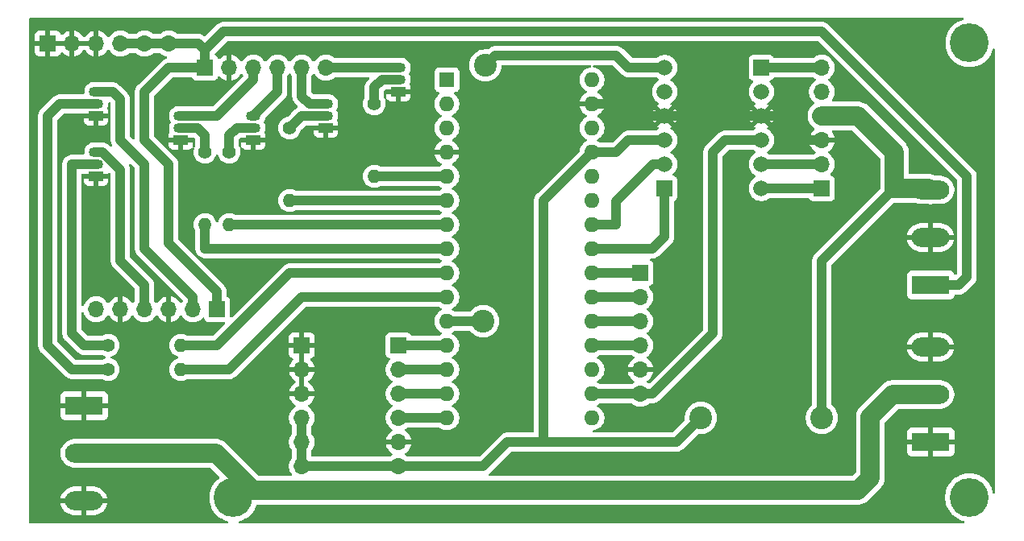
<source format=gbr>
%TF.GenerationSoftware,KiCad,Pcbnew,9.0.4*%
%TF.CreationDate,2025-09-23T14:36:17+02:00*%
%TF.ProjectId,filter shield,66696c74-6572-4207-9368-69656c642e6b,rev?*%
%TF.SameCoordinates,Original*%
%TF.FileFunction,Copper,L2,Bot*%
%TF.FilePolarity,Positive*%
%FSLAX46Y46*%
G04 Gerber Fmt 4.6, Leading zero omitted, Abs format (unit mm)*
G04 Created by KiCad (PCBNEW 9.0.4) date 2025-09-23 14:36:17*
%MOMM*%
%LPD*%
G01*
G04 APERTURE LIST*
%TA.AperFunction,ComponentPad*%
%ADD10C,4.064000*%
%TD*%
%TA.AperFunction,ComponentPad*%
%ADD11R,3.960000X1.980000*%
%TD*%
%TA.AperFunction,ComponentPad*%
%ADD12O,3.960000X1.980000*%
%TD*%
%TA.AperFunction,ComponentPad*%
%ADD13R,1.665000X1.665000*%
%TD*%
%TA.AperFunction,ComponentPad*%
%ADD14C,1.665000*%
%TD*%
%TA.AperFunction,ComponentPad*%
%ADD15R,1.700000X1.700000*%
%TD*%
%TA.AperFunction,ComponentPad*%
%ADD16O,1.700000X1.700000*%
%TD*%
%TA.AperFunction,ComponentPad*%
%ADD17R,1.500000X1.050000*%
%TD*%
%TA.AperFunction,ComponentPad*%
%ADD18O,1.500000X1.050000*%
%TD*%
%TA.AperFunction,ComponentPad*%
%ADD19C,1.400000*%
%TD*%
%TA.AperFunction,ComponentPad*%
%ADD20O,1.400000X1.400000*%
%TD*%
%TA.AperFunction,ComponentPad*%
%ADD21R,1.600000X1.600000*%
%TD*%
%TA.AperFunction,ComponentPad*%
%ADD22O,1.600000X1.600000*%
%TD*%
%TA.AperFunction,ViaPad*%
%ADD23C,2.400000*%
%TD*%
%TA.AperFunction,Conductor*%
%ADD24C,1.000000*%
%TD*%
%TA.AperFunction,Conductor*%
%ADD25C,2.000000*%
%TD*%
G04 APERTURE END LIST*
D10*
%TO.P,P8,1*%
%TO.N,Net-(P8-Pad1)*%
X124900000Y-118890000D03*
%TD*%
%TO.P,P10,1*%
%TO.N,Net-(P10-Pad1)*%
X202170000Y-118860000D03*
%TD*%
%TO.P,P13,1*%
%TO.N,Net-(P13-Pad1)*%
X202200000Y-71070000D03*
%TD*%
D11*
%TO.P,J1,1*%
%TO.N,+12V*%
X198120000Y-96520000D03*
D12*
%TO.P,J1,2*%
%TO.N,GND*%
X198120000Y-91520000D03*
%TO.P,J1,3*%
%TO.N,+5V*%
X198120000Y-86520000D03*
%TD*%
D11*
%TO.P,J2,1*%
%TO.N,GND*%
X198120000Y-113030000D03*
D12*
%TO.P,J2,2*%
%TO.N,+15V*%
X198120000Y-108030000D03*
%TO.P,J2,3*%
%TO.N,GND*%
X198120000Y-103030000D03*
%TD*%
D13*
%TO.P,U1,1*%
%TO.N,/rpi-ptt*%
X180340000Y-73660000D03*
D14*
%TO.P,U1,2*%
%TO.N,Net-(U1-Pad2)*%
X180340000Y-76200000D03*
%TO.P,U1,3*%
%TO.N,GND*%
X180340000Y-78740000D03*
%TO.P,U1,4*%
%TO.N,+3V3*%
X180340000Y-81280000D03*
%TO.P,U1,5*%
%TO.N,/rpi-scl*%
X180340000Y-83820000D03*
%TO.P,U1,6*%
%TO.N,/rpi-sda*%
X180340000Y-86360000D03*
D13*
%TO.P,U1,7*%
%TO.N,/sda*%
X170180000Y-86360000D03*
D14*
%TO.P,U1,8*%
%TO.N,/scl*%
X170180000Y-83820000D03*
%TO.P,U1,9*%
%TO.N,+5V*%
X170180000Y-81280000D03*
%TO.P,U1,10*%
%TO.N,GND*%
X170180000Y-78740000D03*
%TO.P,U1,11*%
%TO.N,Net-(U1-Pad11)*%
X170180000Y-76200000D03*
%TO.P,U1,12*%
%TO.N,/ptt*%
X170180000Y-73660000D03*
%TD*%
D15*
%TO.P,J7,1*%
%TO.N,/rpi-sda*%
X186690000Y-86360000D03*
D16*
%TO.P,J7,2*%
%TO.N,/rpi-scl*%
X186690000Y-83820000D03*
%TO.P,J7,3*%
%TO.N,GND*%
X186690000Y-81280000D03*
%TO.P,J7,4*%
%TO.N,+5V*%
X186690000Y-78740000D03*
%TO.P,J7,5*%
%TO.N,Net-(J7-Pad5)*%
X186690000Y-76200000D03*
%TO.P,J7,6*%
%TO.N,/rpi-ptt*%
X186690000Y-73660000D03*
%TD*%
D15*
%TO.P,J8,1*%
%TO.N,/bpf-p1*%
X142240000Y-102870000D03*
D16*
%TO.P,J8,2*%
%TO.N,/bpf-p2*%
X142240000Y-105410000D03*
%TO.P,J8,3*%
%TO.N,/bpf-p3*%
X142240000Y-107950000D03*
%TO.P,J8,4*%
%TO.N,/bpf-p4*%
X142240000Y-110490000D03*
%TO.P,J8,5*%
%TO.N,GND*%
X142240000Y-113030000D03*
%TO.P,J8,6*%
%TO.N,+5V*%
X142240000Y-115570000D03*
%TD*%
D15*
%TO.P,J9,1*%
%TO.N,+12V*%
X121920000Y-73660000D03*
D16*
%TO.P,J9,2*%
%TO.N,GND*%
X124460000Y-73660000D03*
%TO.P,J9,3*%
%TO.N,/lpf-10m*%
X127000000Y-73660000D03*
%TO.P,J9,4*%
%TO.N,/lpf-20m*%
X129540000Y-73660000D03*
%TO.P,J9,5*%
%TO.N,/lpf-40*%
X132080000Y-73660000D03*
%TO.P,J9,6*%
%TO.N,/lpf-80m*%
X134620000Y-73660000D03*
%TD*%
D15*
%TO.P,J3,1*%
%TO.N,+12V*%
X123190000Y-99060000D03*
D16*
%TO.P,J3,2*%
%TO.N,Net-(J3-Pad2)*%
X120650000Y-99060000D03*
%TO.P,J3,3*%
%TO.N,GND*%
X118110000Y-99060000D03*
%TO.P,J3,4*%
%TO.N,Net-(J3-Pad4)*%
X115570000Y-99060000D03*
%TO.P,J3,5*%
%TO.N,GND*%
X113030000Y-99060000D03*
%TO.P,J3,6*%
%TO.N,Net-(J3-Pad6)*%
X110490000Y-99060000D03*
%TD*%
D17*
%TO.P,Q1,1*%
%TO.N,GND*%
X110490000Y-78740000D03*
D18*
%TO.P,Q1,2*%
%TO.N,Net-(Q1-Pad2)*%
X110490000Y-77470000D03*
%TO.P,Q1,3*%
%TO.N,Net-(J3-Pad2)*%
X110490000Y-76200000D03*
%TD*%
D19*
%TO.P,R1,1*%
%TO.N,Net-(Q1-Pad2)*%
X111760000Y-105410000D03*
D20*
%TO.P,R1,2*%
%TO.N,/txmit*%
X119380000Y-105410000D03*
%TD*%
D17*
%TO.P,Q2,1*%
%TO.N,GND*%
X110490000Y-85090000D03*
D18*
%TO.P,Q2,2*%
%TO.N,Net-(Q2-Pad2)*%
X110490000Y-83820000D03*
%TO.P,Q2,3*%
%TO.N,Net-(J3-Pad4)*%
X110490000Y-82550000D03*
%TD*%
D19*
%TO.P,R2,1*%
%TO.N,Net-(Q2-Pad2)*%
X111760000Y-102870000D03*
D20*
%TO.P,R2,2*%
%TO.N,/pa*%
X119380000Y-102870000D03*
%TD*%
D11*
%TO.P,J6,1*%
%TO.N,GND*%
X109220000Y-109220000D03*
D12*
%TO.P,J6,2*%
%TO.N,+15V*%
X109220000Y-114220000D03*
%TO.P,J6,3*%
%TO.N,GND*%
X109220000Y-119220000D03*
%TD*%
D17*
%TO.P,Q3,1*%
%TO.N,GND*%
X119380000Y-81280000D03*
D18*
%TO.P,Q3,2*%
%TO.N,Net-(Q3-Pad2)*%
X119380000Y-80010000D03*
%TO.P,Q3,3*%
%TO.N,/lpf-10m*%
X119380000Y-78740000D03*
%TD*%
D17*
%TO.P,Q4,1*%
%TO.N,GND*%
X127000000Y-81280000D03*
D18*
%TO.P,Q4,2*%
%TO.N,Net-(Q4-Pad2)*%
X127000000Y-80010000D03*
%TO.P,Q4,3*%
%TO.N,/lpf-20m*%
X127000000Y-78740000D03*
%TD*%
D17*
%TO.P,Q5,1*%
%TO.N,GND*%
X134620000Y-80010000D03*
D18*
%TO.P,Q5,2*%
%TO.N,Net-(Q5-Pad2)*%
X134620000Y-78740000D03*
%TO.P,Q5,3*%
%TO.N,/lpf-40*%
X134620000Y-77470000D03*
%TD*%
D17*
%TO.P,Q6,1*%
%TO.N,GND*%
X142240000Y-76200000D03*
D18*
%TO.P,Q6,2*%
%TO.N,Net-(Q6-Pad2)*%
X142240000Y-74930000D03*
%TO.P,Q6,3*%
%TO.N,/lpf-80m*%
X142240000Y-73660000D03*
%TD*%
D19*
%TO.P,R3,1*%
%TO.N,Net-(Q3-Pad2)*%
X121920000Y-82550000D03*
D20*
%TO.P,R3,2*%
%TO.N,/d5-10m*%
X121920000Y-90170000D03*
%TD*%
D19*
%TO.P,R4,1*%
%TO.N,Net-(Q4-Pad2)*%
X124460000Y-82550000D03*
D20*
%TO.P,R4,2*%
%TO.N,/d4-20m*%
X124460000Y-90170000D03*
%TD*%
D19*
%TO.P,R5,1*%
%TO.N,Net-(Q5-Pad2)*%
X130810000Y-80010000D03*
D20*
%TO.P,R5,2*%
%TO.N,/d3-40m*%
X130810000Y-87630000D03*
%TD*%
D19*
%TO.P,R6,1*%
%TO.N,Net-(Q6-Pad2)*%
X139700000Y-77470000D03*
D20*
%TO.P,R6,2*%
%TO.N,/d2-80m*%
X139700000Y-85090000D03*
%TD*%
D21*
%TO.P,A1,1*%
%TO.N,Net-(A1-Pad1)*%
X147320000Y-74930000D03*
D22*
%TO.P,A1,2*%
%TO.N,Net-(A1-Pad2)*%
X147320000Y-77470000D03*
%TO.P,A1,3*%
%TO.N,Net-(A1-Pad3)*%
X147320000Y-80010000D03*
%TO.P,A1,4*%
%TO.N,GND*%
X147320000Y-82550000D03*
%TO.P,A1,5*%
%TO.N,/d2-80m*%
X147320000Y-85090000D03*
%TO.P,A1,6*%
%TO.N,/d3-40m*%
X147320000Y-87630000D03*
%TO.P,A1,7*%
%TO.N,/d4-20m*%
X147320000Y-90170000D03*
%TO.P,A1,8*%
%TO.N,/d5-10m*%
X147320000Y-92710000D03*
%TO.P,A1,9*%
%TO.N,/pa*%
X147320000Y-95250000D03*
%TO.P,A1,10*%
%TO.N,/txmit*%
X147320000Y-97790000D03*
%TO.P,A1,11*%
%TO.N,/ptt*%
X147320000Y-100330000D03*
%TO.P,A1,12*%
%TO.N,/bpf-p1*%
X147320000Y-102870000D03*
%TO.P,A1,13*%
%TO.N,/bpf-p2*%
X147320000Y-105410000D03*
%TO.P,A1,14*%
%TO.N,/bpf-p3*%
X147320000Y-107950000D03*
%TO.P,A1,15*%
%TO.N,/bpf-p4*%
X147320000Y-110490000D03*
%TO.P,A1,16*%
%TO.N,Net-(A1-Pad16)*%
X162560000Y-110490000D03*
%TO.P,A1,17*%
%TO.N,+3V3*%
X162560000Y-107950000D03*
%TO.P,A1,18*%
%TO.N,Net-(A1-Pad18)*%
X162560000Y-105410000D03*
%TO.P,A1,19*%
%TO.N,/A0*%
X162560000Y-102870000D03*
%TO.P,A1,20*%
%TO.N,/A1*%
X162560000Y-100330000D03*
%TO.P,A1,21*%
%TO.N,/A2*%
X162560000Y-97790000D03*
%TO.P,A1,22*%
%TO.N,/A3*%
X162560000Y-95250000D03*
%TO.P,A1,23*%
%TO.N,/sda*%
X162560000Y-92710000D03*
%TO.P,A1,24*%
%TO.N,/scl*%
X162560000Y-90170000D03*
%TO.P,A1,25*%
%TO.N,Net-(A1-Pad25)*%
X162560000Y-87630000D03*
%TO.P,A1,26*%
%TO.N,Net-(A1-Pad26)*%
X162560000Y-85090000D03*
%TO.P,A1,27*%
%TO.N,+5V*%
X162560000Y-82550000D03*
%TO.P,A1,28*%
%TO.N,Net-(A1-Pad28)*%
X162560000Y-80010000D03*
%TO.P,A1,29*%
%TO.N,GND*%
X162560000Y-77470000D03*
%TO.P,A1,30*%
%TO.N,Net-(A1-Pad30)*%
X162560000Y-74930000D03*
%TD*%
D15*
%TO.P,J4,1*%
%TO.N,GND*%
X132080000Y-102870000D03*
D16*
%TO.P,J4,2*%
X132080000Y-105410000D03*
%TO.P,J4,3*%
X132080000Y-107950000D03*
%TO.P,J4,4*%
%TO.N,+5V*%
X132080000Y-110490000D03*
%TO.P,J4,5*%
X132080000Y-113030000D03*
%TO.P,J4,6*%
X132080000Y-115570000D03*
%TD*%
D15*
%TO.P,J5,1*%
%TO.N,GND*%
X105410000Y-71120000D03*
D16*
%TO.P,J5,2*%
X107950000Y-71120000D03*
%TO.P,J5,3*%
X110490000Y-71120000D03*
%TO.P,J5,4*%
%TO.N,+12V*%
X113030000Y-71120000D03*
%TO.P,J5,5*%
X115570000Y-71120000D03*
%TO.P,J5,6*%
X118110000Y-71120000D03*
%TD*%
D15*
%TO.P,J10,1*%
%TO.N,/A3*%
X167640000Y-95250000D03*
D16*
%TO.P,J10,2*%
%TO.N,/A2*%
X167640000Y-97790000D03*
%TO.P,J10,3*%
%TO.N,/A1*%
X167640000Y-100330000D03*
%TO.P,J10,4*%
%TO.N,/A0*%
X167640000Y-102870000D03*
%TO.P,J10,5*%
%TO.N,GND*%
X167640000Y-105410000D03*
%TO.P,J10,6*%
%TO.N,+3V3*%
X167640000Y-107950000D03*
%TD*%
D23*
%TO.N,GND*%
X107950000Y-73660000D03*
X107950000Y-81280000D03*
%TO.N,+5V*%
X186690000Y-110490000D03*
X173990000Y-110490000D03*
%TO.N,/ptt*%
X151360001Y-73429999D03*
X151130000Y-100330000D03*
%TD*%
D24*
%TO.N,GND*%
X162560000Y-77470000D02*
X165100000Y-77470000D01*
X185420000Y-81280000D02*
X186690000Y-81280000D01*
X170180000Y-78740000D02*
X180340000Y-78740000D01*
X166370000Y-78740000D02*
X170180000Y-78740000D01*
X180340000Y-78740000D02*
X182880000Y-78740000D01*
X182880000Y-78740000D02*
X185420000Y-81280000D01*
X165100000Y-77470000D02*
X166370000Y-78740000D01*
%TO.N,+5V*%
X151130000Y-115570000D02*
X153670000Y-113030000D01*
X132080000Y-115570000D02*
X132080000Y-113030000D01*
X157480000Y-87630000D02*
X162560000Y-82550000D01*
X158750000Y-113030000D02*
X157480000Y-113030000D01*
X171450000Y-113030000D02*
X173990000Y-110490000D01*
X186690000Y-93980000D02*
X194310000Y-86360000D01*
D25*
X186690000Y-78740000D02*
X190500000Y-78740000D01*
D24*
X166370000Y-81280000D02*
X170180000Y-81280000D01*
D25*
X194310000Y-86360000D02*
X197960000Y-86360000D01*
X190500000Y-78740000D02*
X194310000Y-82550000D01*
D24*
X132080000Y-113030000D02*
X132080000Y-110490000D01*
D25*
X197960000Y-86360000D02*
X198120000Y-86520000D01*
D24*
X142240000Y-115570000D02*
X132080000Y-115570000D01*
X162560000Y-82550000D02*
X165100000Y-82550000D01*
D25*
X194310000Y-82550000D02*
X194310000Y-86360000D01*
D24*
X165100000Y-82550000D02*
X166370000Y-81280000D01*
X186690000Y-110490000D02*
X186690000Y-93980000D01*
X153670000Y-113030000D02*
X158750000Y-113030000D01*
X142240000Y-115570000D02*
X151130000Y-115570000D01*
X157480000Y-113030000D02*
X171450000Y-113030000D01*
X157480000Y-87630000D02*
X157480000Y-113030000D01*
%TO.N,+3V3*%
X175260000Y-101600000D02*
X175260000Y-82550000D01*
X162560000Y-107950000D02*
X168910000Y-107950000D01*
X175260000Y-82550000D02*
X176530000Y-81280000D01*
X168910000Y-107950000D02*
X175260000Y-101600000D01*
X176530000Y-81280000D02*
X180340000Y-81280000D01*
D25*
%TO.N,+15V*%
X127000000Y-118110000D02*
X123110000Y-114220000D01*
X123110000Y-114220000D02*
X109220000Y-114220000D01*
X191770000Y-116840000D02*
X190500000Y-118110000D01*
X194140000Y-108030000D02*
X191770000Y-110400000D01*
X198120000Y-108030000D02*
X194140000Y-108030000D01*
X191770000Y-110400000D02*
X191770000Y-116840000D01*
X190500000Y-118110000D02*
X127000000Y-118110000D01*
D24*
%TO.N,+12V*%
X186690000Y-69850000D02*
X201930000Y-85090000D01*
X115570000Y-81280000D02*
X118110000Y-83820000D01*
X121920000Y-71810000D02*
X123880000Y-69850000D01*
X118110000Y-83820000D02*
X118110000Y-92130000D01*
X201930000Y-95690000D02*
X201100000Y-96520000D01*
X118110000Y-73660000D02*
X115570000Y-76200000D01*
X121920000Y-73660000D02*
X118110000Y-73660000D01*
X201100000Y-96520000D02*
X198120000Y-96520000D01*
X121230000Y-71120000D02*
X118110000Y-71120000D01*
X118110000Y-71120000D02*
X115570000Y-71120000D01*
X121920000Y-71810000D02*
X121230000Y-71120000D01*
X118110000Y-92130000D02*
X123190000Y-97210000D01*
X123880000Y-69850000D02*
X186690000Y-69850000D01*
X123190000Y-97210000D02*
X123190000Y-99060000D01*
X115570000Y-71120000D02*
X113030000Y-71120000D01*
X201930000Y-85090000D02*
X201930000Y-95690000D01*
X121920000Y-73660000D02*
X121920000Y-71810000D01*
X115570000Y-76200000D02*
X115570000Y-81280000D01*
%TO.N,/bpf-p4*%
X142240000Y-110490000D02*
X147320000Y-110490000D01*
%TO.N,/bpf-p3*%
X142240000Y-107950000D02*
X147320000Y-107950000D01*
%TO.N,/bpf-p2*%
X142240000Y-105410000D02*
X147320000Y-105410000D01*
%TO.N,/bpf-p1*%
X142240000Y-102870000D02*
X147320000Y-102870000D01*
%TO.N,/txmit*%
X119380000Y-105410000D02*
X124460000Y-105410000D01*
X147320000Y-97790000D02*
X135890000Y-97790000D01*
X132080000Y-97790000D02*
X135890000Y-97790000D01*
X124460000Y-105410000D02*
X132080000Y-97790000D01*
%TO.N,/ptt*%
X151360001Y-73429999D02*
X151360001Y-73429999D01*
X151130000Y-100330000D02*
X151130000Y-100330000D01*
X165100000Y-72390000D02*
X152400000Y-72390000D01*
X152400000Y-72390000D02*
X151360001Y-73429999D01*
X166370000Y-73660000D02*
X165100000Y-72390000D01*
X170180000Y-73660000D02*
X166370000Y-73660000D01*
X147320000Y-100330000D02*
X151130000Y-100330000D01*
%TO.N,/scl*%
X169002668Y-83820000D02*
X170180000Y-83820000D01*
X165100000Y-87722668D02*
X169002668Y-83820000D01*
X165100000Y-90170000D02*
X165100000Y-87722668D01*
X162560000Y-90170000D02*
X165100000Y-90170000D01*
%TO.N,/lpf-80m*%
X142240000Y-73660000D02*
X134620000Y-73660000D01*
%TO.N,/sda*%
X168910000Y-92710000D02*
X170180000Y-91440000D01*
X170180000Y-91440000D02*
X170180000Y-86360000D01*
X162560000Y-92710000D02*
X168910000Y-92710000D01*
%TO.N,/lpf-40*%
X132870000Y-77470000D02*
X132080000Y-76680000D01*
X132080000Y-76680000D02*
X132080000Y-73660000D01*
X134620000Y-77470000D02*
X132870000Y-77470000D01*
%TO.N,/lpf-20m*%
X129540000Y-76200000D02*
X129540000Y-73660000D01*
X127000000Y-78740000D02*
X129540000Y-76200000D01*
%TO.N,/lpf-10m*%
X127000000Y-74930000D02*
X127000000Y-73660000D01*
X119380000Y-78740000D02*
X123190000Y-78740000D01*
X123190000Y-78740000D02*
X127000000Y-74930000D01*
%TO.N,/rpi-scl*%
X180340000Y-83820000D02*
X186690000Y-83820000D01*
%TO.N,/rpi-sda*%
X180340000Y-86360000D02*
X186690000Y-86360000D01*
%TO.N,/rpi-ptt*%
X180340000Y-73660000D02*
X186690000Y-73660000D01*
%TO.N,Net-(J3-Pad4)*%
X110490000Y-82550000D02*
X111177425Y-82550000D01*
X113030000Y-84402575D02*
X113030000Y-93980000D01*
X111177425Y-82550000D02*
X113030000Y-84402575D01*
X113030000Y-93980000D02*
X115570000Y-96520000D01*
X115570000Y-96520000D02*
X115570000Y-99060000D01*
%TO.N,Net-(J3-Pad2)*%
X113030000Y-76990000D02*
X113030000Y-81280000D01*
X110490000Y-76200000D02*
X112240000Y-76200000D01*
X115570000Y-83820000D02*
X115570000Y-92710000D01*
X120650000Y-97790000D02*
X120650000Y-99060000D01*
X112240000Y-76200000D02*
X113030000Y-76990000D01*
X113030000Y-81280000D02*
X115570000Y-83820000D01*
X115570000Y-92710000D02*
X120650000Y-97790000D01*
%TO.N,Net-(Q1-Pad2)*%
X111760000Y-105410000D02*
X107950000Y-105410000D01*
X105410000Y-78740000D02*
X106680000Y-77470000D01*
X107950000Y-105410000D02*
X105410000Y-102870000D01*
X105410000Y-102870000D02*
X105410000Y-78740000D01*
X106680000Y-77470000D02*
X110490000Y-77470000D01*
%TO.N,/pa*%
X119380000Y-102870000D02*
X123190000Y-102870000D01*
X147320000Y-95250000D02*
X134620000Y-95250000D01*
X130810000Y-95250000D02*
X134620000Y-95250000D01*
X123190000Y-102870000D02*
X130810000Y-95250000D01*
%TO.N,Net-(Q2-Pad2)*%
X111760000Y-102870000D02*
X109220000Y-102870000D01*
X109220000Y-102870000D02*
X107950000Y-101600000D01*
X107950000Y-83820000D02*
X110490000Y-83820000D01*
X107950000Y-101600000D02*
X107950000Y-83820000D01*
%TO.N,Net-(Q3-Pad2)*%
X121130000Y-80010000D02*
X119380000Y-80010000D01*
X121920000Y-80800000D02*
X121920000Y-82550000D01*
X121920000Y-80800000D02*
X121130000Y-80010000D01*
%TO.N,Net-(Q4-Pad2)*%
X124460000Y-82550000D02*
X124460000Y-80800000D01*
X124460000Y-80800000D02*
X125250000Y-80010000D01*
X125250000Y-80010000D02*
X127000000Y-80010000D01*
%TO.N,Net-(Q5-Pad2)*%
X132080000Y-78740000D02*
X130810000Y-80010000D01*
X134620000Y-78740000D02*
X132080000Y-78740000D01*
%TO.N,Net-(Q6-Pad2)*%
X140490000Y-74930000D02*
X142240000Y-74930000D01*
X139700000Y-75720000D02*
X140490000Y-74930000D01*
X139700000Y-77470000D02*
X139700000Y-75720000D01*
%TO.N,/d5-10m*%
X121920000Y-92710000D02*
X147320000Y-92710000D01*
X121920000Y-90170000D02*
X121920000Y-92710000D01*
%TO.N,/d4-20m*%
X124460000Y-90170000D02*
X147320000Y-90170000D01*
%TO.N,/d3-40m*%
X130810000Y-87630000D02*
X147320000Y-87630000D01*
%TO.N,/d2-80m*%
X139700000Y-85090000D02*
X147320000Y-85090000D01*
%TO.N,/A3*%
X162560000Y-95250000D02*
X167640000Y-95250000D01*
%TO.N,/A2*%
X162560000Y-97790000D02*
X167640000Y-97790000D01*
%TO.N,/A1*%
X162560000Y-100330000D02*
X167640000Y-100330000D01*
%TO.N,/A0*%
X162560000Y-102870000D02*
X167640000Y-102870000D01*
%TD*%
%TA.AperFunction,Conductor*%
%TO.N,GND*%
G36*
X201529349Y-68406043D02*
G01*
X201575850Y-68459692D01*
X201585965Y-68529964D01*
X201556482Y-68594549D01*
X201500760Y-68630372D01*
X201501146Y-68631475D01*
X201229344Y-68726582D01*
X201229317Y-68726593D01*
X200973056Y-68850002D01*
X200973047Y-68850007D01*
X200732205Y-69001338D01*
X200509815Y-69178688D01*
X200308688Y-69379815D01*
X200131338Y-69602205D01*
X199980007Y-69843047D01*
X199980002Y-69843056D01*
X199856593Y-70099317D01*
X199856582Y-70099344D01*
X199762644Y-70367802D01*
X199699348Y-70645118D01*
X199667500Y-70927776D01*
X199667500Y-71212223D01*
X199699348Y-71494881D01*
X199720129Y-71585925D01*
X199762643Y-71772191D01*
X199762645Y-71772197D01*
X199762644Y-71772197D01*
X199856582Y-72040655D01*
X199856593Y-72040682D01*
X199980002Y-72296943D01*
X199980007Y-72296952D01*
X200131338Y-72537794D01*
X200308688Y-72760184D01*
X200509815Y-72961311D01*
X200551968Y-72994927D01*
X200732206Y-73138662D01*
X200973052Y-73289995D01*
X201229327Y-73413411D01*
X201229343Y-73413416D01*
X201229344Y-73413417D01*
X201497802Y-73507355D01*
X201497805Y-73507355D01*
X201497809Y-73507357D01*
X201775122Y-73570652D01*
X201975550Y-73593235D01*
X202057776Y-73602500D01*
X202057778Y-73602500D01*
X202342224Y-73602500D01*
X202414008Y-73594411D01*
X202624878Y-73570652D01*
X202902191Y-73507357D01*
X203170673Y-73413411D01*
X203426948Y-73289995D01*
X203667794Y-73138662D01*
X203890181Y-72961314D01*
X204091314Y-72760181D01*
X204268662Y-72537794D01*
X204419995Y-72296948D01*
X204543411Y-72040673D01*
X204637357Y-71772191D01*
X204642439Y-71749923D01*
X204677097Y-71687961D01*
X204739753Y-71654573D01*
X204810513Y-71660359D01*
X204866912Y-71703483D01*
X204891044Y-71770252D01*
X204891280Y-71777932D01*
X204901751Y-118329327D01*
X204881764Y-118397452D01*
X204828119Y-118443957D01*
X204757847Y-118454077D01*
X204693260Y-118424598D01*
X204654863Y-118364880D01*
X204652914Y-118357410D01*
X204607357Y-118157809D01*
X204523914Y-117919344D01*
X204513417Y-117889344D01*
X204513416Y-117889343D01*
X204513411Y-117889327D01*
X204389995Y-117633052D01*
X204238662Y-117392206D01*
X204061314Y-117169819D01*
X204061311Y-117169815D01*
X203860184Y-116968688D01*
X203637794Y-116791338D01*
X203396952Y-116640007D01*
X203396943Y-116640002D01*
X203140682Y-116516593D01*
X203140677Y-116516591D01*
X203140673Y-116516589D01*
X203140667Y-116516586D01*
X203140655Y-116516582D01*
X202872197Y-116422644D01*
X202594881Y-116359348D01*
X202312224Y-116327500D01*
X202312222Y-116327500D01*
X202027778Y-116327500D01*
X202027776Y-116327500D01*
X201745118Y-116359348D01*
X201467802Y-116422644D01*
X201199344Y-116516582D01*
X201199317Y-116516593D01*
X200943056Y-116640002D01*
X200943047Y-116640007D01*
X200702205Y-116791338D01*
X200479815Y-116968688D01*
X200278688Y-117169815D01*
X200101338Y-117392205D01*
X199950007Y-117633047D01*
X199950002Y-117633056D01*
X199826593Y-117889317D01*
X199826582Y-117889344D01*
X199732644Y-118157802D01*
X199669348Y-118435118D01*
X199637500Y-118717776D01*
X199637500Y-119002223D01*
X199669348Y-119284881D01*
X199694104Y-119393340D01*
X199732643Y-119562191D01*
X199732645Y-119562197D01*
X199732644Y-119562197D01*
X199826582Y-119830655D01*
X199826593Y-119830682D01*
X199950002Y-120086943D01*
X199950007Y-120086952D01*
X200101338Y-120327794D01*
X200278688Y-120550184D01*
X200479815Y-120751311D01*
X200479819Y-120751314D01*
X200702206Y-120928662D01*
X200943052Y-121079995D01*
X201199327Y-121203411D01*
X201199343Y-121203416D01*
X201199344Y-121203417D01*
X201467802Y-121297355D01*
X201467805Y-121297355D01*
X201467809Y-121297357D01*
X201594162Y-121326196D01*
X201656124Y-121360855D01*
X201689511Y-121423511D01*
X201683724Y-121494272D01*
X201640600Y-121550670D01*
X201573830Y-121574801D01*
X201566144Y-121575037D01*
X125582910Y-121587002D01*
X125514786Y-121567011D01*
X125468285Y-121513362D01*
X125458170Y-121443090D01*
X125487653Y-121378505D01*
X125547373Y-121340111D01*
X125554834Y-121338165D01*
X125602191Y-121327357D01*
X125870673Y-121233411D01*
X126126948Y-121109995D01*
X126367794Y-120958662D01*
X126590181Y-120781314D01*
X126791314Y-120580181D01*
X126968662Y-120357794D01*
X127119995Y-120116948D01*
X127243411Y-119860673D01*
X127266381Y-119795027D01*
X127301423Y-119694885D01*
X127342801Y-119637193D01*
X127408801Y-119611031D01*
X127420352Y-119610500D01*
X190618089Y-119610500D01*
X190618092Y-119610500D01*
X190851368Y-119573553D01*
X191075992Y-119500568D01*
X191286434Y-119393343D01*
X191477510Y-119254517D01*
X192914517Y-117817510D01*
X193053343Y-117626434D01*
X193160568Y-117415992D01*
X193233553Y-117191368D01*
X193270500Y-116958092D01*
X193270500Y-111991402D01*
X195632000Y-111991402D01*
X195632000Y-112776000D01*
X197510832Y-112776000D01*
X197485364Y-112837485D01*
X197460000Y-112964996D01*
X197460000Y-113095004D01*
X197485364Y-113222515D01*
X197510832Y-113284000D01*
X195632000Y-113284000D01*
X195632000Y-114068597D01*
X195638505Y-114129093D01*
X195689555Y-114265964D01*
X195689555Y-114265965D01*
X195777095Y-114382904D01*
X195894034Y-114470444D01*
X196030906Y-114521494D01*
X196091402Y-114527999D01*
X196091415Y-114528000D01*
X197866000Y-114528000D01*
X197866000Y-113639168D01*
X197927485Y-113664636D01*
X198054996Y-113690000D01*
X198185004Y-113690000D01*
X198312515Y-113664636D01*
X198374000Y-113639168D01*
X198374000Y-114528000D01*
X200148585Y-114528000D01*
X200148597Y-114527999D01*
X200209093Y-114521494D01*
X200345964Y-114470444D01*
X200345965Y-114470444D01*
X200462904Y-114382904D01*
X200550444Y-114265965D01*
X200550444Y-114265964D01*
X200601494Y-114129093D01*
X200607999Y-114068597D01*
X200608000Y-114068585D01*
X200608000Y-113284000D01*
X198729168Y-113284000D01*
X198754636Y-113222515D01*
X198780000Y-113095004D01*
X198780000Y-112964996D01*
X198754636Y-112837485D01*
X198729168Y-112776000D01*
X200608000Y-112776000D01*
X200608000Y-111991414D01*
X200607999Y-111991402D01*
X200601494Y-111930906D01*
X200550444Y-111794035D01*
X200550444Y-111794034D01*
X200462904Y-111677095D01*
X200345965Y-111589555D01*
X200209093Y-111538505D01*
X200148597Y-111532000D01*
X198374000Y-111532000D01*
X198374000Y-112420831D01*
X198312515Y-112395364D01*
X198185004Y-112370000D01*
X198054996Y-112370000D01*
X197927485Y-112395364D01*
X197866000Y-112420831D01*
X197866000Y-111532000D01*
X196091402Y-111532000D01*
X196030906Y-111538505D01*
X195894035Y-111589555D01*
X195894034Y-111589555D01*
X195777095Y-111677095D01*
X195689555Y-111794034D01*
X195689555Y-111794035D01*
X195638505Y-111930906D01*
X195632000Y-111991402D01*
X193270500Y-111991402D01*
X193270500Y-111073717D01*
X193290502Y-111005596D01*
X193307405Y-110984622D01*
X194724622Y-109567405D01*
X194786934Y-109533379D01*
X194813717Y-109530500D01*
X198238090Y-109530500D01*
X198238092Y-109530500D01*
X198277551Y-109524250D01*
X198291438Y-109522051D01*
X198311148Y-109520500D01*
X199227302Y-109520500D01*
X199227305Y-109520500D01*
X199459026Y-109483799D01*
X199682153Y-109411301D01*
X199891192Y-109304790D01*
X200080996Y-109166890D01*
X200246890Y-109000996D01*
X200384790Y-108811192D01*
X200491301Y-108602153D01*
X200563799Y-108379026D01*
X200600500Y-108147305D01*
X200600500Y-107912695D01*
X200563799Y-107680974D01*
X200491301Y-107457847D01*
X200384790Y-107248808D01*
X200246890Y-107059004D01*
X200246887Y-107059001D01*
X200246885Y-107058998D01*
X200081001Y-106893114D01*
X200080998Y-106893112D01*
X200080996Y-106893110D01*
X199934072Y-106786364D01*
X199891195Y-106755212D01*
X199891194Y-106755211D01*
X199891192Y-106755210D01*
X199682153Y-106648699D01*
X199682150Y-106648698D01*
X199682148Y-106648697D01*
X199459029Y-106576202D01*
X199459033Y-106576202D01*
X199397448Y-106566448D01*
X199227305Y-106539500D01*
X199227302Y-106539500D01*
X198311148Y-106539500D01*
X198291438Y-106537949D01*
X198277551Y-106535749D01*
X198238092Y-106529500D01*
X194258092Y-106529500D01*
X194021908Y-106529500D01*
X193788631Y-106566447D01*
X193788628Y-106566447D01*
X193788627Y-106566448D01*
X193564009Y-106639431D01*
X193353562Y-106746659D01*
X193162487Y-106885484D01*
X190625484Y-109422487D01*
X190486658Y-109613563D01*
X190405385Y-109773072D01*
X190405384Y-109773071D01*
X190379435Y-109824000D01*
X190379432Y-109824008D01*
X190325243Y-109990785D01*
X190306447Y-110048632D01*
X190273193Y-110258597D01*
X190269500Y-110281911D01*
X190269500Y-116166283D01*
X190249498Y-116234404D01*
X190232595Y-116255378D01*
X189915378Y-116572595D01*
X189853066Y-116606621D01*
X189826283Y-116609500D01*
X151790497Y-116609500D01*
X151722376Y-116589498D01*
X151675883Y-116535842D01*
X151665779Y-116465568D01*
X151695273Y-116400988D01*
X151720496Y-116378735D01*
X151767773Y-116347145D01*
X151767772Y-116347145D01*
X151767782Y-116347139D01*
X151907139Y-116207782D01*
X151907139Y-116207780D01*
X151917506Y-116197414D01*
X151917509Y-116197409D01*
X154047518Y-114067402D01*
X154109828Y-114033379D01*
X154136611Y-114030500D01*
X171548536Y-114030500D01*
X171548540Y-114030500D01*
X171548541Y-114030500D01*
X171645188Y-114011275D01*
X171741836Y-113992051D01*
X171795165Y-113969961D01*
X171923914Y-113916632D01*
X172087782Y-113807139D01*
X172227139Y-113667782D01*
X172227139Y-113667780D01*
X172237509Y-113657411D01*
X172237512Y-113657406D01*
X173680741Y-112214178D01*
X173743051Y-112180154D01*
X173786278Y-112178353D01*
X173878543Y-112190500D01*
X173878550Y-112190500D01*
X174101450Y-112190500D01*
X174101457Y-112190500D01*
X174301191Y-112164204D01*
X174322456Y-112161405D01*
X174322456Y-112161404D01*
X174322463Y-112161404D01*
X174537781Y-112103710D01*
X174743726Y-112018405D01*
X174936774Y-111906948D01*
X175113624Y-111771247D01*
X175271247Y-111613624D01*
X175406948Y-111436774D01*
X175518405Y-111243726D01*
X175603710Y-111037781D01*
X175661404Y-110822463D01*
X175690500Y-110601457D01*
X175690500Y-110378543D01*
X175665080Y-110185461D01*
X175661405Y-110157543D01*
X175661404Y-110157541D01*
X175661404Y-110157537D01*
X175603710Y-109942219D01*
X175518405Y-109736274D01*
X175494856Y-109695487D01*
X175406950Y-109543229D01*
X175365565Y-109489295D01*
X175271247Y-109366376D01*
X175271246Y-109366375D01*
X175271237Y-109366365D01*
X175113634Y-109208762D01*
X175113624Y-109208753D01*
X174936770Y-109073049D01*
X174743737Y-108961601D01*
X174743732Y-108961598D01*
X174743726Y-108961595D01*
X174537781Y-108876290D01*
X174322463Y-108818596D01*
X174322456Y-108818594D01*
X174101459Y-108789500D01*
X174101457Y-108789500D01*
X173878543Y-108789500D01*
X173878540Y-108789500D01*
X173657543Y-108818594D01*
X173445951Y-108875290D01*
X173442219Y-108876290D01*
X173263063Y-108950499D01*
X173236272Y-108961596D01*
X173236262Y-108961601D01*
X173043229Y-109073049D01*
X172866375Y-109208753D01*
X172866365Y-109208762D01*
X172708762Y-109366365D01*
X172708753Y-109366375D01*
X172573049Y-109543229D01*
X172461601Y-109736262D01*
X172461596Y-109736272D01*
X172461595Y-109736274D01*
X172412568Y-109854636D01*
X172376290Y-109942219D01*
X172318594Y-110157543D01*
X172289500Y-110378540D01*
X172289500Y-110601460D01*
X172301646Y-110693718D01*
X172290706Y-110763866D01*
X172265819Y-110799258D01*
X171369859Y-111695221D01*
X171072485Y-111992595D01*
X171010172Y-112026620D01*
X170983389Y-112029500D01*
X162754345Y-112029500D01*
X162686224Y-112009498D01*
X162639731Y-111955842D01*
X162629627Y-111885568D01*
X162659121Y-111820988D01*
X162718847Y-111782604D01*
X162734626Y-111779052D01*
X162864534Y-111758477D01*
X163059219Y-111695220D01*
X163241610Y-111602287D01*
X163407219Y-111481966D01*
X163551966Y-111337219D01*
X163672287Y-111171610D01*
X163765220Y-110989219D01*
X163828477Y-110794534D01*
X163860500Y-110592352D01*
X163860500Y-110387648D01*
X163828477Y-110185466D01*
X163765220Y-109990781D01*
X163672287Y-109808390D01*
X163669740Y-109804884D01*
X163551965Y-109642779D01*
X163407220Y-109498034D01*
X163241612Y-109377714D01*
X163219338Y-109366365D01*
X163152414Y-109332265D01*
X163100801Y-109283519D01*
X163083735Y-109214604D01*
X163106636Y-109147402D01*
X163152414Y-109107734D01*
X163241610Y-109062287D01*
X163362353Y-108974563D01*
X163429220Y-108950705D01*
X163436413Y-108950500D01*
X166679062Y-108950500D01*
X166747183Y-108970502D01*
X166756198Y-108977200D01*
X166756203Y-108977194D01*
X166760207Y-108980103D01*
X166760208Y-108980104D01*
X166932184Y-109105051D01*
X167121588Y-109201557D01*
X167323757Y-109267246D01*
X167533713Y-109300500D01*
X167533716Y-109300500D01*
X167746284Y-109300500D01*
X167746287Y-109300500D01*
X167956243Y-109267246D01*
X168158412Y-109201557D01*
X168347816Y-109105051D01*
X168519792Y-108980104D01*
X168519792Y-108980103D01*
X168523797Y-108977194D01*
X168524558Y-108978242D01*
X168583911Y-108951656D01*
X168600938Y-108950500D01*
X169008541Y-108950500D01*
X169186110Y-108915179D01*
X169201836Y-108912051D01*
X169288170Y-108876290D01*
X169383914Y-108836632D01*
X169547782Y-108727139D01*
X169687139Y-108587782D01*
X169687140Y-108587779D01*
X169694316Y-108580604D01*
X169694322Y-108580596D01*
X175890596Y-102384322D01*
X175890604Y-102384316D01*
X175897779Y-102377140D01*
X175897782Y-102377139D01*
X176037139Y-102237782D01*
X176146632Y-102073914D01*
X176200564Y-101943710D01*
X176222051Y-101891836D01*
X176248730Y-101757713D01*
X176260500Y-101698541D01*
X176260500Y-83016610D01*
X176280502Y-82948489D01*
X176297405Y-82927515D01*
X176907515Y-82317405D01*
X176969827Y-82283379D01*
X176996610Y-82280500D01*
X179408295Y-82280500D01*
X179476416Y-82300502D01*
X179482353Y-82304561D01*
X179641356Y-82420084D01*
X179658375Y-82428756D01*
X179675995Y-82437734D01*
X179727610Y-82486483D01*
X179744675Y-82555398D01*
X179721774Y-82622599D01*
X179675995Y-82662266D01*
X179641355Y-82679916D01*
X179471606Y-82803246D01*
X179471603Y-82803248D01*
X179323248Y-82951603D01*
X179323246Y-82951606D01*
X179199918Y-83121352D01*
X179104661Y-83308304D01*
X179104658Y-83308310D01*
X179039824Y-83507849D01*
X179039823Y-83507854D01*
X179039823Y-83507855D01*
X179007000Y-83715091D01*
X179007000Y-83924909D01*
X179039823Y-84132145D01*
X179039824Y-84132150D01*
X179104658Y-84331689D01*
X179104660Y-84331694D01*
X179199916Y-84518644D01*
X179323244Y-84688391D01*
X179323246Y-84688393D01*
X179323248Y-84688396D01*
X179471603Y-84836751D01*
X179471606Y-84836753D01*
X179471609Y-84836756D01*
X179641356Y-84960084D01*
X179658375Y-84968756D01*
X179675995Y-84977734D01*
X179727610Y-85026483D01*
X179744675Y-85095398D01*
X179721774Y-85162599D01*
X179675995Y-85202266D01*
X179641355Y-85219916D01*
X179471606Y-85343246D01*
X179471603Y-85343248D01*
X179323248Y-85491603D01*
X179323246Y-85491606D01*
X179199918Y-85661352D01*
X179104661Y-85848304D01*
X179104658Y-85848310D01*
X179039824Y-86047849D01*
X179039823Y-86047854D01*
X179039823Y-86047855D01*
X179007000Y-86255091D01*
X179007000Y-86464909D01*
X179039823Y-86672145D01*
X179039824Y-86672150D01*
X179104658Y-86871689D01*
X179104660Y-86871694D01*
X179199916Y-87058644D01*
X179323244Y-87228391D01*
X179323246Y-87228393D01*
X179323248Y-87228396D01*
X179471603Y-87376751D01*
X179471606Y-87376753D01*
X179471609Y-87376756D01*
X179641356Y-87500084D01*
X179828306Y-87595340D01*
X180027849Y-87660175D01*
X180027850Y-87660175D01*
X180027855Y-87660177D01*
X180235091Y-87693000D01*
X180235094Y-87693000D01*
X180444906Y-87693000D01*
X180444909Y-87693000D01*
X180652145Y-87660177D01*
X180851694Y-87595340D01*
X181038644Y-87500084D01*
X181197644Y-87384563D01*
X181264512Y-87360705D01*
X181271705Y-87360500D01*
X185274470Y-87360500D01*
X185342591Y-87380502D01*
X185389084Y-87434158D01*
X185392519Y-87442451D01*
X185396202Y-87452326D01*
X185396204Y-87452331D01*
X185482453Y-87567546D01*
X185486990Y-87570942D01*
X185597669Y-87653796D01*
X185597671Y-87653796D01*
X185597673Y-87653798D01*
X185638387Y-87668983D01*
X185732514Y-87704090D01*
X185732517Y-87704091D01*
X185792127Y-87710500D01*
X187587872Y-87710499D01*
X187647483Y-87704091D01*
X187782331Y-87653796D01*
X187897546Y-87567546D01*
X187983796Y-87452331D01*
X188034091Y-87317483D01*
X188040500Y-87257873D01*
X188040499Y-85462128D01*
X188034091Y-85402517D01*
X187990325Y-85285173D01*
X187983798Y-85267673D01*
X187983796Y-85267670D01*
X187983796Y-85267669D01*
X187927411Y-85192348D01*
X187897546Y-85152453D01*
X187805708Y-85083704D01*
X187782331Y-85066204D01*
X187782329Y-85066203D01*
X187782328Y-85066202D01*
X187653833Y-85018277D01*
X187596997Y-84975730D01*
X187572186Y-84909210D01*
X187587277Y-84839836D01*
X187608767Y-84811128D01*
X187720104Y-84699792D01*
X187845051Y-84527816D01*
X187941557Y-84338412D01*
X188007246Y-84136243D01*
X188040500Y-83926287D01*
X188040500Y-83713713D01*
X188007246Y-83503757D01*
X187941557Y-83301588D01*
X187845051Y-83112184D01*
X187720104Y-82940208D01*
X187720101Y-82940205D01*
X187720099Y-82940202D01*
X187569797Y-82789900D01*
X187569794Y-82789898D01*
X187569792Y-82789896D01*
X187452108Y-82704394D01*
X187397814Y-82664947D01*
X187393598Y-82662364D01*
X187394642Y-82660659D01*
X187349178Y-82617695D01*
X187332131Y-82548776D01*
X187355052Y-82481581D01*
X187397825Y-82444535D01*
X187397529Y-82444051D01*
X187400455Y-82442257D01*
X187400835Y-82441929D01*
X187401754Y-82441460D01*
X187574679Y-82315822D01*
X187725822Y-82164679D01*
X187851463Y-81991750D01*
X187948506Y-81801292D01*
X187948509Y-81801286D01*
X188014559Y-81598004D01*
X188024698Y-81534000D01*
X187120703Y-81534000D01*
X187155925Y-81472993D01*
X187190000Y-81345826D01*
X187190000Y-81214174D01*
X187155925Y-81087007D01*
X187120703Y-81026000D01*
X188024697Y-81026000D01*
X188014559Y-80961995D01*
X187948509Y-80758713D01*
X187948506Y-80758707D01*
X187851463Y-80568249D01*
X187758692Y-80440561D01*
X187734834Y-80373694D01*
X187750914Y-80304542D01*
X187801828Y-80255062D01*
X187860628Y-80240500D01*
X189826283Y-80240500D01*
X189894404Y-80260502D01*
X189915378Y-80277405D01*
X192772595Y-83134622D01*
X192806621Y-83196934D01*
X192809500Y-83223717D01*
X192809500Y-86393389D01*
X192789498Y-86461510D01*
X192772595Y-86482484D01*
X185912863Y-93342215D01*
X185912858Y-93342222D01*
X185803368Y-93506085D01*
X185765863Y-93596632D01*
X185734625Y-93672048D01*
X185734624Y-93672051D01*
X185727950Y-93688161D01*
X185727949Y-93688165D01*
X185689500Y-93881455D01*
X185689500Y-109052140D01*
X185669498Y-109120261D01*
X185640204Y-109152102D01*
X185566385Y-109208745D01*
X185566365Y-109208762D01*
X185408762Y-109366365D01*
X185408753Y-109366375D01*
X185273049Y-109543229D01*
X185161601Y-109736262D01*
X185161596Y-109736272D01*
X185161595Y-109736274D01*
X185112568Y-109854636D01*
X185076290Y-109942219D01*
X185018594Y-110157543D01*
X184989500Y-110378540D01*
X184989500Y-110601459D01*
X185018594Y-110822456D01*
X185018596Y-110822463D01*
X185076290Y-111037781D01*
X185161595Y-111243726D01*
X185161596Y-111243727D01*
X185161601Y-111243737D01*
X185273049Y-111436770D01*
X185273051Y-111436773D01*
X185273052Y-111436774D01*
X185390284Y-111589555D01*
X185408753Y-111613624D01*
X185408762Y-111613634D01*
X185566365Y-111771237D01*
X185566375Y-111771246D01*
X185566376Y-111771247D01*
X185738732Y-111903500D01*
X185743229Y-111906950D01*
X185891570Y-111992595D01*
X185936274Y-112018405D01*
X186142219Y-112103710D01*
X186357537Y-112161404D01*
X186357541Y-112161404D01*
X186357543Y-112161405D01*
X186414501Y-112168903D01*
X186578543Y-112190500D01*
X186578550Y-112190500D01*
X186801450Y-112190500D01*
X186801457Y-112190500D01*
X187001191Y-112164204D01*
X187022456Y-112161405D01*
X187022456Y-112161404D01*
X187022463Y-112161404D01*
X187237781Y-112103710D01*
X187443726Y-112018405D01*
X187636774Y-111906948D01*
X187813624Y-111771247D01*
X187971247Y-111613624D01*
X188106948Y-111436774D01*
X188218405Y-111243726D01*
X188303710Y-111037781D01*
X188361404Y-110822463D01*
X188390500Y-110601457D01*
X188390500Y-110378543D01*
X188365080Y-110185461D01*
X188361405Y-110157543D01*
X188361404Y-110157541D01*
X188361404Y-110157537D01*
X188303710Y-109942219D01*
X188218405Y-109736274D01*
X188194856Y-109695487D01*
X188106950Y-109543229D01*
X188065565Y-109489295D01*
X187971247Y-109366376D01*
X187971246Y-109366375D01*
X187971237Y-109366365D01*
X187813634Y-109208762D01*
X187813627Y-109208756D01*
X187813624Y-109208753D01*
X187804245Y-109201556D01*
X187739796Y-109152102D01*
X187697929Y-109094764D01*
X187690500Y-109052140D01*
X187690500Y-102776000D01*
X195653557Y-102776000D01*
X197510832Y-102776000D01*
X197485364Y-102837485D01*
X197460000Y-102964996D01*
X197460000Y-103095004D01*
X197485364Y-103222515D01*
X197510832Y-103284000D01*
X195653557Y-103284000D01*
X195668887Y-103380786D01*
X195741747Y-103605027D01*
X195741750Y-103605033D01*
X195848798Y-103815126D01*
X195987392Y-104005883D01*
X195987394Y-104005886D01*
X196154113Y-104172605D01*
X196154116Y-104172607D01*
X196344873Y-104311201D01*
X196554966Y-104418249D01*
X196554972Y-104418252D01*
X196779212Y-104491112D01*
X197012108Y-104528000D01*
X197866000Y-104528000D01*
X197866000Y-103639168D01*
X197927485Y-103664636D01*
X198054996Y-103690000D01*
X198185004Y-103690000D01*
X198312515Y-103664636D01*
X198374000Y-103639168D01*
X198374000Y-104528000D01*
X199227892Y-104528000D01*
X199460787Y-104491112D01*
X199685027Y-104418252D01*
X199685033Y-104418249D01*
X199895126Y-104311201D01*
X200085883Y-104172607D01*
X200085886Y-104172605D01*
X200252605Y-104005886D01*
X200252607Y-104005883D01*
X200391201Y-103815126D01*
X200498249Y-103605033D01*
X200498252Y-103605027D01*
X200571112Y-103380786D01*
X200586443Y-103284000D01*
X198729168Y-103284000D01*
X198754636Y-103222515D01*
X198780000Y-103095004D01*
X198780000Y-102964996D01*
X198754636Y-102837485D01*
X198729168Y-102776000D01*
X200586442Y-102776000D01*
X200571112Y-102679213D01*
X200498252Y-102454972D01*
X200498249Y-102454966D01*
X200391201Y-102244873D01*
X200252607Y-102054116D01*
X200252605Y-102054113D01*
X200085886Y-101887394D01*
X200085883Y-101887392D01*
X199895126Y-101748798D01*
X199685033Y-101641750D01*
X199685027Y-101641747D01*
X199460787Y-101568887D01*
X199227892Y-101532000D01*
X198374000Y-101532000D01*
X198374000Y-102420831D01*
X198312515Y-102395364D01*
X198185004Y-102370000D01*
X198054996Y-102370000D01*
X197927485Y-102395364D01*
X197866000Y-102420831D01*
X197866000Y-101532000D01*
X197012108Y-101532000D01*
X196779212Y-101568887D01*
X196554972Y-101641747D01*
X196554966Y-101641750D01*
X196344873Y-101748798D01*
X196154116Y-101887392D01*
X196154113Y-101887394D01*
X195987394Y-102054113D01*
X195987392Y-102054116D01*
X195848798Y-102244873D01*
X195741750Y-102454966D01*
X195741747Y-102454972D01*
X195668887Y-102679213D01*
X195653557Y-102776000D01*
X187690500Y-102776000D01*
X187690500Y-94446610D01*
X187710502Y-94378489D01*
X187727405Y-94357515D01*
X190818920Y-91266000D01*
X195653557Y-91266000D01*
X197510832Y-91266000D01*
X197485364Y-91327485D01*
X197460000Y-91454996D01*
X197460000Y-91585004D01*
X197485364Y-91712515D01*
X197510832Y-91774000D01*
X195653557Y-91774000D01*
X195668887Y-91870786D01*
X195741747Y-92095027D01*
X195741750Y-92095033D01*
X195848798Y-92305126D01*
X195987392Y-92495883D01*
X195987394Y-92495886D01*
X196154113Y-92662605D01*
X196154116Y-92662607D01*
X196344873Y-92801201D01*
X196554966Y-92908249D01*
X196554972Y-92908252D01*
X196779212Y-92981112D01*
X197012108Y-93018000D01*
X197866000Y-93018000D01*
X197866000Y-92129168D01*
X197927485Y-92154636D01*
X198054996Y-92180000D01*
X198185004Y-92180000D01*
X198312515Y-92154636D01*
X198374000Y-92129168D01*
X198374000Y-93018000D01*
X199227892Y-93018000D01*
X199460787Y-92981112D01*
X199685027Y-92908252D01*
X199685033Y-92908249D01*
X199895126Y-92801201D01*
X200085883Y-92662607D01*
X200085886Y-92662605D01*
X200252605Y-92495886D01*
X200252607Y-92495883D01*
X200391201Y-92305126D01*
X200498249Y-92095033D01*
X200498252Y-92095027D01*
X200571112Y-91870786D01*
X200586443Y-91774000D01*
X198729168Y-91774000D01*
X198754636Y-91712515D01*
X198780000Y-91585004D01*
X198780000Y-91454996D01*
X198754636Y-91327485D01*
X198729168Y-91266000D01*
X200586442Y-91266000D01*
X200571112Y-91169213D01*
X200498252Y-90944972D01*
X200498249Y-90944966D01*
X200391201Y-90734873D01*
X200252607Y-90544116D01*
X200252605Y-90544113D01*
X200085886Y-90377394D01*
X200085883Y-90377392D01*
X199895126Y-90238798D01*
X199685033Y-90131750D01*
X199685027Y-90131747D01*
X199460787Y-90058887D01*
X199227892Y-90022000D01*
X198374000Y-90022000D01*
X198374000Y-90910831D01*
X198312515Y-90885364D01*
X198185004Y-90860000D01*
X198054996Y-90860000D01*
X197927485Y-90885364D01*
X197866000Y-90910831D01*
X197866000Y-90022000D01*
X197012108Y-90022000D01*
X196779212Y-90058887D01*
X196554972Y-90131747D01*
X196554966Y-90131750D01*
X196344873Y-90238798D01*
X196154116Y-90377392D01*
X196154113Y-90377394D01*
X195987394Y-90544113D01*
X195987392Y-90544116D01*
X195848798Y-90734873D01*
X195741750Y-90944966D01*
X195741747Y-90944972D01*
X195668887Y-91169213D01*
X195653557Y-91266000D01*
X190818920Y-91266000D01*
X190870354Y-91214566D01*
X190985646Y-91099275D01*
X194187516Y-87897405D01*
X194249828Y-87863379D01*
X194276611Y-87860500D01*
X194428092Y-87860500D01*
X196447521Y-87860500D01*
X196504722Y-87874232D01*
X196557847Y-87901301D01*
X196780968Y-87973797D01*
X196780969Y-87973797D01*
X196780974Y-87973799D01*
X197012695Y-88010500D01*
X197928852Y-88010500D01*
X197948562Y-88012051D01*
X197962448Y-88014250D01*
X198001908Y-88020500D01*
X198001910Y-88020500D01*
X198238090Y-88020500D01*
X198238092Y-88020500D01*
X198277551Y-88014250D01*
X198291438Y-88012051D01*
X198311148Y-88010500D01*
X199227302Y-88010500D01*
X199227305Y-88010500D01*
X199459026Y-87973799D01*
X199682153Y-87901301D01*
X199891192Y-87794790D01*
X200080996Y-87656890D01*
X200246890Y-87490996D01*
X200384790Y-87301192D01*
X200491301Y-87092153D01*
X200563799Y-86869026D01*
X200600500Y-86637305D01*
X200600500Y-86402695D01*
X200563799Y-86170974D01*
X200491301Y-85947847D01*
X200384790Y-85738808D01*
X200246890Y-85549004D01*
X200246887Y-85549001D01*
X200246885Y-85548998D01*
X200081001Y-85383114D01*
X200080998Y-85383112D01*
X200080996Y-85383110D01*
X199891192Y-85245210D01*
X199682153Y-85138699D01*
X199682150Y-85138698D01*
X199682148Y-85138697D01*
X199459029Y-85066202D01*
X199459033Y-85066202D01*
X199390452Y-85055340D01*
X199227305Y-85029500D01*
X199227302Y-85029500D01*
X198684132Y-85029500D01*
X198626931Y-85015767D01*
X198535992Y-84969432D01*
X198311368Y-84896447D01*
X198078092Y-84859500D01*
X198078089Y-84859500D01*
X195936500Y-84859500D01*
X195868379Y-84839498D01*
X195821886Y-84785842D01*
X195810500Y-84733500D01*
X195810500Y-82431911D01*
X195808627Y-82420083D01*
X195773553Y-82198632D01*
X195700568Y-81974008D01*
X195593343Y-81763567D01*
X195570542Y-81732184D01*
X195454518Y-81572490D01*
X195454515Y-81572487D01*
X195454513Y-81572484D01*
X191477515Y-77595487D01*
X191477512Y-77595484D01*
X191286437Y-77456659D01*
X191286436Y-77456658D01*
X191286434Y-77456657D01*
X191075992Y-77349432D01*
X190851368Y-77276447D01*
X190618092Y-77239500D01*
X190618089Y-77239500D01*
X187851358Y-77239500D01*
X187783237Y-77219498D01*
X187736744Y-77165842D01*
X187726640Y-77095568D01*
X187749422Y-77039439D01*
X187789523Y-76984244D01*
X187845051Y-76907816D01*
X187941557Y-76718412D01*
X188007246Y-76516243D01*
X188040500Y-76306287D01*
X188040500Y-76093713D01*
X188007246Y-75883757D01*
X187941557Y-75681588D01*
X187845051Y-75492184D01*
X187720104Y-75320208D01*
X187720101Y-75320205D01*
X187720099Y-75320202D01*
X187569797Y-75169900D01*
X187569794Y-75169898D01*
X187569792Y-75169896D01*
X187418419Y-75059918D01*
X187397819Y-75044951D01*
X187397818Y-75044950D01*
X187397816Y-75044949D01*
X187392551Y-75042266D01*
X187340937Y-74993520D01*
X187323870Y-74924606D01*
X187346770Y-74857404D01*
X187392551Y-74817733D01*
X187397816Y-74815051D01*
X187569792Y-74690104D01*
X187720104Y-74539792D01*
X187845051Y-74367816D01*
X187941557Y-74178412D01*
X188007246Y-73976243D01*
X188040500Y-73766287D01*
X188040500Y-73553713D01*
X188007246Y-73343757D01*
X187941557Y-73141588D01*
X187845051Y-72952184D01*
X187720104Y-72780208D01*
X187720101Y-72780205D01*
X187720099Y-72780202D01*
X187569797Y-72629900D01*
X187569794Y-72629898D01*
X187569792Y-72629896D01*
X187418419Y-72519918D01*
X187397819Y-72504951D01*
X187397818Y-72504950D01*
X187397816Y-72504949D01*
X187208412Y-72408443D01*
X187006243Y-72342754D01*
X186796287Y-72309500D01*
X186583713Y-72309500D01*
X186373757Y-72342754D01*
X186373754Y-72342754D01*
X186373753Y-72342755D01*
X186171588Y-72408443D01*
X186171586Y-72408444D01*
X185982180Y-72504951D01*
X185806203Y-72632806D01*
X185805441Y-72631757D01*
X185746089Y-72658344D01*
X185729062Y-72659500D01*
X181731503Y-72659500D01*
X181663382Y-72639498D01*
X181622342Y-72592135D01*
X181620615Y-72593079D01*
X181616296Y-72585170D01*
X181616296Y-72585169D01*
X181556243Y-72504949D01*
X181530046Y-72469953D01*
X181438590Y-72401490D01*
X181414831Y-72383704D01*
X181414829Y-72383703D01*
X181414826Y-72383701D01*
X181279983Y-72333409D01*
X181279986Y-72333409D01*
X181220373Y-72327000D01*
X179459635Y-72327000D01*
X179459614Y-72327002D01*
X179400019Y-72333408D01*
X179400018Y-72333408D01*
X179265173Y-72383701D01*
X179265170Y-72383703D01*
X179149953Y-72469953D01*
X179063703Y-72585170D01*
X179063701Y-72585173D01*
X179013409Y-72720015D01*
X179007000Y-72779621D01*
X179007000Y-74540364D01*
X179007002Y-74540385D01*
X179013408Y-74599980D01*
X179013408Y-74599981D01*
X179063701Y-74734826D01*
X179063703Y-74734829D01*
X179149953Y-74850046D01*
X179194325Y-74883262D01*
X179265169Y-74936296D01*
X179265171Y-74936296D01*
X179265173Y-74936298D01*
X179407401Y-74989345D01*
X179406655Y-74991343D01*
X179458789Y-75021017D01*
X179491709Y-75083920D01*
X179485395Y-75154635D01*
X179457231Y-75197621D01*
X179323244Y-75331608D01*
X179199918Y-75501352D01*
X179104661Y-75688304D01*
X179104658Y-75688310D01*
X179039824Y-75887849D01*
X179039823Y-75887854D01*
X179039823Y-75887855D01*
X179007000Y-76095091D01*
X179007000Y-76304909D01*
X179039159Y-76507950D01*
X179039824Y-76512150D01*
X179104658Y-76711689D01*
X179104660Y-76711694D01*
X179199916Y-76898644D01*
X179323244Y-77068391D01*
X179323246Y-77068393D01*
X179323248Y-77068396D01*
X179471603Y-77216751D01*
X179471606Y-77216753D01*
X179471609Y-77216756D01*
X179641356Y-77340084D01*
X179667734Y-77353524D01*
X179719350Y-77402271D01*
X179736416Y-77471186D01*
X179713516Y-77538388D01*
X179667736Y-77578057D01*
X179637432Y-77593497D01*
X179637428Y-77593500D01*
X179588358Y-77629149D01*
X180170143Y-78210934D01*
X180125778Y-78222822D01*
X179999222Y-78295890D01*
X179895890Y-78399222D01*
X179822822Y-78525778D01*
X179810934Y-78570143D01*
X179229149Y-77988358D01*
X179193500Y-78037428D01*
X179097711Y-78225425D01*
X179097708Y-78225431D01*
X179032509Y-78426094D01*
X178999500Y-78634503D01*
X178999500Y-78845496D01*
X179032509Y-79053905D01*
X179097708Y-79254568D01*
X179097711Y-79254574D01*
X179193504Y-79442578D01*
X179229148Y-79491639D01*
X179229149Y-79491639D01*
X179810933Y-78909854D01*
X179822822Y-78954222D01*
X179895890Y-79080778D01*
X179999222Y-79184110D01*
X180125778Y-79257178D01*
X180170143Y-79269065D01*
X179588359Y-79850849D01*
X179637425Y-79886497D01*
X179637431Y-79886501D01*
X179667734Y-79901941D01*
X179670950Y-79904978D01*
X179675233Y-79906089D01*
X179696534Y-79929141D01*
X179719350Y-79950689D01*
X179720413Y-79954982D01*
X179723416Y-79958232D01*
X179728873Y-79989147D01*
X179736416Y-80019604D01*
X179734989Y-80023789D01*
X179735759Y-80028148D01*
X179723637Y-80057101D01*
X179713516Y-80086805D01*
X179709568Y-80090709D01*
X179708343Y-80093637D01*
X179698839Y-80101322D01*
X179682003Y-80117976D01*
X179675144Y-80122699D01*
X179641356Y-80139916D01*
X179481079Y-80256363D01*
X179479766Y-80257268D01*
X179447497Y-80267873D01*
X179415488Y-80279295D01*
X179412487Y-80279380D01*
X179412319Y-80279436D01*
X179412142Y-80279390D01*
X179408295Y-80279500D01*
X176431455Y-80279500D01*
X176373052Y-80291118D01*
X176238164Y-80317949D01*
X176238159Y-80317950D01*
X176218519Y-80326085D01*
X176218520Y-80326086D01*
X176056085Y-80393368D01*
X175892222Y-80502858D01*
X175892215Y-80502863D01*
X174482863Y-81912215D01*
X174482858Y-81912222D01*
X174373368Y-82076085D01*
X174343938Y-82147137D01*
X174304625Y-82242048D01*
X174304624Y-82242051D01*
X174297950Y-82258161D01*
X174297949Y-82258165D01*
X174259500Y-82451455D01*
X174259500Y-101133390D01*
X174239498Y-101201511D01*
X174222595Y-101222485D01*
X168599009Y-106846070D01*
X168536697Y-106880096D01*
X168465882Y-106875031D01*
X168435853Y-106858911D01*
X168406676Y-106837713D01*
X168347816Y-106794949D01*
X168347813Y-106794947D01*
X168343598Y-106792364D01*
X168344642Y-106790659D01*
X168299178Y-106747695D01*
X168282131Y-106678776D01*
X168305052Y-106611581D01*
X168347825Y-106574535D01*
X168347529Y-106574051D01*
X168350455Y-106572257D01*
X168350835Y-106571929D01*
X168351754Y-106571460D01*
X168524679Y-106445822D01*
X168675822Y-106294679D01*
X168801463Y-106121750D01*
X168898506Y-105931292D01*
X168898509Y-105931286D01*
X168964559Y-105728004D01*
X168974698Y-105664000D01*
X168070703Y-105664000D01*
X168105925Y-105602993D01*
X168140000Y-105475826D01*
X168140000Y-105344174D01*
X168105925Y-105217007D01*
X168070703Y-105156000D01*
X168974697Y-105156000D01*
X168964559Y-105091995D01*
X168898509Y-104888713D01*
X168898506Y-104888707D01*
X168801463Y-104698249D01*
X168675822Y-104525320D01*
X168524679Y-104374177D01*
X168351749Y-104248535D01*
X168350818Y-104248061D01*
X168350526Y-104247785D01*
X168347529Y-104245949D01*
X168347914Y-104245319D01*
X168299200Y-104199317D01*
X168282129Y-104130403D01*
X168305026Y-104063200D01*
X168344458Y-104029039D01*
X168343598Y-104027636D01*
X168347814Y-104025052D01*
X168347813Y-104025052D01*
X168347816Y-104025051D01*
X168519792Y-103900104D01*
X168670104Y-103749792D01*
X168795051Y-103577816D01*
X168891557Y-103388412D01*
X168957246Y-103186243D01*
X168990500Y-102976287D01*
X168990500Y-102763713D01*
X168957246Y-102553757D01*
X168891557Y-102351588D01*
X168795051Y-102162184D01*
X168670104Y-101990208D01*
X168670101Y-101990205D01*
X168670099Y-101990202D01*
X168519797Y-101839900D01*
X168519794Y-101839898D01*
X168519792Y-101839896D01*
X168347816Y-101714949D01*
X168342551Y-101712266D01*
X168290937Y-101663520D01*
X168273870Y-101594606D01*
X168296770Y-101527404D01*
X168342551Y-101487733D01*
X168347816Y-101485051D01*
X168519792Y-101360104D01*
X168670104Y-101209792D01*
X168795051Y-101037816D01*
X168891557Y-100848412D01*
X168957246Y-100646243D01*
X168990500Y-100436287D01*
X168990500Y-100223713D01*
X168957246Y-100013757D01*
X168891557Y-99811588D01*
X168795051Y-99622184D01*
X168670104Y-99450208D01*
X168670101Y-99450205D01*
X168670099Y-99450202D01*
X168519797Y-99299900D01*
X168519794Y-99299898D01*
X168519792Y-99299896D01*
X168347816Y-99174949D01*
X168342551Y-99172266D01*
X168290937Y-99123520D01*
X168273870Y-99054606D01*
X168296770Y-98987404D01*
X168342551Y-98947733D01*
X168347816Y-98945051D01*
X168519792Y-98820104D01*
X168670104Y-98669792D01*
X168795051Y-98497816D01*
X168891557Y-98308412D01*
X168957246Y-98106243D01*
X168990500Y-97896287D01*
X168990500Y-97683713D01*
X168957246Y-97473757D01*
X168891557Y-97271588D01*
X168795051Y-97082184D01*
X168670104Y-96910208D01*
X168670101Y-96910205D01*
X168670099Y-96910202D01*
X168558770Y-96798873D01*
X168524744Y-96736561D01*
X168529809Y-96665746D01*
X168572356Y-96608910D01*
X168603832Y-96591722D01*
X168732331Y-96543796D01*
X168847546Y-96457546D01*
X168933796Y-96342331D01*
X168984091Y-96207483D01*
X168990500Y-96147873D01*
X168990499Y-94352128D01*
X168984091Y-94292517D01*
X168937475Y-94167532D01*
X168933798Y-94157673D01*
X168933796Y-94157670D01*
X168933796Y-94157669D01*
X168884836Y-94092267D01*
X168847546Y-94042453D01*
X168756910Y-93974604D01*
X168732331Y-93956204D01*
X168732329Y-93956203D01*
X168732330Y-93956203D01*
X168727915Y-93954557D01*
X168671078Y-93912011D01*
X168646266Y-93845491D01*
X168661356Y-93776117D01*
X168711558Y-93725914D01*
X168771945Y-93710500D01*
X169008536Y-93710500D01*
X169008540Y-93710500D01*
X169008541Y-93710500D01*
X169105188Y-93691275D01*
X169201836Y-93672051D01*
X169255165Y-93649961D01*
X169383914Y-93596632D01*
X169547782Y-93487139D01*
X169687139Y-93347782D01*
X169687140Y-93347779D01*
X169694316Y-93340604D01*
X169694322Y-93340596D01*
X170810596Y-92224322D01*
X170810604Y-92224316D01*
X170817779Y-92217140D01*
X170817782Y-92217139D01*
X170957139Y-92077782D01*
X171066632Y-91913914D01*
X171119961Y-91785165D01*
X171142051Y-91731836D01*
X171180500Y-91538540D01*
X171180500Y-91341460D01*
X171180500Y-87751503D01*
X171200502Y-87683382D01*
X171247865Y-87642341D01*
X171246923Y-87640614D01*
X171254824Y-87636298D01*
X171254831Y-87636296D01*
X171370046Y-87550046D01*
X171456296Y-87434831D01*
X171506591Y-87299983D01*
X171513000Y-87240373D01*
X171512999Y-85479628D01*
X171506591Y-85420017D01*
X171477957Y-85343244D01*
X171456298Y-85285173D01*
X171456296Y-85285170D01*
X171456296Y-85285169D01*
X171394235Y-85202266D01*
X171370046Y-85169953D01*
X171256033Y-85084604D01*
X171254831Y-85083704D01*
X171254829Y-85083703D01*
X171254826Y-85083701D01*
X171112599Y-85030655D01*
X171113343Y-85028659D01*
X171061197Y-84998968D01*
X171028286Y-84936060D01*
X171034611Y-84865346D01*
X171062767Y-84822379D01*
X171196756Y-84688391D01*
X171320084Y-84518644D01*
X171415340Y-84331694D01*
X171480177Y-84132145D01*
X171513000Y-83924909D01*
X171513000Y-83715091D01*
X171480177Y-83507855D01*
X171415340Y-83308306D01*
X171320084Y-83121356D01*
X171196756Y-82951609D01*
X171196753Y-82951606D01*
X171196751Y-82951603D01*
X171048396Y-82803248D01*
X171048393Y-82803246D01*
X171048391Y-82803244D01*
X170878644Y-82679916D01*
X170844003Y-82662265D01*
X170792390Y-82613519D01*
X170775324Y-82544604D01*
X170798225Y-82477402D01*
X170844003Y-82437734D01*
X170878644Y-82420084D01*
X171048391Y-82296756D01*
X171196756Y-82148391D01*
X171320084Y-81978644D01*
X171415340Y-81791694D01*
X171480177Y-81592145D01*
X171513000Y-81384909D01*
X171513000Y-81175091D01*
X171480177Y-80967855D01*
X171415340Y-80768306D01*
X171320084Y-80581356D01*
X171196756Y-80411609D01*
X171196753Y-80411606D01*
X171196751Y-80411603D01*
X171048396Y-80263248D01*
X171048393Y-80263246D01*
X171048391Y-80263244D01*
X170986174Y-80218041D01*
X170878647Y-80139917D01*
X170862056Y-80131464D01*
X170852263Y-80126474D01*
X170800649Y-80077726D01*
X170783583Y-80008811D01*
X170806484Y-79941610D01*
X170852266Y-79901940D01*
X170882574Y-79886497D01*
X170931639Y-79850849D01*
X170931639Y-79850848D01*
X170349856Y-79269065D01*
X170394222Y-79257178D01*
X170520778Y-79184110D01*
X170624110Y-79080778D01*
X170697178Y-78954222D01*
X170709065Y-78909856D01*
X171290848Y-79491639D01*
X171290849Y-79491639D01*
X171326497Y-79442574D01*
X171422288Y-79254574D01*
X171422291Y-79254568D01*
X171487490Y-79053905D01*
X171520500Y-78845496D01*
X171520500Y-78634503D01*
X171487490Y-78426094D01*
X171422291Y-78225431D01*
X171422288Y-78225425D01*
X171326498Y-78037426D01*
X171326497Y-78037425D01*
X171290849Y-77988359D01*
X170709065Y-78570143D01*
X170697178Y-78525778D01*
X170624110Y-78399222D01*
X170520778Y-78295890D01*
X170394222Y-78222822D01*
X170349855Y-78210934D01*
X170931639Y-77629149D01*
X170931639Y-77629148D01*
X170882574Y-77593501D01*
X170882573Y-77593500D01*
X170852264Y-77578057D01*
X170800649Y-77529309D01*
X170783583Y-77460394D01*
X170806484Y-77393193D01*
X170852264Y-77353524D01*
X170878644Y-77340084D01*
X171048391Y-77216756D01*
X171196756Y-77068391D01*
X171320084Y-76898644D01*
X171415340Y-76711694D01*
X171480177Y-76512145D01*
X171513000Y-76304909D01*
X171513000Y-76095091D01*
X171480177Y-75887855D01*
X171415340Y-75688306D01*
X171320084Y-75501356D01*
X171196756Y-75331609D01*
X171196753Y-75331606D01*
X171196751Y-75331603D01*
X171048396Y-75183248D01*
X171048393Y-75183246D01*
X171048391Y-75183244D01*
X170909336Y-75082215D01*
X170878647Y-75059918D01*
X170878646Y-75059917D01*
X170878644Y-75059916D01*
X170844003Y-75042265D01*
X170792390Y-74993519D01*
X170775324Y-74924604D01*
X170798225Y-74857402D01*
X170844003Y-74817734D01*
X170878644Y-74800084D01*
X171048391Y-74676756D01*
X171196756Y-74528391D01*
X171320084Y-74358644D01*
X171415340Y-74171694D01*
X171480177Y-73972145D01*
X171513000Y-73764909D01*
X171513000Y-73555091D01*
X171480177Y-73347855D01*
X171415340Y-73148306D01*
X171320084Y-72961356D01*
X171293482Y-72924742D01*
X171239407Y-72850313D01*
X171196754Y-72791606D01*
X171048396Y-72643248D01*
X171048393Y-72643246D01*
X171048391Y-72643244D01*
X170878644Y-72519916D01*
X170691694Y-72424660D01*
X170691691Y-72424659D01*
X170691689Y-72424658D01*
X170492148Y-72359824D01*
X170492152Y-72359824D01*
X170453569Y-72353713D01*
X170284909Y-72327000D01*
X170075091Y-72327000D01*
X169867855Y-72359823D01*
X169867849Y-72359824D01*
X169668310Y-72424658D01*
X169668304Y-72424661D01*
X169481352Y-72519918D01*
X169322356Y-72635436D01*
X169255488Y-72659295D01*
X169248295Y-72659500D01*
X166836610Y-72659500D01*
X166768489Y-72639498D01*
X166747515Y-72622595D01*
X165881549Y-71756629D01*
X165881540Y-71756619D01*
X165812882Y-71687961D01*
X165737782Y-71612861D01*
X165573914Y-71503368D01*
X165411860Y-71436243D01*
X165411859Y-71436243D01*
X165391836Y-71427949D01*
X165391834Y-71427948D01*
X165391833Y-71427948D01*
X165295188Y-71408724D01*
X165295188Y-71408723D01*
X165198546Y-71389500D01*
X165198541Y-71389500D01*
X152301459Y-71389500D01*
X152269389Y-71395878D01*
X152269386Y-71395878D01*
X152108163Y-71427948D01*
X152108162Y-71427949D01*
X152088139Y-71436243D01*
X151946576Y-71494881D01*
X151926084Y-71503369D01*
X151762217Y-71612861D01*
X151669259Y-71705819D01*
X151606947Y-71739844D01*
X151563719Y-71741645D01*
X151471461Y-71729499D01*
X151471458Y-71729499D01*
X151248544Y-71729499D01*
X151248541Y-71729499D01*
X151027544Y-71758593D01*
X150812220Y-71816289D01*
X150784457Y-71827789D01*
X150606273Y-71901595D01*
X150606263Y-71901600D01*
X150413230Y-72013048D01*
X150236376Y-72148752D01*
X150236366Y-72148761D01*
X150078763Y-72306364D01*
X150078754Y-72306374D01*
X149943050Y-72483228D01*
X149831602Y-72676261D01*
X149831597Y-72676271D01*
X149831596Y-72676273D01*
X149788547Y-72780202D01*
X149746291Y-72882218D01*
X149688595Y-73097542D01*
X149659501Y-73318539D01*
X149659501Y-73541458D01*
X149688595Y-73762455D01*
X149689253Y-73764909D01*
X149746291Y-73977780D01*
X149831596Y-74183725D01*
X149831597Y-74183726D01*
X149831602Y-74183736D01*
X149943050Y-74376769D01*
X150078754Y-74553623D01*
X150078763Y-74553633D01*
X150236366Y-74711236D01*
X150236376Y-74711245D01*
X150236377Y-74711246D01*
X150413146Y-74846885D01*
X150413230Y-74846949D01*
X150557078Y-74930000D01*
X150606275Y-74958404D01*
X150812220Y-75043709D01*
X151027538Y-75101403D01*
X151027542Y-75101403D01*
X151027544Y-75101404D01*
X151084502Y-75108902D01*
X151248544Y-75130499D01*
X151248551Y-75130499D01*
X151471451Y-75130499D01*
X151471458Y-75130499D01*
X151671192Y-75104203D01*
X151692457Y-75101404D01*
X151692457Y-75101403D01*
X151692464Y-75101403D01*
X151907782Y-75043709D01*
X152113727Y-74958404D01*
X152306775Y-74846947D01*
X152483625Y-74711246D01*
X152641248Y-74553623D01*
X152776949Y-74376773D01*
X152888406Y-74183725D01*
X152973711Y-73977780D01*
X153031405Y-73762462D01*
X153060501Y-73541456D01*
X153060501Y-73516500D01*
X153080503Y-73448379D01*
X153134159Y-73401886D01*
X153186501Y-73390500D01*
X162365655Y-73390500D01*
X162433776Y-73410502D01*
X162480269Y-73464158D01*
X162490373Y-73534432D01*
X162460879Y-73599012D01*
X162401153Y-73637396D01*
X162385373Y-73640947D01*
X162255466Y-73661523D01*
X162255464Y-73661523D01*
X162255461Y-73661524D01*
X162060785Y-73724778D01*
X162060779Y-73724781D01*
X161878387Y-73817714D01*
X161712779Y-73938034D01*
X161568034Y-74082779D01*
X161447714Y-74248387D01*
X161354781Y-74430779D01*
X161354778Y-74430785D01*
X161291524Y-74625461D01*
X161291523Y-74625464D01*
X161291523Y-74625466D01*
X161259500Y-74827648D01*
X161259500Y-75032352D01*
X161290667Y-75229127D01*
X161291524Y-75234538D01*
X161354720Y-75429036D01*
X161354780Y-75429219D01*
X161433501Y-75583718D01*
X161447714Y-75611612D01*
X161568034Y-75777220D01*
X161712779Y-75921965D01*
X161878390Y-76042287D01*
X161959322Y-76083524D01*
X162010937Y-76132271D01*
X162028003Y-76201186D01*
X162005103Y-76268387D01*
X161959323Y-76308056D01*
X161874457Y-76351298D01*
X161707892Y-76472315D01*
X161707889Y-76472317D01*
X161562317Y-76617889D01*
X161562315Y-76617892D01*
X161441300Y-76784454D01*
X161347829Y-76967900D01*
X161347826Y-76967906D01*
X161284208Y-77163704D01*
X161275926Y-77216000D01*
X162248314Y-77216000D01*
X162239920Y-77224394D01*
X162187259Y-77315606D01*
X162160000Y-77417339D01*
X162160000Y-77522661D01*
X162187259Y-77624394D01*
X162239920Y-77715606D01*
X162248314Y-77724000D01*
X161275926Y-77724000D01*
X161284208Y-77776295D01*
X161347826Y-77972093D01*
X161347829Y-77972099D01*
X161441300Y-78155545D01*
X161562315Y-78322107D01*
X161562317Y-78322110D01*
X161707889Y-78467682D01*
X161707892Y-78467684D01*
X161874454Y-78588699D01*
X161959322Y-78631942D01*
X162010937Y-78680690D01*
X162028003Y-78749605D01*
X162005102Y-78816807D01*
X161959322Y-78856476D01*
X161878388Y-78897714D01*
X161712779Y-79018034D01*
X161568034Y-79162779D01*
X161447714Y-79328387D01*
X161354781Y-79510779D01*
X161354778Y-79510785D01*
X161291524Y-79705461D01*
X161291523Y-79705464D01*
X161291523Y-79705466D01*
X161259500Y-79907648D01*
X161259500Y-80112352D01*
X161290667Y-80309127D01*
X161291524Y-80314538D01*
X161354720Y-80509036D01*
X161354780Y-80509219D01*
X161422548Y-80642221D01*
X161447714Y-80691612D01*
X161568034Y-80857220D01*
X161712779Y-81001965D01*
X161769260Y-81043000D01*
X161878390Y-81122287D01*
X161967583Y-81167733D01*
X162019198Y-81216482D01*
X162036264Y-81285397D01*
X162013363Y-81352598D01*
X161967583Y-81392267D01*
X161878388Y-81437714D01*
X161712779Y-81558034D01*
X161568034Y-81702779D01*
X161447714Y-81868387D01*
X161354781Y-82050779D01*
X161354778Y-82050785D01*
X161291524Y-82245460D01*
X161268175Y-82392874D01*
X161237762Y-82457027D01*
X161232821Y-82462257D01*
X156842221Y-86852858D01*
X156702863Y-86992215D01*
X156702858Y-86992222D01*
X156593368Y-87156085D01*
X156555863Y-87246632D01*
X156524625Y-87322048D01*
X156524624Y-87322051D01*
X156517950Y-87338161D01*
X156517949Y-87338165D01*
X156479500Y-87531455D01*
X156479500Y-111903500D01*
X156459498Y-111971621D01*
X156405842Y-112018114D01*
X156353500Y-112029500D01*
X153571456Y-112029500D01*
X153378163Y-112067949D01*
X153378157Y-112067951D01*
X153302745Y-112099187D01*
X153302745Y-112099188D01*
X153251043Y-112120604D01*
X153196084Y-112143369D01*
X153125548Y-112190500D01*
X153032222Y-112252858D01*
X153032215Y-112252863D01*
X150752485Y-114532595D01*
X150690173Y-114566620D01*
X150663390Y-114569500D01*
X143200938Y-114569500D01*
X143180362Y-114563458D01*
X143158949Y-114562298D01*
X143140849Y-114551856D01*
X143132817Y-114549498D01*
X143127181Y-114545656D01*
X143121321Y-114541425D01*
X143119792Y-114539896D01*
X142947816Y-114414949D01*
X142942146Y-114412060D01*
X142934257Y-114406364D01*
X142918206Y-114385676D01*
X142899178Y-114367695D01*
X142896802Y-114358089D01*
X142890736Y-114350271D01*
X142888418Y-114324193D01*
X142882131Y-114298776D01*
X142885326Y-114289409D01*
X142884450Y-114279553D01*
X142896600Y-114256358D01*
X142905052Y-114231581D01*
X142913339Y-114224403D01*
X142917394Y-114216663D01*
X142931611Y-114208578D01*
X142947825Y-114194535D01*
X142947529Y-114194051D01*
X142950455Y-114192257D01*
X142950835Y-114191929D01*
X142951754Y-114191460D01*
X143124679Y-114065822D01*
X143275822Y-113914679D01*
X143401463Y-113741750D01*
X143498506Y-113551292D01*
X143498509Y-113551286D01*
X143564559Y-113348004D01*
X143574698Y-113284000D01*
X142670703Y-113284000D01*
X142705925Y-113222993D01*
X142740000Y-113095826D01*
X142740000Y-112964174D01*
X142705925Y-112837007D01*
X142670703Y-112776000D01*
X143574697Y-112776000D01*
X143564559Y-112711995D01*
X143498509Y-112508713D01*
X143498506Y-112508707D01*
X143401463Y-112318249D01*
X143275822Y-112145320D01*
X143124679Y-111994177D01*
X142951749Y-111868535D01*
X142950818Y-111868061D01*
X142950526Y-111867785D01*
X142947529Y-111865949D01*
X142947914Y-111865319D01*
X142899200Y-111819317D01*
X142882129Y-111750403D01*
X142905026Y-111683200D01*
X142934257Y-111653635D01*
X142942141Y-111647942D01*
X142947816Y-111645051D01*
X143119792Y-111520104D01*
X143121321Y-111518574D01*
X143127181Y-111514344D01*
X143156005Y-111504156D01*
X143183911Y-111491656D01*
X143193146Y-111491028D01*
X143194120Y-111490685D01*
X143195035Y-111490900D01*
X143200938Y-111490500D01*
X146443587Y-111490500D01*
X146511708Y-111510502D01*
X146517647Y-111514563D01*
X146525269Y-111520101D01*
X146638390Y-111602287D01*
X146820781Y-111695220D01*
X147015466Y-111758477D01*
X147217648Y-111790500D01*
X147217651Y-111790500D01*
X147422349Y-111790500D01*
X147422352Y-111790500D01*
X147624534Y-111758477D01*
X147819219Y-111695220D01*
X148001610Y-111602287D01*
X148167219Y-111481966D01*
X148311966Y-111337219D01*
X148432287Y-111171610D01*
X148525220Y-110989219D01*
X148588477Y-110794534D01*
X148620500Y-110592352D01*
X148620500Y-110387648D01*
X148588477Y-110185466D01*
X148525220Y-109990781D01*
X148432287Y-109808390D01*
X148429740Y-109804884D01*
X148311965Y-109642779D01*
X148167220Y-109498034D01*
X148001612Y-109377714D01*
X147979338Y-109366365D01*
X147912414Y-109332265D01*
X147860801Y-109283519D01*
X147843735Y-109214604D01*
X147866636Y-109147402D01*
X147912414Y-109107734D01*
X148001610Y-109062287D01*
X148167219Y-108941966D01*
X148311966Y-108797219D01*
X148432287Y-108631610D01*
X148525220Y-108449219D01*
X148588477Y-108254534D01*
X148620500Y-108052352D01*
X148620500Y-107847648D01*
X148588477Y-107645466D01*
X148525220Y-107450781D01*
X148432287Y-107268390D01*
X148418057Y-107248804D01*
X148311965Y-107102779D01*
X148167220Y-106958034D01*
X148001612Y-106837714D01*
X147999192Y-106836481D01*
X147912414Y-106792265D01*
X147860801Y-106743519D01*
X147843735Y-106674604D01*
X147866636Y-106607402D01*
X147912414Y-106567734D01*
X148001610Y-106522287D01*
X148167219Y-106401966D01*
X148311966Y-106257219D01*
X148432287Y-106091610D01*
X148525220Y-105909219D01*
X148588477Y-105714534D01*
X148620500Y-105512352D01*
X148620500Y-105307648D01*
X148588477Y-105105466D01*
X148525220Y-104910781D01*
X148432287Y-104728390D01*
X148432285Y-104728387D01*
X148311965Y-104562779D01*
X148167220Y-104418034D01*
X148001612Y-104297714D01*
X147983911Y-104288695D01*
X147912414Y-104252265D01*
X147860801Y-104203519D01*
X147843735Y-104134604D01*
X147866636Y-104067402D01*
X147912414Y-104027734D01*
X148001610Y-103982287D01*
X148167219Y-103861966D01*
X148311966Y-103717219D01*
X148432287Y-103551610D01*
X148525220Y-103369219D01*
X148588477Y-103174534D01*
X148620500Y-102972352D01*
X148620500Y-102767648D01*
X148588477Y-102565466D01*
X148525220Y-102370781D01*
X148432287Y-102188390D01*
X148432285Y-102188387D01*
X148311965Y-102022779D01*
X148167220Y-101878034D01*
X148001612Y-101757714D01*
X147999192Y-101756481D01*
X147912414Y-101712265D01*
X147860801Y-101663519D01*
X147843735Y-101594604D01*
X147866636Y-101527402D01*
X147912414Y-101487734D01*
X148001610Y-101442287D01*
X148122353Y-101354563D01*
X148189220Y-101330705D01*
X148196413Y-101330500D01*
X149692140Y-101330500D01*
X149760261Y-101350502D01*
X149792102Y-101379796D01*
X149848745Y-101453614D01*
X149848753Y-101453624D01*
X149848756Y-101453627D01*
X149848762Y-101453634D01*
X150006365Y-101611237D01*
X150006375Y-101611246D01*
X150006376Y-101611247D01*
X150141526Y-101714951D01*
X150183229Y-101746950D01*
X150236443Y-101777673D01*
X150376274Y-101858405D01*
X150582219Y-101943710D01*
X150797537Y-102001404D01*
X150797541Y-102001404D01*
X150797543Y-102001405D01*
X150854501Y-102008903D01*
X151018543Y-102030500D01*
X151018550Y-102030500D01*
X151241450Y-102030500D01*
X151241457Y-102030500D01*
X151441191Y-102004204D01*
X151462456Y-102001405D01*
X151462456Y-102001404D01*
X151462463Y-102001404D01*
X151677781Y-101943710D01*
X151883726Y-101858405D01*
X152076774Y-101746948D01*
X152253624Y-101611247D01*
X152411247Y-101453624D01*
X152546948Y-101276774D01*
X152658405Y-101083726D01*
X152743710Y-100877781D01*
X152801404Y-100662463D01*
X152830500Y-100441457D01*
X152830500Y-100218543D01*
X152804030Y-100017483D01*
X152801405Y-99997543D01*
X152801404Y-99997541D01*
X152801404Y-99997537D01*
X152743710Y-99782219D01*
X152658405Y-99576274D01*
X152607294Y-99487747D01*
X152546950Y-99383229D01*
X152541589Y-99376243D01*
X152411247Y-99206376D01*
X152411246Y-99206375D01*
X152411237Y-99206365D01*
X152253634Y-99048762D01*
X152253624Y-99048753D01*
X152076770Y-98913049D01*
X151883737Y-98801601D01*
X151883732Y-98801598D01*
X151883726Y-98801595D01*
X151677781Y-98716290D01*
X151504247Y-98669792D01*
X151462456Y-98658594D01*
X151241459Y-98629500D01*
X151241457Y-98629500D01*
X151018543Y-98629500D01*
X151018540Y-98629500D01*
X150797543Y-98658594D01*
X150582219Y-98716290D01*
X150396110Y-98793379D01*
X150376272Y-98801596D01*
X150376262Y-98801601D01*
X150183229Y-98913049D01*
X150006375Y-99048753D01*
X150006365Y-99048762D01*
X149848762Y-99206365D01*
X149848745Y-99206385D01*
X149792102Y-99280204D01*
X149734764Y-99322071D01*
X149692140Y-99329500D01*
X148196413Y-99329500D01*
X148128292Y-99309498D01*
X148122353Y-99305437D01*
X148001612Y-99217714D01*
X147999192Y-99216481D01*
X147912414Y-99172265D01*
X147860801Y-99123519D01*
X147843735Y-99054604D01*
X147866636Y-98987402D01*
X147912414Y-98947734D01*
X148001610Y-98902287D01*
X148167219Y-98781966D01*
X148311966Y-98637219D01*
X148432287Y-98471610D01*
X148525220Y-98289219D01*
X148588477Y-98094534D01*
X148620500Y-97892352D01*
X148620500Y-97687648D01*
X148588477Y-97485466D01*
X148525220Y-97290781D01*
X148432287Y-97108390D01*
X148432285Y-97108387D01*
X148311965Y-96942779D01*
X148167220Y-96798034D01*
X148001612Y-96677714D01*
X147978123Y-96665746D01*
X147912414Y-96632265D01*
X147860801Y-96583519D01*
X147843735Y-96514604D01*
X147866636Y-96447402D01*
X147912414Y-96407734D01*
X148001610Y-96362287D01*
X148167219Y-96241966D01*
X148311966Y-96097219D01*
X148432287Y-95931610D01*
X148525220Y-95749219D01*
X148588477Y-95554534D01*
X148620500Y-95352352D01*
X148620500Y-95147648D01*
X148588477Y-94945466D01*
X148525220Y-94750781D01*
X148432287Y-94568390D01*
X148347716Y-94451987D01*
X148311965Y-94402779D01*
X148167220Y-94258034D01*
X148001612Y-94137714D01*
X147999192Y-94136481D01*
X147912414Y-94092265D01*
X147860801Y-94043519D01*
X147843735Y-93974604D01*
X147866636Y-93907402D01*
X147912414Y-93867734D01*
X148001610Y-93822287D01*
X148167219Y-93701966D01*
X148311966Y-93557219D01*
X148432287Y-93391610D01*
X148525220Y-93209219D01*
X148588477Y-93014534D01*
X148620500Y-92812352D01*
X148620500Y-92607648D01*
X148588477Y-92405466D01*
X148525220Y-92210781D01*
X148432287Y-92028390D01*
X148311966Y-91862781D01*
X148311965Y-91862779D01*
X148167220Y-91718034D01*
X148001612Y-91597714D01*
X147973715Y-91583500D01*
X147912414Y-91552265D01*
X147860801Y-91503519D01*
X147843735Y-91434604D01*
X147866636Y-91367402D01*
X147912414Y-91327734D01*
X148001610Y-91282287D01*
X148167219Y-91161966D01*
X148311966Y-91017219D01*
X148432287Y-90851610D01*
X148525220Y-90669219D01*
X148588477Y-90474534D01*
X148620500Y-90272352D01*
X148620500Y-90067648D01*
X148588477Y-89865466D01*
X148525220Y-89670781D01*
X148432287Y-89488390D01*
X148311966Y-89322781D01*
X148311965Y-89322779D01*
X148167220Y-89178034D01*
X148001612Y-89057714D01*
X147973715Y-89043500D01*
X147912414Y-89012265D01*
X147860801Y-88963519D01*
X147843735Y-88894604D01*
X147866636Y-88827402D01*
X147912414Y-88787734D01*
X148001610Y-88742287D01*
X148167219Y-88621966D01*
X148311966Y-88477219D01*
X148432287Y-88311610D01*
X148525220Y-88129219D01*
X148588477Y-87934534D01*
X148620500Y-87732352D01*
X148620500Y-87527648D01*
X148588477Y-87325466D01*
X148525220Y-87130781D01*
X148432287Y-86948390D01*
X148432285Y-86948387D01*
X148311965Y-86782779D01*
X148167220Y-86638034D01*
X148001612Y-86517714D01*
X147999192Y-86516481D01*
X147912414Y-86472265D01*
X147860801Y-86423519D01*
X147843735Y-86354604D01*
X147866636Y-86287402D01*
X147912414Y-86247734D01*
X148001610Y-86202287D01*
X148167219Y-86081966D01*
X148311966Y-85937219D01*
X148432287Y-85771610D01*
X148525220Y-85589219D01*
X148588477Y-85394534D01*
X148620500Y-85192352D01*
X148620500Y-84987648D01*
X148588477Y-84785466D01*
X148525220Y-84590781D01*
X148432287Y-84408390D01*
X148381446Y-84338413D01*
X148311965Y-84242779D01*
X148167220Y-84098034D01*
X148001612Y-83977714D01*
X147998564Y-83976161D01*
X147920675Y-83936474D01*
X147869062Y-83887728D01*
X147851996Y-83818813D01*
X147874897Y-83751611D01*
X147920678Y-83711942D01*
X148005542Y-83668701D01*
X148172107Y-83547684D01*
X148172110Y-83547682D01*
X148317682Y-83402110D01*
X148317684Y-83402107D01*
X148438699Y-83235545D01*
X148532170Y-83052099D01*
X148532173Y-83052093D01*
X148595791Y-82856295D01*
X148604074Y-82804000D01*
X147631686Y-82804000D01*
X147640080Y-82795606D01*
X147692741Y-82704394D01*
X147720000Y-82602661D01*
X147720000Y-82497339D01*
X147692741Y-82395606D01*
X147640080Y-82304394D01*
X147631686Y-82296000D01*
X148604074Y-82296000D01*
X148595791Y-82243704D01*
X148532173Y-82047906D01*
X148532170Y-82047900D01*
X148438699Y-81864454D01*
X148317684Y-81697892D01*
X148317682Y-81697889D01*
X148172110Y-81552317D01*
X148172107Y-81552315D01*
X148005544Y-81431299D01*
X147920677Y-81388057D01*
X147869062Y-81339308D01*
X147851996Y-81270393D01*
X147874897Y-81203192D01*
X147920675Y-81163525D01*
X148001610Y-81122287D01*
X148167219Y-81001966D01*
X148311966Y-80857219D01*
X148432287Y-80691610D01*
X148525220Y-80509219D01*
X148588477Y-80314534D01*
X148620500Y-80112352D01*
X148620500Y-79907648D01*
X148588477Y-79705466D01*
X148525220Y-79510781D01*
X148432287Y-79328390D01*
X148423280Y-79315993D01*
X148311965Y-79162779D01*
X148167220Y-79018034D01*
X148001612Y-78897714D01*
X147976159Y-78884745D01*
X147912414Y-78852265D01*
X147860801Y-78803519D01*
X147843735Y-78734604D01*
X147866636Y-78667402D01*
X147912414Y-78627734D01*
X148001610Y-78582287D01*
X148167219Y-78461966D01*
X148311966Y-78317219D01*
X148432287Y-78151610D01*
X148525220Y-77969219D01*
X148588477Y-77774534D01*
X148620500Y-77572352D01*
X148620500Y-77367648D01*
X148588477Y-77165466D01*
X148525220Y-76970781D01*
X148432287Y-76788390D01*
X148432285Y-76788387D01*
X148311965Y-76622779D01*
X148167220Y-76478034D01*
X148135130Y-76454720D01*
X148091776Y-76398498D01*
X148085699Y-76327762D01*
X148118831Y-76264970D01*
X148180650Y-76230058D01*
X148195725Y-76227505D01*
X148203922Y-76226623D01*
X148227483Y-76224091D01*
X148362331Y-76173796D01*
X148477546Y-76087546D01*
X148563796Y-75972331D01*
X148614091Y-75837483D01*
X148620500Y-75777873D01*
X148620499Y-74082128D01*
X148614091Y-74022517D01*
X148582581Y-73938034D01*
X148563798Y-73887673D01*
X148563796Y-73887670D01*
X148563796Y-73887669D01*
X148511427Y-73817713D01*
X148477546Y-73772453D01*
X148400591Y-73714845D01*
X148362331Y-73686204D01*
X148362329Y-73686203D01*
X148362326Y-73686201D01*
X148227483Y-73635909D01*
X148227486Y-73635909D01*
X148167873Y-73629500D01*
X146472135Y-73629500D01*
X146472114Y-73629502D01*
X146412519Y-73635908D01*
X146412518Y-73635908D01*
X146277673Y-73686201D01*
X146277670Y-73686203D01*
X146162453Y-73772453D01*
X146076203Y-73887670D01*
X146076201Y-73887673D01*
X146025909Y-74022515D01*
X146019500Y-74082121D01*
X146019500Y-75777864D01*
X146019502Y-75777885D01*
X146025908Y-75837480D01*
X146025908Y-75837481D01*
X146076201Y-75972326D01*
X146076203Y-75972329D01*
X146162453Y-76087546D01*
X146203790Y-76118490D01*
X146277669Y-76173796D01*
X146277671Y-76173796D01*
X146277673Y-76173798D01*
X146322168Y-76190393D01*
X146412517Y-76224091D01*
X146444277Y-76227505D01*
X146509869Y-76254674D01*
X146550360Y-76312992D01*
X146552894Y-76383943D01*
X146516667Y-76445001D01*
X146504871Y-76454718D01*
X146472779Y-76478034D01*
X146328034Y-76622779D01*
X146207714Y-76788387D01*
X146114781Y-76970779D01*
X146114778Y-76970785D01*
X146051524Y-77165461D01*
X146051523Y-77165464D01*
X146051523Y-77165466D01*
X146019500Y-77367648D01*
X146019500Y-77572352D01*
X146050667Y-77769127D01*
X146051524Y-77774538D01*
X146114720Y-77969036D01*
X146114780Y-77969219D01*
X146193501Y-78123718D01*
X146207714Y-78151612D01*
X146328034Y-78317220D01*
X146472779Y-78461965D01*
X146518937Y-78495500D01*
X146638390Y-78582287D01*
X146727583Y-78627733D01*
X146779198Y-78676482D01*
X146796264Y-78745397D01*
X146773363Y-78812598D01*
X146727583Y-78852266D01*
X146663841Y-78884745D01*
X146638388Y-78897714D01*
X146472779Y-79018034D01*
X146328034Y-79162779D01*
X146207714Y-79328387D01*
X146114781Y-79510779D01*
X146114778Y-79510785D01*
X146051524Y-79705461D01*
X146051523Y-79705464D01*
X146051523Y-79705466D01*
X146019500Y-79907648D01*
X146019500Y-80112352D01*
X146050667Y-80309127D01*
X146051524Y-80314538D01*
X146114720Y-80509036D01*
X146114780Y-80509219D01*
X146182548Y-80642221D01*
X146207714Y-80691612D01*
X146328034Y-80857220D01*
X146472779Y-81001965D01*
X146556657Y-81062905D01*
X146638390Y-81122287D01*
X146719322Y-81163524D01*
X146770937Y-81212271D01*
X146788003Y-81281186D01*
X146765103Y-81348387D01*
X146719323Y-81388056D01*
X146634457Y-81431298D01*
X146467892Y-81552315D01*
X146467889Y-81552317D01*
X146322317Y-81697889D01*
X146322315Y-81697892D01*
X146201300Y-81864454D01*
X146107829Y-82047900D01*
X146107826Y-82047906D01*
X146044208Y-82243704D01*
X146035926Y-82296000D01*
X147008314Y-82296000D01*
X146999920Y-82304394D01*
X146947259Y-82395606D01*
X146920000Y-82497339D01*
X146920000Y-82602661D01*
X146947259Y-82704394D01*
X146999920Y-82795606D01*
X147008314Y-82804000D01*
X146035926Y-82804000D01*
X146044208Y-82856295D01*
X146107826Y-83052093D01*
X146107829Y-83052099D01*
X146201300Y-83235545D01*
X146322315Y-83402107D01*
X146322317Y-83402110D01*
X146467889Y-83547682D01*
X146467892Y-83547684D01*
X146634454Y-83668699D01*
X146719322Y-83711942D01*
X146770937Y-83760690D01*
X146788003Y-83829605D01*
X146765102Y-83896807D01*
X146719322Y-83936476D01*
X146638388Y-83977714D01*
X146517647Y-84065437D01*
X146450780Y-84089295D01*
X146443587Y-84089500D01*
X140406283Y-84089500D01*
X140338162Y-84069498D01*
X140332223Y-84065437D01*
X140329201Y-84063241D01*
X140160828Y-83977451D01*
X139981123Y-83919061D01*
X139981119Y-83919060D01*
X139981118Y-83919060D01*
X139794481Y-83889500D01*
X139605519Y-83889500D01*
X139418882Y-83919060D01*
X139418876Y-83919061D01*
X139239171Y-83977451D01*
X139070797Y-84063242D01*
X138917924Y-84174311D01*
X138784311Y-84307924D01*
X138673242Y-84460797D01*
X138587451Y-84629171D01*
X138529061Y-84808876D01*
X138529060Y-84808881D01*
X138529060Y-84808882D01*
X138499500Y-84995519D01*
X138499500Y-85184481D01*
X138524646Y-85343246D01*
X138529061Y-85371123D01*
X138587451Y-85550828D01*
X138587452Y-85550831D01*
X138587453Y-85550832D01*
X138644909Y-85663597D01*
X138673242Y-85719202D01*
X138784311Y-85872075D01*
X138917924Y-86005688D01*
X138917927Y-86005690D01*
X139070801Y-86116760D01*
X139239168Y-86202547D01*
X139418882Y-86260940D01*
X139605519Y-86290500D01*
X139605522Y-86290500D01*
X139794478Y-86290500D01*
X139794481Y-86290500D01*
X139981118Y-86260940D01*
X140160832Y-86202547D01*
X140329199Y-86116760D01*
X140332223Y-86114563D01*
X140399091Y-86090705D01*
X140406283Y-86090500D01*
X146443587Y-86090500D01*
X146511708Y-86110502D01*
X146517647Y-86114563D01*
X146638390Y-86202287D01*
X146727583Y-86247733D01*
X146779198Y-86296482D01*
X146796264Y-86365397D01*
X146773363Y-86432598D01*
X146727583Y-86472267D01*
X146638388Y-86517714D01*
X146517647Y-86605437D01*
X146450780Y-86629295D01*
X146443587Y-86629500D01*
X131516283Y-86629500D01*
X131448162Y-86609498D01*
X131442223Y-86605437D01*
X131439201Y-86603241D01*
X131270828Y-86517451D01*
X131091123Y-86459061D01*
X131091119Y-86459060D01*
X131091118Y-86459060D01*
X130904481Y-86429500D01*
X130715519Y-86429500D01*
X130528882Y-86459060D01*
X130528876Y-86459061D01*
X130349171Y-86517451D01*
X130180797Y-86603242D01*
X130027924Y-86714311D01*
X129894311Y-86847924D01*
X129783242Y-87000797D01*
X129697451Y-87169171D01*
X129639061Y-87348876D01*
X129639060Y-87348881D01*
X129639060Y-87348882D01*
X129609500Y-87535519D01*
X129609500Y-87724481D01*
X129639060Y-87911118D01*
X129639061Y-87911123D01*
X129697451Y-88090828D01*
X129783242Y-88259202D01*
X129894311Y-88412075D01*
X130027924Y-88545688D01*
X130027927Y-88545690D01*
X130180801Y-88656760D01*
X130349168Y-88742547D01*
X130528882Y-88800940D01*
X130715519Y-88830500D01*
X130715522Y-88830500D01*
X130904478Y-88830500D01*
X130904481Y-88830500D01*
X131091118Y-88800940D01*
X131270832Y-88742547D01*
X131439199Y-88656760D01*
X131442223Y-88654563D01*
X131509091Y-88630705D01*
X131516283Y-88630500D01*
X146443587Y-88630500D01*
X146511708Y-88650502D01*
X146517647Y-88654563D01*
X146638390Y-88742287D01*
X146727583Y-88787733D01*
X146779198Y-88836482D01*
X146796264Y-88905397D01*
X146773363Y-88972598D01*
X146727583Y-89012267D01*
X146638388Y-89057714D01*
X146517647Y-89145437D01*
X146450780Y-89169295D01*
X146443587Y-89169500D01*
X125166283Y-89169500D01*
X125098162Y-89149498D01*
X125092223Y-89145437D01*
X125089201Y-89143241D01*
X124920828Y-89057451D01*
X124741123Y-88999061D01*
X124741119Y-88999060D01*
X124741118Y-88999060D01*
X124554481Y-88969500D01*
X124365519Y-88969500D01*
X124178882Y-88999060D01*
X124178876Y-88999061D01*
X123999171Y-89057451D01*
X123830797Y-89143242D01*
X123677924Y-89254311D01*
X123544311Y-89387924D01*
X123433242Y-89540797D01*
X123347452Y-89709169D01*
X123309833Y-89824950D01*
X123269759Y-89883555D01*
X123204363Y-89911192D01*
X123134406Y-89899085D01*
X123082100Y-89851079D01*
X123070167Y-89824950D01*
X123032547Y-89709169D01*
X123032547Y-89709168D01*
X122946760Y-89540801D01*
X122835690Y-89387927D01*
X122835688Y-89387924D01*
X122702075Y-89254311D01*
X122549202Y-89143242D01*
X122549201Y-89143241D01*
X122549199Y-89143240D01*
X122380832Y-89057453D01*
X122380831Y-89057452D01*
X122380828Y-89057451D01*
X122201123Y-88999061D01*
X122201119Y-88999060D01*
X122201118Y-88999060D01*
X122014481Y-88969500D01*
X121825519Y-88969500D01*
X121638882Y-88999060D01*
X121638876Y-88999061D01*
X121459171Y-89057451D01*
X121290797Y-89143242D01*
X121137924Y-89254311D01*
X121004311Y-89387924D01*
X120893242Y-89540797D01*
X120807451Y-89709171D01*
X120749061Y-89888876D01*
X120749060Y-89888881D01*
X120749060Y-89888882D01*
X120719500Y-90075519D01*
X120719500Y-90264481D01*
X120747444Y-90440914D01*
X120749061Y-90451123D01*
X120807451Y-90630828D01*
X120807452Y-90630831D01*
X120807453Y-90630832D01*
X120893240Y-90799199D01*
X120895434Y-90802219D01*
X120919294Y-90869085D01*
X120919500Y-90876282D01*
X120919500Y-92808544D01*
X120957949Y-93001835D01*
X120957950Y-93001838D01*
X120980038Y-93055164D01*
X121033368Y-93183914D01*
X121142861Y-93347782D01*
X121282218Y-93487139D01*
X121446086Y-93596632D01*
X121628165Y-93672051D01*
X121821459Y-93710500D01*
X122018541Y-93710500D01*
X146443587Y-93710500D01*
X146511708Y-93730502D01*
X146517647Y-93734563D01*
X146638390Y-93822287D01*
X146727583Y-93867733D01*
X146779198Y-93916482D01*
X146796264Y-93985397D01*
X146773363Y-94052598D01*
X146727583Y-94092267D01*
X146638388Y-94137714D01*
X146517647Y-94225437D01*
X146450780Y-94249295D01*
X146443587Y-94249500D01*
X130711456Y-94249500D01*
X130518163Y-94287949D01*
X130518157Y-94287951D01*
X130442745Y-94319187D01*
X130442745Y-94319188D01*
X130336086Y-94363368D01*
X130336084Y-94363369D01*
X130203458Y-94451987D01*
X130172218Y-94472860D01*
X130172212Y-94472865D01*
X124755594Y-99889484D01*
X124693282Y-99923510D01*
X124622467Y-99918445D01*
X124565631Y-99875898D01*
X124540820Y-99809378D01*
X124540499Y-99800414D01*
X124540499Y-98162128D01*
X124534091Y-98102517D01*
X124485444Y-97972087D01*
X124483798Y-97967673D01*
X124483796Y-97967670D01*
X124483796Y-97967669D01*
X124432043Y-97898536D01*
X124397546Y-97852453D01*
X124329467Y-97801490D01*
X124282331Y-97766204D01*
X124282329Y-97766203D01*
X124272463Y-97762523D01*
X124215629Y-97719974D01*
X124190821Y-97653453D01*
X124190500Y-97644469D01*
X124190500Y-97111458D01*
X124190499Y-97111455D01*
X124189889Y-97108390D01*
X124161462Y-96965477D01*
X124152051Y-96918164D01*
X124129961Y-96864834D01*
X124076632Y-96736086D01*
X123967139Y-96572218D01*
X123827782Y-96432861D01*
X123827781Y-96432860D01*
X123824620Y-96429699D01*
X123824605Y-96429685D01*
X119147405Y-91752485D01*
X119113379Y-91690173D01*
X119110500Y-91663390D01*
X119110500Y-83721458D01*
X119110499Y-83721455D01*
X119108607Y-83711942D01*
X119072051Y-83528165D01*
X119065376Y-83512051D01*
X119015590Y-83391855D01*
X118996632Y-83346086D01*
X118887139Y-83182218D01*
X118747782Y-83042861D01*
X118747781Y-83042860D01*
X116607404Y-80902483D01*
X116592460Y-80875115D01*
X116575604Y-80848887D01*
X116574698Y-80842588D01*
X116573379Y-80840172D01*
X116570500Y-80813389D01*
X116570500Y-76666610D01*
X116590502Y-76598489D01*
X116607405Y-76577515D01*
X118487516Y-74697405D01*
X118549828Y-74663379D01*
X118576611Y-74660500D01*
X120504470Y-74660500D01*
X120572591Y-74680502D01*
X120619084Y-74734158D01*
X120622519Y-74742451D01*
X120626202Y-74752326D01*
X120626204Y-74752331D01*
X120712453Y-74867546D01*
X120749582Y-74895340D01*
X120827669Y-74953796D01*
X120827671Y-74953796D01*
X120827673Y-74953798D01*
X120888030Y-74976309D01*
X120962514Y-75004090D01*
X120962517Y-75004091D01*
X121022127Y-75010500D01*
X122817872Y-75010499D01*
X122877483Y-75004091D01*
X123012331Y-74953796D01*
X123127546Y-74867546D01*
X123213796Y-74752331D01*
X123220324Y-74734830D01*
X123237007Y-74690099D01*
X123258841Y-74631557D01*
X123301387Y-74574722D01*
X123367907Y-74549910D01*
X123437281Y-74565001D01*
X123465992Y-74586494D01*
X123575320Y-74695822D01*
X123748249Y-74821463D01*
X123938707Y-74918506D01*
X123938713Y-74918509D01*
X124141998Y-74984560D01*
X124206000Y-74994696D01*
X124206000Y-74090702D01*
X124267007Y-74125925D01*
X124394174Y-74160000D01*
X124525826Y-74160000D01*
X124652993Y-74125925D01*
X124714000Y-74090702D01*
X124714000Y-74994696D01*
X124778001Y-74984560D01*
X124981286Y-74918509D01*
X124981292Y-74918506D01*
X125171750Y-74821463D01*
X125344679Y-74695822D01*
X125495822Y-74544679D01*
X125621460Y-74371754D01*
X125621929Y-74370835D01*
X125622203Y-74370544D01*
X125624051Y-74367529D01*
X125624683Y-74367916D01*
X125670666Y-74319209D01*
X125739577Y-74302128D01*
X125806784Y-74325015D01*
X125840972Y-74364450D01*
X125842364Y-74363598D01*
X125844946Y-74367812D01*
X125908911Y-74455853D01*
X125932769Y-74522720D01*
X125916688Y-74591872D01*
X125896069Y-74619008D01*
X122812485Y-77702595D01*
X122750173Y-77736620D01*
X122723390Y-77739500D01*
X119844097Y-77739500D01*
X119819516Y-77737079D01*
X119785164Y-77730246D01*
X119706005Y-77714500D01*
X119706003Y-77714500D01*
X119053997Y-77714500D01*
X119053994Y-77714500D01*
X118906410Y-77743856D01*
X118855873Y-77753909D01*
X118855872Y-77753909D01*
X118855869Y-77753910D01*
X118669242Y-77831215D01*
X118501283Y-77943441D01*
X118501277Y-77943446D01*
X118358446Y-78086277D01*
X118358441Y-78086283D01*
X118246215Y-78254242D01*
X118168910Y-78440869D01*
X118168909Y-78440872D01*
X118168909Y-78440873D01*
X118167459Y-78448165D01*
X118129500Y-78638994D01*
X118129500Y-78841005D01*
X118140780Y-78897713D01*
X118168909Y-79039127D01*
X118168909Y-79039128D01*
X118168910Y-79039130D01*
X118246214Y-79225756D01*
X118299162Y-79304999D01*
X118320376Y-79372752D01*
X118301592Y-79441219D01*
X118299162Y-79445001D01*
X118246214Y-79524243D01*
X118168910Y-79710869D01*
X118168909Y-79710872D01*
X118168909Y-79710873D01*
X118166840Y-79721274D01*
X118129500Y-79908994D01*
X118129500Y-80111005D01*
X118139687Y-80162218D01*
X118159782Y-80263244D01*
X118168910Y-80309130D01*
X118198552Y-80380691D01*
X118206141Y-80451281D01*
X118183011Y-80504419D01*
X118179556Y-80509034D01*
X118179555Y-80509035D01*
X118128505Y-80645906D01*
X118122000Y-80706402D01*
X118122000Y-81026000D01*
X118993827Y-81026000D01*
X119018407Y-81028420D01*
X119053997Y-81035500D01*
X119053998Y-81035500D01*
X119094170Y-81035500D01*
X119079925Y-81049745D01*
X119030556Y-81135255D01*
X119005000Y-81230630D01*
X119005000Y-81329370D01*
X119030556Y-81424745D01*
X119079925Y-81510255D01*
X119103670Y-81534000D01*
X118122000Y-81534000D01*
X118122000Y-81853597D01*
X118128505Y-81914093D01*
X118179555Y-82050964D01*
X118179555Y-82050965D01*
X118267095Y-82167904D01*
X118384034Y-82255444D01*
X118520906Y-82306494D01*
X118581402Y-82312999D01*
X118581415Y-82313000D01*
X119126000Y-82313000D01*
X119126000Y-81556330D01*
X119149745Y-81580075D01*
X119235255Y-81629444D01*
X119330630Y-81655000D01*
X119429370Y-81655000D01*
X119524745Y-81629444D01*
X119610255Y-81580075D01*
X119634000Y-81556330D01*
X119634000Y-82313000D01*
X120178585Y-82313000D01*
X120178597Y-82312999D01*
X120239093Y-82306494D01*
X120375964Y-82255444D01*
X120375965Y-82255444D01*
X120492903Y-82167904D01*
X120547816Y-82094549D01*
X120604652Y-82052002D01*
X120675467Y-82046936D01*
X120737780Y-82080961D01*
X120771805Y-82143273D01*
X120768519Y-82208992D01*
X120749060Y-82268880D01*
X120741375Y-82317404D01*
X120719500Y-82455519D01*
X120719500Y-82644481D01*
X120747191Y-82819315D01*
X120749061Y-82831123D01*
X120807451Y-83010828D01*
X120807452Y-83010831D01*
X120807453Y-83010832D01*
X120859094Y-83112184D01*
X120893242Y-83179202D01*
X121004311Y-83332075D01*
X121137924Y-83465688D01*
X121171333Y-83489961D01*
X121290801Y-83576760D01*
X121459168Y-83662547D01*
X121638882Y-83720940D01*
X121825519Y-83750500D01*
X121825522Y-83750500D01*
X122014478Y-83750500D01*
X122014481Y-83750500D01*
X122201118Y-83720940D01*
X122380832Y-83662547D01*
X122549199Y-83576760D01*
X122702073Y-83465690D01*
X122835690Y-83332073D01*
X122946760Y-83179199D01*
X123032547Y-83010832D01*
X123070167Y-82895049D01*
X123110241Y-82836444D01*
X123175637Y-82808807D01*
X123245594Y-82820914D01*
X123297900Y-82868920D01*
X123309833Y-82895050D01*
X123347451Y-83010828D01*
X123347452Y-83010831D01*
X123347453Y-83010832D01*
X123399094Y-83112184D01*
X123433242Y-83179202D01*
X123544311Y-83332075D01*
X123677924Y-83465688D01*
X123711333Y-83489961D01*
X123830801Y-83576760D01*
X123999168Y-83662547D01*
X124178882Y-83720940D01*
X124365519Y-83750500D01*
X124365522Y-83750500D01*
X124554478Y-83750500D01*
X124554481Y-83750500D01*
X124741118Y-83720940D01*
X124920832Y-83662547D01*
X125089199Y-83576760D01*
X125242073Y-83465690D01*
X125375690Y-83332073D01*
X125486760Y-83179199D01*
X125572547Y-83010832D01*
X125630940Y-82831118D01*
X125660500Y-82644481D01*
X125660500Y-82455519D01*
X125630940Y-82268882D01*
X125626574Y-82255444D01*
X125611481Y-82208993D01*
X125609453Y-82138026D01*
X125646116Y-82077228D01*
X125709828Y-82045902D01*
X125780362Y-82053995D01*
X125832182Y-82094548D01*
X125887095Y-82167904D01*
X126004034Y-82255444D01*
X126140906Y-82306494D01*
X126201402Y-82312999D01*
X126201415Y-82313000D01*
X126746000Y-82313000D01*
X126746000Y-81556330D01*
X126769745Y-81580075D01*
X126855255Y-81629444D01*
X126950630Y-81655000D01*
X127049370Y-81655000D01*
X127144745Y-81629444D01*
X127230255Y-81580075D01*
X127254000Y-81556330D01*
X127254000Y-82313000D01*
X127798585Y-82313000D01*
X127798597Y-82312999D01*
X127859093Y-82306494D01*
X127995964Y-82255444D01*
X127995965Y-82255444D01*
X128112904Y-82167904D01*
X128200444Y-82050965D01*
X128200444Y-82050964D01*
X128251494Y-81914093D01*
X128257999Y-81853597D01*
X128258000Y-81853585D01*
X128258000Y-81534000D01*
X127276330Y-81534000D01*
X127300075Y-81510255D01*
X127349444Y-81424745D01*
X127375000Y-81329370D01*
X127375000Y-81230630D01*
X127349444Y-81135255D01*
X127300075Y-81049745D01*
X127285830Y-81035500D01*
X127326002Y-81035500D01*
X127326003Y-81035500D01*
X127361592Y-81028420D01*
X127386173Y-81026000D01*
X128258000Y-81026000D01*
X128258000Y-80706414D01*
X128257999Y-80706402D01*
X128251494Y-80645906D01*
X128200445Y-80509036D01*
X128200444Y-80509035D01*
X128196991Y-80504423D01*
X128172176Y-80437904D01*
X128181445Y-80380696D01*
X128211091Y-80309127D01*
X128250500Y-80111003D01*
X128250500Y-79908997D01*
X128211091Y-79710873D01*
X128133786Y-79524244D01*
X128080835Y-79444998D01*
X128059622Y-79377250D01*
X128078404Y-79308783D01*
X128080794Y-79305062D01*
X128133786Y-79225756D01*
X128211091Y-79039127D01*
X128227297Y-78957651D01*
X128260203Y-78894743D01*
X128261669Y-78893249D01*
X130317139Y-76837782D01*
X130350142Y-76788390D01*
X130426632Y-76673914D01*
X130492006Y-76516086D01*
X130502051Y-76491836D01*
X130540500Y-76298541D01*
X130540500Y-76101460D01*
X130540500Y-76101459D01*
X130540500Y-74620937D01*
X130546441Y-74600701D01*
X130547462Y-74579633D01*
X130558054Y-74561152D01*
X130560502Y-74552816D01*
X130563921Y-74547769D01*
X130568383Y-74541512D01*
X130570104Y-74539792D01*
X130695051Y-74367816D01*
X130701985Y-74354206D01*
X130707421Y-74346586D01*
X130728276Y-74330211D01*
X130746480Y-74310937D01*
X130755749Y-74308641D01*
X130763262Y-74302743D01*
X130789659Y-74300243D01*
X130815394Y-74293870D01*
X130824433Y-74296950D01*
X130833943Y-74296050D01*
X130857502Y-74308218D01*
X130882596Y-74316770D01*
X130889514Y-74324754D01*
X130897022Y-74328632D01*
X130905257Y-74342922D01*
X130922266Y-74362551D01*
X130923516Y-74365003D01*
X130924951Y-74367819D01*
X130970694Y-74430779D01*
X131041616Y-74528396D01*
X131052806Y-74543797D01*
X131051753Y-74544561D01*
X131078341Y-74603890D01*
X131079500Y-74620937D01*
X131079500Y-76778541D01*
X131085633Y-76809374D01*
X131117949Y-76971836D01*
X131133413Y-77009168D01*
X131137073Y-77018005D01*
X131137074Y-77018007D01*
X131191714Y-77149920D01*
X131193368Y-77153914D01*
X131302861Y-77317782D01*
X131378272Y-77393193D01*
X131449398Y-77464319D01*
X131449404Y-77464324D01*
X131637378Y-77652299D01*
X131671403Y-77714611D01*
X131666338Y-77785427D01*
X131623791Y-77842262D01*
X131607692Y-77852508D01*
X131606096Y-77853361D01*
X131442222Y-77962858D01*
X131442215Y-77962863D01*
X131370082Y-78034997D01*
X131302861Y-78102218D01*
X131302858Y-78102221D01*
X130948988Y-78456091D01*
X130601957Y-78803122D01*
X130539645Y-78837147D01*
X130532586Y-78838473D01*
X130528880Y-78839060D01*
X130349171Y-78897451D01*
X130180797Y-78983242D01*
X130027924Y-79094311D01*
X129894311Y-79227924D01*
X129783242Y-79380797D01*
X129697451Y-79549171D01*
X129639061Y-79728876D01*
X129639060Y-79728881D01*
X129639060Y-79728882D01*
X129609500Y-79915519D01*
X129609500Y-80104481D01*
X129639060Y-80291117D01*
X129639061Y-80291123D01*
X129697451Y-80470828D01*
X129783240Y-80639199D01*
X129894311Y-80792075D01*
X130027924Y-80925688D01*
X130027927Y-80925690D01*
X130180801Y-81036760D01*
X130349168Y-81122547D01*
X130528882Y-81180940D01*
X130715519Y-81210500D01*
X130715522Y-81210500D01*
X130904478Y-81210500D01*
X130904481Y-81210500D01*
X131091118Y-81180940D01*
X131270832Y-81122547D01*
X131439199Y-81036760D01*
X131592073Y-80925690D01*
X131725690Y-80792073D01*
X131836760Y-80639199D01*
X131922547Y-80470832D01*
X131980940Y-80291118D01*
X131981522Y-80287437D01*
X131990786Y-80267891D01*
X131995385Y-80246751D01*
X132010157Y-80227018D01*
X132011928Y-80223282D01*
X132016878Y-80218041D01*
X132049035Y-80185884D01*
X132457516Y-79777404D01*
X132519828Y-79743379D01*
X132546611Y-79740500D01*
X133294309Y-79740500D01*
X133347097Y-79756000D01*
X134233827Y-79756000D01*
X134258407Y-79758420D01*
X134293997Y-79765500D01*
X134293998Y-79765500D01*
X134334170Y-79765500D01*
X134319925Y-79779745D01*
X134270556Y-79865255D01*
X134245000Y-79960630D01*
X134245000Y-80059370D01*
X134270556Y-80154745D01*
X134319925Y-80240255D01*
X134343670Y-80264000D01*
X133362000Y-80264000D01*
X133362000Y-80583597D01*
X133368505Y-80644093D01*
X133419555Y-80780964D01*
X133419555Y-80780965D01*
X133507095Y-80897904D01*
X133624034Y-80985444D01*
X133760906Y-81036494D01*
X133821402Y-81042999D01*
X133821415Y-81043000D01*
X134366000Y-81043000D01*
X134366000Y-80286330D01*
X134389745Y-80310075D01*
X134475255Y-80359444D01*
X134570630Y-80385000D01*
X134669370Y-80385000D01*
X134764745Y-80359444D01*
X134850255Y-80310075D01*
X134874000Y-80286330D01*
X134874000Y-81043000D01*
X135418585Y-81043000D01*
X135418597Y-81042999D01*
X135479093Y-81036494D01*
X135615964Y-80985444D01*
X135615965Y-80985444D01*
X135732904Y-80897904D01*
X135820444Y-80780965D01*
X135820444Y-80780964D01*
X135871494Y-80644093D01*
X135877999Y-80583597D01*
X135878000Y-80583585D01*
X135878000Y-80264000D01*
X134896330Y-80264000D01*
X134920075Y-80240255D01*
X134969444Y-80154745D01*
X134995000Y-80059370D01*
X134995000Y-79960630D01*
X134969444Y-79865255D01*
X134920075Y-79779745D01*
X134905830Y-79765500D01*
X134946002Y-79765500D01*
X134946003Y-79765500D01*
X134981592Y-79758420D01*
X135006173Y-79756000D01*
X135878000Y-79756000D01*
X135878000Y-79436414D01*
X135877999Y-79436402D01*
X135871494Y-79375906D01*
X135820445Y-79239036D01*
X135820444Y-79239035D01*
X135816991Y-79234423D01*
X135792176Y-79167904D01*
X135801445Y-79110696D01*
X135831091Y-79039127D01*
X135870500Y-78841003D01*
X135870500Y-78638997D01*
X135831091Y-78440873D01*
X135753786Y-78254244D01*
X135700835Y-78174998D01*
X135679622Y-78107250D01*
X135698404Y-78038783D01*
X135700794Y-78035062D01*
X135753786Y-77955756D01*
X135831091Y-77769127D01*
X135870500Y-77571003D01*
X135870500Y-77368997D01*
X135831091Y-77170873D01*
X135753786Y-76984244D01*
X135641558Y-76816282D01*
X135498718Y-76673442D01*
X135330756Y-76561214D01*
X135183155Y-76500075D01*
X135144130Y-76483910D01*
X135144128Y-76483909D01*
X135144127Y-76483909D01*
X135027527Y-76460716D01*
X134946005Y-76444500D01*
X134946003Y-76444500D01*
X134293997Y-76444500D01*
X134293994Y-76444500D01*
X134212473Y-76460716D01*
X134180483Y-76467079D01*
X134155903Y-76469500D01*
X133336611Y-76469500D01*
X133306695Y-76460716D01*
X133276226Y-76454088D01*
X133271130Y-76450273D01*
X133268490Y-76449498D01*
X133247516Y-76432595D01*
X133117405Y-76302484D01*
X133083379Y-76240172D01*
X133080500Y-76213389D01*
X133080500Y-74620937D01*
X133100502Y-74552816D01*
X133107200Y-74543801D01*
X133107194Y-74543797D01*
X133110104Y-74539792D01*
X133235051Y-74367816D01*
X133237733Y-74362551D01*
X133286480Y-74310937D01*
X133355394Y-74293870D01*
X133422596Y-74316770D01*
X133462266Y-74362551D01*
X133463516Y-74365003D01*
X133464951Y-74367819D01*
X133495840Y-74410334D01*
X133589896Y-74539792D01*
X133589898Y-74539794D01*
X133589900Y-74539797D01*
X133740202Y-74690099D01*
X133740205Y-74690101D01*
X133740208Y-74690104D01*
X133912184Y-74815051D01*
X134101588Y-74911557D01*
X134303757Y-74977246D01*
X134513713Y-75010500D01*
X134513716Y-75010500D01*
X134726284Y-75010500D01*
X134726287Y-75010500D01*
X134936243Y-74977246D01*
X135138412Y-74911557D01*
X135327816Y-74815051D01*
X135499792Y-74690104D01*
X135499792Y-74690103D01*
X135503797Y-74687194D01*
X135504558Y-74688242D01*
X135563911Y-74661656D01*
X135580938Y-74660500D01*
X139040388Y-74660500D01*
X139061977Y-74666839D01*
X139084420Y-74668444D01*
X139095376Y-74676646D01*
X139108509Y-74680502D01*
X139123242Y-74697505D01*
X139141256Y-74710990D01*
X139146039Y-74723814D01*
X139155002Y-74734158D01*
X139158204Y-74756429D01*
X139166067Y-74777510D01*
X139163157Y-74790883D01*
X139165106Y-74804432D01*
X139155758Y-74824899D01*
X139150976Y-74846885D01*
X139137490Y-74864898D01*
X139135612Y-74869012D01*
X139129484Y-74875595D01*
X139062220Y-74942859D01*
X139062218Y-74942861D01*
X139062217Y-74942861D01*
X139062216Y-74942862D01*
X138922863Y-75082215D01*
X138922858Y-75082222D01*
X138813368Y-75246085D01*
X138794675Y-75291215D01*
X138777944Y-75331609D01*
X138772519Y-75344706D01*
X138748191Y-75403439D01*
X138748190Y-75403442D01*
X138737950Y-75428161D01*
X138737949Y-75428165D01*
X138699500Y-75621455D01*
X138699500Y-76763717D01*
X138679498Y-76831838D01*
X138675437Y-76837777D01*
X138673241Y-76840798D01*
X138587451Y-77009171D01*
X138529061Y-77188876D01*
X138529060Y-77188881D01*
X138529060Y-77188882D01*
X138499500Y-77375519D01*
X138499500Y-77564481D01*
X138526863Y-77737244D01*
X138529061Y-77751123D01*
X138587451Y-77930828D01*
X138587452Y-77930831D01*
X138587453Y-77930832D01*
X138666658Y-78086282D01*
X138673242Y-78099202D01*
X138784311Y-78252075D01*
X138917924Y-78385688D01*
X139003911Y-78448161D01*
X139070801Y-78496760D01*
X139239168Y-78582547D01*
X139418882Y-78640940D01*
X139605519Y-78670500D01*
X139605522Y-78670500D01*
X139794478Y-78670500D01*
X139794481Y-78670500D01*
X139981118Y-78640940D01*
X140160832Y-78582547D01*
X140329199Y-78496760D01*
X140482073Y-78385690D01*
X140615690Y-78252073D01*
X140726760Y-78099199D01*
X140812547Y-77930832D01*
X140870940Y-77751118D01*
X140900500Y-77564481D01*
X140900500Y-77375519D01*
X140870940Y-77188882D01*
X140866574Y-77175444D01*
X140851481Y-77128993D01*
X140849453Y-77058026D01*
X140886116Y-76997228D01*
X140949828Y-76965902D01*
X141020362Y-76973995D01*
X141072182Y-77014548D01*
X141127095Y-77087904D01*
X141244034Y-77175444D01*
X141380906Y-77226494D01*
X141441402Y-77232999D01*
X141441415Y-77233000D01*
X141986000Y-77233000D01*
X141986000Y-76476330D01*
X142009745Y-76500075D01*
X142095255Y-76549444D01*
X142190630Y-76575000D01*
X142289370Y-76575000D01*
X142384745Y-76549444D01*
X142470255Y-76500075D01*
X142494000Y-76476330D01*
X142494000Y-77233000D01*
X143038585Y-77233000D01*
X143038597Y-77232999D01*
X143099093Y-77226494D01*
X143235964Y-77175444D01*
X143235965Y-77175444D01*
X143352904Y-77087904D01*
X143440444Y-76970965D01*
X143440444Y-76970964D01*
X143491494Y-76834093D01*
X143497999Y-76773597D01*
X143498000Y-76773585D01*
X143498000Y-76454000D01*
X142516330Y-76454000D01*
X142540075Y-76430255D01*
X142589444Y-76344745D01*
X142615000Y-76249370D01*
X142615000Y-76150630D01*
X142589444Y-76055255D01*
X142540075Y-75969745D01*
X142525830Y-75955500D01*
X142566002Y-75955500D01*
X142566003Y-75955500D01*
X142601592Y-75948420D01*
X142626173Y-75946000D01*
X143498000Y-75946000D01*
X143498000Y-75626414D01*
X143497999Y-75626402D01*
X143491494Y-75565906D01*
X143440445Y-75429036D01*
X143440444Y-75429035D01*
X143436991Y-75424423D01*
X143412176Y-75357904D01*
X143421445Y-75300696D01*
X143451091Y-75229127D01*
X143490500Y-75031003D01*
X143490500Y-74828997D01*
X143451091Y-74630873D01*
X143373786Y-74444244D01*
X143320835Y-74364998D01*
X143316800Y-74352113D01*
X143308485Y-74341472D01*
X143306398Y-74318890D01*
X143299622Y-74297250D01*
X143303049Y-74282651D01*
X143301952Y-74270777D01*
X143310968Y-74248920D01*
X143313785Y-74236922D01*
X143316977Y-74230776D01*
X143373786Y-74145756D01*
X143451091Y-73959127D01*
X143490500Y-73761003D01*
X143490500Y-73558997D01*
X143451091Y-73360873D01*
X143373786Y-73174244D01*
X143261558Y-73006282D01*
X143118718Y-72863442D01*
X142950756Y-72751214D01*
X142799210Y-72688441D01*
X142764130Y-72673910D01*
X142764128Y-72673909D01*
X142764127Y-72673909D01*
X142664394Y-72654071D01*
X142566005Y-72634500D01*
X142566003Y-72634500D01*
X141913997Y-72634500D01*
X141913994Y-72634500D01*
X141823462Y-72652508D01*
X141800483Y-72657079D01*
X141775903Y-72659500D01*
X135580938Y-72659500D01*
X135512817Y-72639498D01*
X135503801Y-72632799D01*
X135503797Y-72632806D01*
X135438231Y-72585170D01*
X135348419Y-72519918D01*
X135327819Y-72504951D01*
X135327818Y-72504950D01*
X135327816Y-72504949D01*
X135138412Y-72408443D01*
X134936243Y-72342754D01*
X134726287Y-72309500D01*
X134513713Y-72309500D01*
X134303757Y-72342754D01*
X134303754Y-72342754D01*
X134303753Y-72342755D01*
X134101588Y-72408443D01*
X134101586Y-72408444D01*
X133912180Y-72504951D01*
X133740205Y-72629898D01*
X133740202Y-72629900D01*
X133589900Y-72780202D01*
X133589898Y-72780205D01*
X133464949Y-72952183D01*
X133462265Y-72957451D01*
X133413516Y-73009065D01*
X133344600Y-73026129D01*
X133277399Y-73003226D01*
X133237735Y-72957451D01*
X133235197Y-72952471D01*
X133235051Y-72952184D01*
X133110104Y-72780208D01*
X133110101Y-72780205D01*
X133110099Y-72780202D01*
X132959797Y-72629900D01*
X132959794Y-72629898D01*
X132959792Y-72629896D01*
X132808419Y-72519918D01*
X132787819Y-72504951D01*
X132787818Y-72504950D01*
X132787816Y-72504949D01*
X132598412Y-72408443D01*
X132396243Y-72342754D01*
X132186287Y-72309500D01*
X131973713Y-72309500D01*
X131763757Y-72342754D01*
X131763754Y-72342754D01*
X131763753Y-72342755D01*
X131561588Y-72408443D01*
X131561586Y-72408444D01*
X131372180Y-72504951D01*
X131200205Y-72629898D01*
X131200202Y-72629900D01*
X131049900Y-72780202D01*
X131049898Y-72780205D01*
X130924949Y-72952183D01*
X130922265Y-72957451D01*
X130873516Y-73009065D01*
X130804600Y-73026129D01*
X130737399Y-73003226D01*
X130697735Y-72957451D01*
X130695197Y-72952471D01*
X130695051Y-72952184D01*
X130570104Y-72780208D01*
X130570101Y-72780205D01*
X130570099Y-72780202D01*
X130419797Y-72629900D01*
X130419794Y-72629898D01*
X130419792Y-72629896D01*
X130268419Y-72519918D01*
X130247819Y-72504951D01*
X130247818Y-72504950D01*
X130247816Y-72504949D01*
X130058412Y-72408443D01*
X129856243Y-72342754D01*
X129646287Y-72309500D01*
X129433713Y-72309500D01*
X129223757Y-72342754D01*
X129223754Y-72342754D01*
X129223753Y-72342755D01*
X129021588Y-72408443D01*
X129021586Y-72408444D01*
X128832180Y-72504951D01*
X128660205Y-72629898D01*
X128660202Y-72629900D01*
X128509900Y-72780202D01*
X128509898Y-72780205D01*
X128384949Y-72952183D01*
X128382265Y-72957451D01*
X128333516Y-73009065D01*
X128264600Y-73026129D01*
X128197399Y-73003226D01*
X128157735Y-72957451D01*
X128155197Y-72952471D01*
X128155051Y-72952184D01*
X128030104Y-72780208D01*
X128030101Y-72780205D01*
X128030099Y-72780202D01*
X127879797Y-72629900D01*
X127879794Y-72629898D01*
X127879792Y-72629896D01*
X127728419Y-72519918D01*
X127707819Y-72504951D01*
X127707818Y-72504950D01*
X127707816Y-72504949D01*
X127518412Y-72408443D01*
X127316243Y-72342754D01*
X127106287Y-72309500D01*
X126893713Y-72309500D01*
X126683757Y-72342754D01*
X126683754Y-72342754D01*
X126683753Y-72342755D01*
X126481588Y-72408443D01*
X126481586Y-72408444D01*
X126292180Y-72504951D01*
X126120205Y-72629898D01*
X126120202Y-72629900D01*
X125969900Y-72780202D01*
X125969898Y-72780205D01*
X125844947Y-72952185D01*
X125842364Y-72956402D01*
X125840665Y-72955361D01*
X125797664Y-73000839D01*
X125728740Y-73017866D01*
X125661551Y-72994927D01*
X125624533Y-72952175D01*
X125624051Y-72952471D01*
X125622263Y-72949553D01*
X125621933Y-72949172D01*
X125621461Y-72948247D01*
X125495822Y-72775320D01*
X125344679Y-72624177D01*
X125171750Y-72498536D01*
X124981292Y-72401493D01*
X124981286Y-72401490D01*
X124778004Y-72335440D01*
X124714000Y-72325302D01*
X124714000Y-73229297D01*
X124652993Y-73194075D01*
X124525826Y-73160000D01*
X124394174Y-73160000D01*
X124267007Y-73194075D01*
X124206000Y-73229297D01*
X124206000Y-72325302D01*
X124141995Y-72335440D01*
X123938713Y-72401490D01*
X123938707Y-72401493D01*
X123748249Y-72498536D01*
X123575322Y-72624176D01*
X123465992Y-72733506D01*
X123403680Y-72767531D01*
X123332864Y-72762465D01*
X123276028Y-72719919D01*
X123258841Y-72688441D01*
X123213798Y-72567673D01*
X123213796Y-72567670D01*
X123213796Y-72567669D01*
X123162043Y-72498536D01*
X123127546Y-72452453D01*
X123035708Y-72383704D01*
X123012331Y-72366204D01*
X123012325Y-72366202D01*
X123008954Y-72364361D01*
X123006230Y-72361637D01*
X123005117Y-72360804D01*
X123005236Y-72360643D01*
X122958751Y-72314159D01*
X122943658Y-72244785D01*
X122968467Y-72178265D01*
X122980228Y-72164691D01*
X124257518Y-70887402D01*
X124319828Y-70853379D01*
X124346611Y-70850500D01*
X186223390Y-70850500D01*
X186291511Y-70870502D01*
X186312485Y-70887405D01*
X200892595Y-85467515D01*
X200926621Y-85529827D01*
X200929500Y-85556610D01*
X200929500Y-95223388D01*
X200920714Y-95253308D01*
X200914087Y-95283774D01*
X200910273Y-95288868D01*
X200909498Y-95291509D01*
X200892595Y-95312484D01*
X200783925Y-95421153D01*
X200721613Y-95455178D01*
X200650797Y-95450112D01*
X200593961Y-95407566D01*
X200576774Y-95376088D01*
X200543798Y-95287673D01*
X200543796Y-95287670D01*
X200543796Y-95287669D01*
X200495675Y-95223388D01*
X200457546Y-95172453D01*
X200380591Y-95114845D01*
X200342331Y-95086204D01*
X200342329Y-95086203D01*
X200342326Y-95086201D01*
X200207483Y-95035909D01*
X200207486Y-95035909D01*
X200147873Y-95029500D01*
X196092135Y-95029500D01*
X196092114Y-95029502D01*
X196032519Y-95035908D01*
X196032518Y-95035908D01*
X195897673Y-95086201D01*
X195897670Y-95086203D01*
X195782453Y-95172453D01*
X195696203Y-95287670D01*
X195696201Y-95287673D01*
X195645909Y-95422515D01*
X195639500Y-95482121D01*
X195639500Y-97557864D01*
X195639502Y-97557885D01*
X195645908Y-97617480D01*
X195645908Y-97617481D01*
X195696201Y-97752326D01*
X195696203Y-97752329D01*
X195696204Y-97752331D01*
X195724845Y-97790591D01*
X195782453Y-97867546D01*
X195840061Y-97910671D01*
X195897669Y-97953796D01*
X195897671Y-97953796D01*
X195897673Y-97953798D01*
X195958030Y-97976309D01*
X196032514Y-98004090D01*
X196032517Y-98004091D01*
X196092127Y-98010500D01*
X200147872Y-98010499D01*
X200207483Y-98004091D01*
X200342331Y-97953796D01*
X200457546Y-97867546D01*
X200543796Y-97752331D01*
X200551397Y-97731953D01*
X200596845Y-97610099D01*
X200598052Y-97610549D01*
X200629213Y-97555829D01*
X200692122Y-97522921D01*
X200716704Y-97520500D01*
X201198536Y-97520500D01*
X201198540Y-97520500D01*
X201198541Y-97520500D01*
X201295188Y-97501275D01*
X201391836Y-97482051D01*
X201445165Y-97459961D01*
X201573914Y-97406632D01*
X201737782Y-97297139D01*
X201877139Y-97157782D01*
X201877139Y-97157780D01*
X201887508Y-97147412D01*
X201887511Y-97147407D01*
X202707139Y-96327782D01*
X202760281Y-96248249D01*
X202816632Y-96163914D01*
X202892051Y-95981835D01*
X202902042Y-95931610D01*
X202930500Y-95788540D01*
X202930500Y-95591460D01*
X202930500Y-84991459D01*
X202907631Y-84876489D01*
X202904252Y-84859500D01*
X202892053Y-84798169D01*
X202892052Y-84798166D01*
X202891011Y-84795653D01*
X202816632Y-84616086D01*
X202707140Y-84452219D01*
X187474326Y-69219406D01*
X187474322Y-69219401D01*
X187433607Y-69178686D01*
X187327782Y-69072861D01*
X187163914Y-68963368D01*
X187035165Y-68910038D01*
X187035164Y-68910037D01*
X186981843Y-68887951D01*
X186981836Y-68887949D01*
X186885188Y-68868724D01*
X186885188Y-68868723D01*
X186788546Y-68849500D01*
X186788541Y-68849500D01*
X123984774Y-68849500D01*
X123984754Y-68849499D01*
X123978541Y-68849499D01*
X123781460Y-68849499D01*
X123781457Y-68849499D01*
X123588163Y-68887948D01*
X123588162Y-68887949D01*
X123406084Y-68963369D01*
X123242220Y-69072859D01*
X123242214Y-69072864D01*
X122003505Y-70311573D01*
X121941193Y-70345599D01*
X121870377Y-70340534D01*
X121844408Y-70327243D01*
X121703914Y-70233368D01*
X121557363Y-70172665D01*
X121557360Y-70172663D01*
X121521840Y-70157950D01*
X121521837Y-70157949D01*
X121521836Y-70157949D01*
X121425188Y-70138724D01*
X121425188Y-70138723D01*
X121328546Y-70119500D01*
X121328541Y-70119500D01*
X119070938Y-70119500D01*
X119002817Y-70099498D01*
X118993801Y-70092799D01*
X118993797Y-70092806D01*
X118817819Y-69964951D01*
X118817818Y-69964950D01*
X118817816Y-69964949D01*
X118628412Y-69868443D01*
X118426243Y-69802754D01*
X118216287Y-69769500D01*
X118003713Y-69769500D01*
X117793757Y-69802754D01*
X117793754Y-69802754D01*
X117793753Y-69802755D01*
X117591588Y-69868443D01*
X117591586Y-69868444D01*
X117402180Y-69964951D01*
X117226203Y-70092806D01*
X117225441Y-70091757D01*
X117166089Y-70118344D01*
X117149062Y-70119500D01*
X116530938Y-70119500D01*
X116462817Y-70099498D01*
X116453801Y-70092799D01*
X116453797Y-70092806D01*
X116277819Y-69964951D01*
X116277818Y-69964950D01*
X116277816Y-69964949D01*
X116088412Y-69868443D01*
X115886243Y-69802754D01*
X115676287Y-69769500D01*
X115463713Y-69769500D01*
X115253757Y-69802754D01*
X115253754Y-69802754D01*
X115253753Y-69802755D01*
X115051588Y-69868443D01*
X115051586Y-69868444D01*
X114862180Y-69964951D01*
X114686203Y-70092806D01*
X114685441Y-70091757D01*
X114626089Y-70118344D01*
X114609062Y-70119500D01*
X113990938Y-70119500D01*
X113922817Y-70099498D01*
X113913801Y-70092799D01*
X113913797Y-70092806D01*
X113737819Y-69964951D01*
X113737818Y-69964950D01*
X113737816Y-69964949D01*
X113548412Y-69868443D01*
X113346243Y-69802754D01*
X113136287Y-69769500D01*
X112923713Y-69769500D01*
X112713757Y-69802754D01*
X112713754Y-69802754D01*
X112713753Y-69802755D01*
X112511588Y-69868443D01*
X112511586Y-69868444D01*
X112322180Y-69964951D01*
X112150205Y-70089898D01*
X112150202Y-70089900D01*
X111999900Y-70240202D01*
X111999898Y-70240205D01*
X111874947Y-70412185D01*
X111872364Y-70416402D01*
X111870665Y-70415361D01*
X111827664Y-70460839D01*
X111758740Y-70477866D01*
X111691551Y-70454927D01*
X111654533Y-70412175D01*
X111654051Y-70412471D01*
X111652263Y-70409553D01*
X111651933Y-70409172D01*
X111651461Y-70408247D01*
X111525822Y-70235320D01*
X111374679Y-70084177D01*
X111201750Y-69958536D01*
X111011292Y-69861493D01*
X111011286Y-69861490D01*
X110808004Y-69795440D01*
X110744000Y-69785302D01*
X110744000Y-70689297D01*
X110682993Y-70654075D01*
X110555826Y-70620000D01*
X110424174Y-70620000D01*
X110297007Y-70654075D01*
X110236000Y-70689297D01*
X110236000Y-69785302D01*
X110171995Y-69795440D01*
X109968713Y-69861490D01*
X109968707Y-69861493D01*
X109778249Y-69958536D01*
X109605320Y-70084177D01*
X109454177Y-70235320D01*
X109328531Y-70408256D01*
X109327431Y-70410052D01*
X109326835Y-70410591D01*
X109325624Y-70412258D01*
X109325273Y-70412003D01*
X109274783Y-70457682D01*
X109204741Y-70469288D01*
X109139544Y-70441183D01*
X109114440Y-70412211D01*
X109114376Y-70412258D01*
X109113833Y-70411511D01*
X109112569Y-70410052D01*
X109111468Y-70408256D01*
X108985822Y-70235320D01*
X108834679Y-70084177D01*
X108661750Y-69958536D01*
X108471292Y-69861493D01*
X108471286Y-69861490D01*
X108268004Y-69795440D01*
X108204000Y-69785302D01*
X108204000Y-70689297D01*
X108142993Y-70654075D01*
X108015826Y-70620000D01*
X107884174Y-70620000D01*
X107757007Y-70654075D01*
X107696000Y-70689297D01*
X107696000Y-69785302D01*
X107631995Y-69795440D01*
X107428713Y-69861490D01*
X107428707Y-69861493D01*
X107238249Y-69958536D01*
X107065322Y-70084176D01*
X106961822Y-70187676D01*
X106899510Y-70221701D01*
X106828694Y-70216635D01*
X106771858Y-70174089D01*
X106754671Y-70142612D01*
X106710444Y-70024034D01*
X106622904Y-69907095D01*
X106505965Y-69819555D01*
X106369093Y-69768505D01*
X106308597Y-69762000D01*
X105664000Y-69762000D01*
X105664000Y-70689297D01*
X105602993Y-70654075D01*
X105475826Y-70620000D01*
X105344174Y-70620000D01*
X105217007Y-70654075D01*
X105156000Y-70689297D01*
X105156000Y-69762000D01*
X104511402Y-69762000D01*
X104450906Y-69768505D01*
X104314035Y-69819555D01*
X104314034Y-69819555D01*
X104197095Y-69907095D01*
X104109555Y-70024034D01*
X104109555Y-70024035D01*
X104058505Y-70160906D01*
X104052000Y-70221402D01*
X104052000Y-70866000D01*
X104979297Y-70866000D01*
X104944075Y-70927007D01*
X104910000Y-71054174D01*
X104910000Y-71185826D01*
X104944075Y-71312993D01*
X104979297Y-71374000D01*
X104052000Y-71374000D01*
X104052000Y-72018597D01*
X104058505Y-72079093D01*
X104109555Y-72215964D01*
X104109555Y-72215965D01*
X104197095Y-72332904D01*
X104314034Y-72420444D01*
X104450906Y-72471494D01*
X104511402Y-72477999D01*
X104511415Y-72478000D01*
X105156000Y-72478000D01*
X105156000Y-71550702D01*
X105217007Y-71585925D01*
X105344174Y-71620000D01*
X105475826Y-71620000D01*
X105602993Y-71585925D01*
X105664000Y-71550702D01*
X105664000Y-72478000D01*
X106308585Y-72478000D01*
X106308597Y-72477999D01*
X106369093Y-72471494D01*
X106505964Y-72420444D01*
X106505965Y-72420444D01*
X106622904Y-72332904D01*
X106710444Y-72215965D01*
X106754671Y-72097387D01*
X106797218Y-72040551D01*
X106863738Y-72015740D01*
X106933112Y-72030831D01*
X106961822Y-72052324D01*
X107065320Y-72155822D01*
X107238249Y-72281463D01*
X107428707Y-72378506D01*
X107428713Y-72378509D01*
X107631998Y-72444560D01*
X107696000Y-72454696D01*
X107696000Y-71550702D01*
X107757007Y-71585925D01*
X107884174Y-71620000D01*
X108015826Y-71620000D01*
X108142993Y-71585925D01*
X108204000Y-71550702D01*
X108204000Y-72454696D01*
X108268001Y-72444560D01*
X108471286Y-72378509D01*
X108471292Y-72378506D01*
X108661750Y-72281463D01*
X108834679Y-72155822D01*
X108985822Y-72004679D01*
X109111465Y-71831748D01*
X109112564Y-71829955D01*
X109113159Y-71829415D01*
X109114376Y-71827742D01*
X109114727Y-71827997D01*
X109165209Y-71782321D01*
X109235250Y-71770710D01*
X109300449Y-71798810D01*
X109325559Y-71827789D01*
X109325624Y-71827742D01*
X109326172Y-71828496D01*
X109327436Y-71829955D01*
X109328534Y-71831748D01*
X109454177Y-72004679D01*
X109605320Y-72155822D01*
X109778249Y-72281463D01*
X109968707Y-72378506D01*
X109968713Y-72378509D01*
X110171998Y-72444560D01*
X110236000Y-72454696D01*
X110236000Y-71550702D01*
X110297007Y-71585925D01*
X110424174Y-71620000D01*
X110555826Y-71620000D01*
X110682993Y-71585925D01*
X110744000Y-71550702D01*
X110744000Y-72454696D01*
X110808001Y-72444560D01*
X111011286Y-72378509D01*
X111011292Y-72378506D01*
X111201750Y-72281463D01*
X111374679Y-72155822D01*
X111525822Y-72004679D01*
X111651460Y-71831754D01*
X111651929Y-71830835D01*
X111652203Y-71830544D01*
X111654051Y-71827529D01*
X111654683Y-71827916D01*
X111700666Y-71779209D01*
X111769577Y-71762128D01*
X111836784Y-71785015D01*
X111870972Y-71824450D01*
X111872364Y-71823598D01*
X111874947Y-71827814D01*
X111877810Y-71831754D01*
X111999896Y-71999792D01*
X111999898Y-71999794D01*
X111999900Y-71999797D01*
X112150202Y-72150099D01*
X112150205Y-72150101D01*
X112150208Y-72150104D01*
X112322184Y-72275051D01*
X112511588Y-72371557D01*
X112713757Y-72437246D01*
X112923713Y-72470500D01*
X112923716Y-72470500D01*
X113136284Y-72470500D01*
X113136287Y-72470500D01*
X113346243Y-72437246D01*
X113548412Y-72371557D01*
X113737816Y-72275051D01*
X113909792Y-72150104D01*
X113909792Y-72150103D01*
X113913797Y-72147194D01*
X113914558Y-72148242D01*
X113973911Y-72121656D01*
X113990938Y-72120500D01*
X114609062Y-72120500D01*
X114677183Y-72140502D01*
X114686198Y-72147200D01*
X114686203Y-72147194D01*
X114690207Y-72150103D01*
X114690208Y-72150104D01*
X114862184Y-72275051D01*
X115051588Y-72371557D01*
X115253757Y-72437246D01*
X115463713Y-72470500D01*
X115463716Y-72470500D01*
X115676284Y-72470500D01*
X115676287Y-72470500D01*
X115886243Y-72437246D01*
X116088412Y-72371557D01*
X116277816Y-72275051D01*
X116449792Y-72150104D01*
X116449792Y-72150103D01*
X116453797Y-72147194D01*
X116454558Y-72148242D01*
X116513911Y-72121656D01*
X116530938Y-72120500D01*
X117149062Y-72120500D01*
X117217183Y-72140502D01*
X117226198Y-72147200D01*
X117226203Y-72147194D01*
X117230207Y-72150103D01*
X117230208Y-72150104D01*
X117402184Y-72275051D01*
X117591588Y-72371557D01*
X117793757Y-72437246D01*
X117840112Y-72444587D01*
X117904263Y-72475000D01*
X117941790Y-72535268D01*
X117940776Y-72606257D01*
X117901543Y-72665429D01*
X117844981Y-72692614D01*
X117818164Y-72697949D01*
X117818160Y-72697950D01*
X117753754Y-72724627D01*
X117753755Y-72724628D01*
X117636085Y-72773368D01*
X117501282Y-72863441D01*
X117501281Y-72863442D01*
X117472217Y-72882861D01*
X117472213Y-72882864D01*
X114932220Y-75422859D01*
X114792863Y-75562215D01*
X114792858Y-75562222D01*
X114683367Y-75726086D01*
X114683365Y-75726090D01*
X114630038Y-75854829D01*
X114630039Y-75854830D01*
X114614627Y-75892043D01*
X114614624Y-75892051D01*
X114607950Y-75908161D01*
X114607949Y-75908165D01*
X114569500Y-76101455D01*
X114569500Y-81100388D01*
X114549498Y-81168509D01*
X114495842Y-81215002D01*
X114425568Y-81225106D01*
X114360988Y-81195612D01*
X114354405Y-81189483D01*
X114067405Y-80902483D01*
X114033379Y-80840171D01*
X114030500Y-80813388D01*
X114030500Y-76891458D01*
X114030499Y-76891455D01*
X114030417Y-76891045D01*
X114014172Y-76809374D01*
X113992052Y-76698165D01*
X113944501Y-76583368D01*
X113916632Y-76516086D01*
X113891206Y-76478034D01*
X113869602Y-76445701D01*
X113807139Y-76352218D01*
X113667782Y-76212861D01*
X113667781Y-76212860D01*
X113342770Y-75887849D01*
X113024322Y-75569401D01*
X112956273Y-75501352D01*
X112877782Y-75422861D01*
X112713914Y-75313368D01*
X112660432Y-75291215D01*
X112560665Y-75249890D01*
X112560661Y-75249889D01*
X112551480Y-75246086D01*
X112531836Y-75237949D01*
X112410979Y-75213909D01*
X112408568Y-75213429D01*
X112408558Y-75213427D01*
X112338544Y-75199500D01*
X112338541Y-75199500D01*
X110954097Y-75199500D01*
X110929516Y-75197079D01*
X110898215Y-75190853D01*
X110816005Y-75174500D01*
X110816003Y-75174500D01*
X110163997Y-75174500D01*
X110163994Y-75174500D01*
X110016410Y-75203856D01*
X109965873Y-75213909D01*
X109965872Y-75213909D01*
X109965869Y-75213910D01*
X109779242Y-75291215D01*
X109735851Y-75320208D01*
X109611282Y-75403442D01*
X109611280Y-75403443D01*
X109611277Y-75403446D01*
X109468446Y-75546277D01*
X109468441Y-75546283D01*
X109356215Y-75714242D01*
X109278910Y-75900869D01*
X109278909Y-75900872D01*
X109278909Y-75900873D01*
X109277459Y-75908165D01*
X109239500Y-76098994D01*
X109239500Y-76301010D01*
X109243063Y-76318920D01*
X109236734Y-76389634D01*
X109193179Y-76445701D01*
X109126226Y-76469319D01*
X109119484Y-76469500D01*
X106581455Y-76469500D01*
X106509021Y-76483909D01*
X106388164Y-76507949D01*
X106388159Y-76507950D01*
X106368519Y-76516085D01*
X106368520Y-76516086D01*
X106206085Y-76583368D01*
X106042222Y-76692858D01*
X106042215Y-76692863D01*
X104632863Y-78102215D01*
X104632859Y-78102221D01*
X104523367Y-78266086D01*
X104523366Y-78266088D01*
X104473827Y-78385688D01*
X104473827Y-78385690D01*
X104454625Y-78432049D01*
X104454624Y-78432051D01*
X104447950Y-78448161D01*
X104447949Y-78448165D01*
X104409500Y-78641455D01*
X104409500Y-102968544D01*
X104447949Y-103161835D01*
X104447950Y-103161838D01*
X104454233Y-103177007D01*
X104523368Y-103343914D01*
X104632861Y-103507782D01*
X104730106Y-103605027D01*
X104779400Y-103654321D01*
X104779406Y-103654326D01*
X107172860Y-106047781D01*
X107172861Y-106047782D01*
X107312218Y-106187139D01*
X107476086Y-106296632D01*
X107546239Y-106325690D01*
X107658164Y-106372051D01*
X107851459Y-106410500D01*
X108048540Y-106410500D01*
X111053717Y-106410500D01*
X111121838Y-106430502D01*
X111127778Y-106434563D01*
X111130801Y-106436760D01*
X111299168Y-106522547D01*
X111478882Y-106580940D01*
X111665519Y-106610500D01*
X111665522Y-106610500D01*
X111854478Y-106610500D01*
X111854481Y-106610500D01*
X112041118Y-106580940D01*
X112220832Y-106522547D01*
X112389199Y-106436760D01*
X112542073Y-106325690D01*
X112675690Y-106192073D01*
X112786760Y-106039199D01*
X112872547Y-105870832D01*
X112930940Y-105691118D01*
X112960500Y-105504481D01*
X112960500Y-105315519D01*
X112930940Y-105128882D01*
X112872547Y-104949168D01*
X112786760Y-104780801D01*
X112675690Y-104627927D01*
X112675688Y-104627924D01*
X112542075Y-104494311D01*
X112389202Y-104383242D01*
X112389201Y-104383241D01*
X112389199Y-104383240D01*
X112220832Y-104297453D01*
X112220831Y-104297452D01*
X112220828Y-104297451D01*
X112105050Y-104259833D01*
X112046444Y-104219759D01*
X112018807Y-104154363D01*
X112030914Y-104084406D01*
X112078920Y-104032100D01*
X112105050Y-104020167D01*
X112149002Y-104005886D01*
X112220832Y-103982547D01*
X112389199Y-103896760D01*
X112542073Y-103785690D01*
X112675690Y-103652073D01*
X112786760Y-103499199D01*
X112872547Y-103330832D01*
X112930940Y-103151118D01*
X112960500Y-102964481D01*
X112960500Y-102775519D01*
X112930940Y-102588882D01*
X112872547Y-102409168D01*
X112786760Y-102240801D01*
X112675690Y-102087927D01*
X112675688Y-102087924D01*
X112542075Y-101954311D01*
X112389202Y-101843242D01*
X112389201Y-101843241D01*
X112389199Y-101843240D01*
X112220832Y-101757453D01*
X112220831Y-101757452D01*
X112220828Y-101757451D01*
X112041123Y-101699061D01*
X112041119Y-101699060D01*
X112041118Y-101699060D01*
X111854481Y-101669500D01*
X111665519Y-101669500D01*
X111478882Y-101699060D01*
X111478876Y-101699061D01*
X111299171Y-101757451D01*
X111130798Y-101843241D01*
X111127777Y-101845437D01*
X111060909Y-101869295D01*
X111053717Y-101869500D01*
X109686610Y-101869500D01*
X109618489Y-101849498D01*
X109597515Y-101832595D01*
X108987405Y-101222485D01*
X108953379Y-101160173D01*
X108950500Y-101133390D01*
X108950500Y-99487747D01*
X108970502Y-99419626D01*
X109024158Y-99373133D01*
X109094432Y-99363029D01*
X109159012Y-99392523D01*
X109196333Y-99448811D01*
X109237747Y-99576272D01*
X109238443Y-99578412D01*
X109310183Y-99719209D01*
X109334951Y-99767819D01*
X109365145Y-99809378D01*
X109459896Y-99939792D01*
X109459898Y-99939794D01*
X109459900Y-99939797D01*
X109610202Y-100090099D01*
X109610205Y-100090101D01*
X109610208Y-100090104D01*
X109782184Y-100215051D01*
X109971588Y-100311557D01*
X110173757Y-100377246D01*
X110383713Y-100410500D01*
X110383716Y-100410500D01*
X110596284Y-100410500D01*
X110596287Y-100410500D01*
X110806243Y-100377246D01*
X111008412Y-100311557D01*
X111197816Y-100215051D01*
X111369792Y-100090104D01*
X111520104Y-99939792D01*
X111645051Y-99767816D01*
X111645052Y-99767813D01*
X111647636Y-99763598D01*
X111649353Y-99764650D01*
X111692243Y-99719213D01*
X111761153Y-99702128D01*
X111828361Y-99725011D01*
X111865466Y-99767824D01*
X111865949Y-99767529D01*
X111867731Y-99770437D01*
X111868061Y-99770818D01*
X111868535Y-99771749D01*
X111994177Y-99944679D01*
X112145320Y-100095822D01*
X112318249Y-100221463D01*
X112508707Y-100318506D01*
X112508713Y-100318509D01*
X112711998Y-100384560D01*
X112776000Y-100394696D01*
X112776000Y-99490702D01*
X112837007Y-99525925D01*
X112964174Y-99560000D01*
X113095826Y-99560000D01*
X113222993Y-99525925D01*
X113284000Y-99490702D01*
X113284000Y-100394696D01*
X113348001Y-100384560D01*
X113551286Y-100318509D01*
X113551292Y-100318506D01*
X113741750Y-100221463D01*
X113914679Y-100095822D01*
X114065822Y-99944679D01*
X114191460Y-99771754D01*
X114191929Y-99770835D01*
X114192203Y-99770544D01*
X114194051Y-99767529D01*
X114194683Y-99767916D01*
X114240666Y-99719209D01*
X114309577Y-99702128D01*
X114376784Y-99725015D01*
X114410972Y-99764450D01*
X114412364Y-99763598D01*
X114414947Y-99767814D01*
X114446751Y-99811588D01*
X114539896Y-99939792D01*
X114539898Y-99939794D01*
X114539900Y-99939797D01*
X114690202Y-100090099D01*
X114690205Y-100090101D01*
X114690208Y-100090104D01*
X114862184Y-100215051D01*
X115051588Y-100311557D01*
X115253757Y-100377246D01*
X115463713Y-100410500D01*
X115463716Y-100410500D01*
X115676284Y-100410500D01*
X115676287Y-100410500D01*
X115886243Y-100377246D01*
X116088412Y-100311557D01*
X116277816Y-100215051D01*
X116449792Y-100090104D01*
X116600104Y-99939792D01*
X116725051Y-99767816D01*
X116725052Y-99767813D01*
X116727636Y-99763598D01*
X116729353Y-99764650D01*
X116772243Y-99719213D01*
X116841153Y-99702128D01*
X116908361Y-99725011D01*
X116945466Y-99767824D01*
X116945949Y-99767529D01*
X116947731Y-99770437D01*
X116948061Y-99770818D01*
X116948535Y-99771749D01*
X117074177Y-99944679D01*
X117225320Y-100095822D01*
X117398249Y-100221463D01*
X117588707Y-100318506D01*
X117588713Y-100318509D01*
X117791998Y-100384560D01*
X117856000Y-100394696D01*
X117856000Y-99490702D01*
X117917007Y-99525925D01*
X118044174Y-99560000D01*
X118175826Y-99560000D01*
X118302993Y-99525925D01*
X118364000Y-99490702D01*
X118364000Y-100394696D01*
X118428001Y-100384560D01*
X118631286Y-100318509D01*
X118631292Y-100318506D01*
X118821750Y-100221463D01*
X118994679Y-100095822D01*
X119145822Y-99944679D01*
X119271460Y-99771754D01*
X119271929Y-99770835D01*
X119272203Y-99770544D01*
X119274051Y-99767529D01*
X119274683Y-99767916D01*
X119320666Y-99719209D01*
X119389577Y-99702128D01*
X119456784Y-99725015D01*
X119490972Y-99764450D01*
X119492364Y-99763598D01*
X119494947Y-99767814D01*
X119526751Y-99811588D01*
X119619896Y-99939792D01*
X119619898Y-99939794D01*
X119619900Y-99939797D01*
X119770202Y-100090099D01*
X119770205Y-100090101D01*
X119770208Y-100090104D01*
X119942184Y-100215051D01*
X120131588Y-100311557D01*
X120333757Y-100377246D01*
X120543713Y-100410500D01*
X120543716Y-100410500D01*
X120756284Y-100410500D01*
X120756287Y-100410500D01*
X120966243Y-100377246D01*
X121168412Y-100311557D01*
X121357816Y-100215051D01*
X121529792Y-100090104D01*
X121641127Y-99978768D01*
X121703437Y-99944745D01*
X121774253Y-99949809D01*
X121831089Y-99992356D01*
X121848277Y-100023833D01*
X121896202Y-100152328D01*
X121896203Y-100152329D01*
X121982453Y-100267546D01*
X122040061Y-100310671D01*
X122097669Y-100353796D01*
X122097671Y-100353796D01*
X122097673Y-100353798D01*
X122158030Y-100376309D01*
X122232514Y-100404090D01*
X122232517Y-100404091D01*
X122292127Y-100410500D01*
X123930390Y-100410499D01*
X123998511Y-100430501D01*
X124045004Y-100484157D01*
X124055108Y-100554431D01*
X124025614Y-100619011D01*
X124019485Y-100625594D01*
X122812485Y-101832595D01*
X122750173Y-101866620D01*
X122723390Y-101869500D01*
X120086283Y-101869500D01*
X120018162Y-101849498D01*
X120012223Y-101845437D01*
X120009201Y-101843241D01*
X119840828Y-101757451D01*
X119661123Y-101699061D01*
X119661119Y-101699060D01*
X119661118Y-101699060D01*
X119474481Y-101669500D01*
X119285519Y-101669500D01*
X119098882Y-101699060D01*
X119098876Y-101699061D01*
X118919171Y-101757451D01*
X118750797Y-101843242D01*
X118597924Y-101954311D01*
X118464311Y-102087924D01*
X118353242Y-102240797D01*
X118267451Y-102409171D01*
X118209061Y-102588876D01*
X118209060Y-102588881D01*
X118209060Y-102588882D01*
X118179500Y-102775519D01*
X118179500Y-102964481D01*
X118181370Y-102976287D01*
X118209061Y-103151123D01*
X118267451Y-103330828D01*
X118267452Y-103330831D01*
X118267453Y-103330832D01*
X118328541Y-103450725D01*
X118353242Y-103499202D01*
X118464311Y-103652075D01*
X118597924Y-103785688D01*
X118627333Y-103807055D01*
X118750801Y-103896760D01*
X118919168Y-103982547D01*
X118990998Y-104005886D01*
X119034950Y-104020167D01*
X119093555Y-104060241D01*
X119121192Y-104125637D01*
X119109085Y-104195594D01*
X119061079Y-104247900D01*
X119034950Y-104259833D01*
X118919169Y-104297452D01*
X118750797Y-104383242D01*
X118597924Y-104494311D01*
X118464311Y-104627924D01*
X118353242Y-104780797D01*
X118267451Y-104949171D01*
X118209061Y-105128876D01*
X118209060Y-105128881D01*
X118209060Y-105128882D01*
X118179500Y-105315519D01*
X118179500Y-105504481D01*
X118195103Y-105602993D01*
X118209061Y-105691123D01*
X118267451Y-105870828D01*
X118267452Y-105870831D01*
X118267453Y-105870832D01*
X118296791Y-105928412D01*
X118353242Y-106039202D01*
X118464311Y-106192075D01*
X118597924Y-106325688D01*
X118631333Y-106349961D01*
X118750801Y-106436760D01*
X118919168Y-106522547D01*
X119098882Y-106580940D01*
X119285519Y-106610500D01*
X119285522Y-106610500D01*
X119474478Y-106610500D01*
X119474481Y-106610500D01*
X119661118Y-106580940D01*
X119840832Y-106522547D01*
X120009199Y-106436760D01*
X120012223Y-106434563D01*
X120079091Y-106410705D01*
X120086283Y-106410500D01*
X124558536Y-106410500D01*
X124558540Y-106410500D01*
X124558541Y-106410500D01*
X124655188Y-106391275D01*
X124751836Y-106372051D01*
X124805165Y-106349961D01*
X124933914Y-106296632D01*
X125097782Y-106187139D01*
X125237139Y-106047782D01*
X125237139Y-106047780D01*
X125247509Y-106037411D01*
X125247512Y-106037406D01*
X132457516Y-98827405D01*
X132519828Y-98793379D01*
X132546611Y-98790500D01*
X135791459Y-98790500D01*
X146443587Y-98790500D01*
X146511708Y-98810502D01*
X146517647Y-98814563D01*
X146638390Y-98902287D01*
X146722313Y-98945048D01*
X146727583Y-98947733D01*
X146779198Y-98996482D01*
X146796264Y-99065397D01*
X146773363Y-99132598D01*
X146727583Y-99172267D01*
X146638388Y-99217714D01*
X146472779Y-99338034D01*
X146328034Y-99482779D01*
X146207714Y-99648387D01*
X146114781Y-99830779D01*
X146114778Y-99830785D01*
X146051524Y-100025461D01*
X146051523Y-100025464D01*
X146051523Y-100025466D01*
X146019500Y-100227648D01*
X146019500Y-100432352D01*
X146050107Y-100625594D01*
X146051524Y-100634538D01*
X146060597Y-100662463D01*
X146114780Y-100829219D01*
X146124560Y-100848413D01*
X146207714Y-101011612D01*
X146328034Y-101177220D01*
X146472779Y-101321965D01*
X146521277Y-101357200D01*
X146638390Y-101442287D01*
X146722313Y-101485048D01*
X146727583Y-101487733D01*
X146779198Y-101536482D01*
X146796264Y-101605397D01*
X146773363Y-101672598D01*
X146727583Y-101712266D01*
X146659514Y-101746950D01*
X146638388Y-101757714D01*
X146517647Y-101845437D01*
X146450780Y-101869295D01*
X146443587Y-101869500D01*
X143655530Y-101869500D01*
X143587409Y-101849498D01*
X143540916Y-101795842D01*
X143537480Y-101787548D01*
X143533796Y-101777669D01*
X143510798Y-101746948D01*
X143447546Y-101662453D01*
X143356910Y-101594604D01*
X143332331Y-101576204D01*
X143332329Y-101576203D01*
X143332326Y-101576201D01*
X143197483Y-101525909D01*
X143197486Y-101525909D01*
X143137873Y-101519500D01*
X141342135Y-101519500D01*
X141342114Y-101519502D01*
X141282519Y-101525908D01*
X141282518Y-101525908D01*
X141147673Y-101576201D01*
X141147670Y-101576203D01*
X141032453Y-101662453D01*
X140946203Y-101777670D01*
X140946201Y-101777673D01*
X140895909Y-101912515D01*
X140889500Y-101972121D01*
X140889500Y-103767864D01*
X140889502Y-103767885D01*
X140895908Y-103827480D01*
X140895908Y-103827481D01*
X140946201Y-103962326D01*
X140946203Y-103962329D01*
X140946204Y-103962331D01*
X140974845Y-104000591D01*
X141032453Y-104077546D01*
X141083541Y-104115790D01*
X141147669Y-104163796D01*
X141147671Y-104163796D01*
X141147673Y-104163798D01*
X141276165Y-104211722D01*
X141333002Y-104254268D01*
X141357813Y-104320788D01*
X141342722Y-104390162D01*
X141321230Y-104418873D01*
X141209896Y-104530207D01*
X141084951Y-104702180D01*
X140988444Y-104891586D01*
X140988443Y-104891588D01*
X140923327Y-105091995D01*
X140922754Y-105093757D01*
X140889500Y-105303713D01*
X140889500Y-105516287D01*
X140922754Y-105726243D01*
X140988443Y-105928412D01*
X141084949Y-106117816D01*
X141209896Y-106289792D01*
X141209898Y-106289794D01*
X141209900Y-106289797D01*
X141360202Y-106440099D01*
X141360205Y-106440101D01*
X141360208Y-106440104D01*
X141532184Y-106565051D01*
X141534924Y-106566447D01*
X141537451Y-106567735D01*
X141589065Y-106616484D01*
X141606129Y-106685400D01*
X141583226Y-106752601D01*
X141537451Y-106792265D01*
X141532183Y-106794949D01*
X141360205Y-106919898D01*
X141360202Y-106919900D01*
X141209900Y-107070202D01*
X141209898Y-107070205D01*
X141084951Y-107242180D01*
X140988444Y-107431586D01*
X140988443Y-107431588D01*
X140923327Y-107631995D01*
X140922754Y-107633757D01*
X140889500Y-107843713D01*
X140889500Y-108056287D01*
X140922754Y-108266243D01*
X140988443Y-108468412D01*
X141084949Y-108657816D01*
X141209896Y-108829792D01*
X141209898Y-108829794D01*
X141209900Y-108829797D01*
X141360202Y-108980099D01*
X141360205Y-108980101D01*
X141360208Y-108980104D01*
X141532184Y-109105051D01*
X141535317Y-109106647D01*
X141537451Y-109107735D01*
X141589065Y-109156484D01*
X141606129Y-109225400D01*
X141583226Y-109292601D01*
X141537451Y-109332265D01*
X141532183Y-109334949D01*
X141360205Y-109459898D01*
X141360202Y-109459900D01*
X141209900Y-109610202D01*
X141209898Y-109610205D01*
X141084951Y-109782180D01*
X141084949Y-109782184D01*
X140988443Y-109971588D01*
X140922754Y-110173757D01*
X140889500Y-110383713D01*
X140889500Y-110596287D01*
X140922754Y-110806243D01*
X140988443Y-111008412D01*
X141084949Y-111197816D01*
X141209896Y-111369792D01*
X141209898Y-111369794D01*
X141209900Y-111369797D01*
X141360202Y-111520099D01*
X141360205Y-111520101D01*
X141360208Y-111520104D01*
X141455800Y-111589555D01*
X141532185Y-111645052D01*
X141536402Y-111647636D01*
X141535353Y-111649347D01*
X141580804Y-111692274D01*
X141597869Y-111761189D01*
X141574967Y-111828390D01*
X141532176Y-111865468D01*
X141532471Y-111865949D01*
X141529570Y-111867726D01*
X141529189Y-111868057D01*
X141528252Y-111868534D01*
X141355320Y-111994177D01*
X141204177Y-112145320D01*
X141078536Y-112318249D01*
X140981493Y-112508707D01*
X140981490Y-112508713D01*
X140915440Y-112711995D01*
X140905302Y-112776000D01*
X141809297Y-112776000D01*
X141774075Y-112837007D01*
X141740000Y-112964174D01*
X141740000Y-113095826D01*
X141774075Y-113222993D01*
X141809297Y-113284000D01*
X140905302Y-113284000D01*
X140915440Y-113348004D01*
X140981490Y-113551286D01*
X140981493Y-113551292D01*
X141078536Y-113741750D01*
X141204177Y-113914679D01*
X141355320Y-114065822D01*
X141528247Y-114191461D01*
X141529172Y-114191933D01*
X141529463Y-114192207D01*
X141532471Y-114194051D01*
X141532084Y-114194682D01*
X141580794Y-114240674D01*
X141597870Y-114309587D01*
X141574978Y-114376792D01*
X141545742Y-114406364D01*
X141537850Y-114412061D01*
X141532184Y-114414949D01*
X141360208Y-114539896D01*
X141358678Y-114541425D01*
X141352819Y-114545656D01*
X141323992Y-114555844D01*
X141296089Y-114568344D01*
X141286854Y-114568970D01*
X141285881Y-114569315D01*
X141284965Y-114569099D01*
X141279062Y-114569500D01*
X133206500Y-114569500D01*
X133138379Y-114549498D01*
X133091886Y-114495842D01*
X133080500Y-114443500D01*
X133080500Y-113990937D01*
X133100502Y-113922816D01*
X133107200Y-113913801D01*
X133107194Y-113913797D01*
X133110104Y-113909792D01*
X133235051Y-113737816D01*
X133331557Y-113548412D01*
X133397246Y-113346243D01*
X133430500Y-113136287D01*
X133430500Y-112923713D01*
X133397246Y-112713757D01*
X133331557Y-112511588D01*
X133235051Y-112322184D01*
X133110104Y-112150208D01*
X133110103Y-112150207D01*
X133107194Y-112146203D01*
X133108242Y-112145441D01*
X133081656Y-112086089D01*
X133080500Y-112069062D01*
X133080500Y-111450937D01*
X133100502Y-111382816D01*
X133107200Y-111373801D01*
X133107194Y-111373797D01*
X133110104Y-111369792D01*
X133235051Y-111197816D01*
X133331557Y-111008412D01*
X133397246Y-110806243D01*
X133430500Y-110596287D01*
X133430500Y-110383713D01*
X133397246Y-110173757D01*
X133331557Y-109971588D01*
X133235051Y-109782184D01*
X133110104Y-109610208D01*
X133110101Y-109610205D01*
X133110099Y-109610202D01*
X132959797Y-109459900D01*
X132959794Y-109459898D01*
X132959792Y-109459896D01*
X132873804Y-109397422D01*
X132787814Y-109334947D01*
X132783598Y-109332364D01*
X132784642Y-109330659D01*
X132739178Y-109287695D01*
X132722131Y-109218776D01*
X132745052Y-109151581D01*
X132787825Y-109114535D01*
X132787529Y-109114051D01*
X132790455Y-109112257D01*
X132790835Y-109111929D01*
X132791754Y-109111460D01*
X132964679Y-108985822D01*
X133115822Y-108834679D01*
X133241463Y-108661750D01*
X133338506Y-108471292D01*
X133338509Y-108471286D01*
X133404559Y-108268004D01*
X133414698Y-108204000D01*
X132510703Y-108204000D01*
X132545925Y-108142993D01*
X132580000Y-108015826D01*
X132580000Y-107884174D01*
X132545925Y-107757007D01*
X132510703Y-107696000D01*
X133414697Y-107696000D01*
X133404559Y-107631995D01*
X133338509Y-107428713D01*
X133338506Y-107428707D01*
X133241463Y-107238249D01*
X133115822Y-107065320D01*
X132964679Y-106914177D01*
X132791748Y-106788534D01*
X132789955Y-106787436D01*
X132789415Y-106786840D01*
X132787742Y-106785624D01*
X132787997Y-106785272D01*
X132742321Y-106734791D01*
X132730710Y-106664750D01*
X132758810Y-106599551D01*
X132787789Y-106574440D01*
X132787742Y-106574376D01*
X132788496Y-106573827D01*
X132789955Y-106572564D01*
X132791748Y-106571465D01*
X132964679Y-106445822D01*
X133115822Y-106294679D01*
X133241463Y-106121750D01*
X133338506Y-105931292D01*
X133338509Y-105931286D01*
X133404559Y-105728004D01*
X133414698Y-105664000D01*
X132510703Y-105664000D01*
X132545925Y-105602993D01*
X132580000Y-105475826D01*
X132580000Y-105344174D01*
X132545925Y-105217007D01*
X132510703Y-105156000D01*
X133414697Y-105156000D01*
X133404559Y-105091995D01*
X133338509Y-104888713D01*
X133338506Y-104888707D01*
X133241463Y-104698249D01*
X133115822Y-104525320D01*
X133012324Y-104421822D01*
X132978298Y-104359510D01*
X132983363Y-104288695D01*
X133025910Y-104231859D01*
X133057387Y-104214671D01*
X133175965Y-104170444D01*
X133292904Y-104082904D01*
X133380444Y-103965965D01*
X133380444Y-103965964D01*
X133431494Y-103829093D01*
X133437999Y-103768597D01*
X133438000Y-103768585D01*
X133438000Y-103124000D01*
X132510703Y-103124000D01*
X132545925Y-103062993D01*
X132580000Y-102935826D01*
X132580000Y-102804174D01*
X132545925Y-102677007D01*
X132510703Y-102616000D01*
X133438000Y-102616000D01*
X133438000Y-101971414D01*
X133437999Y-101971402D01*
X133431494Y-101910906D01*
X133380444Y-101774035D01*
X133380444Y-101774034D01*
X133292904Y-101657095D01*
X133175965Y-101569555D01*
X133039093Y-101518505D01*
X132978597Y-101512000D01*
X132334000Y-101512000D01*
X132334000Y-102439297D01*
X132272993Y-102404075D01*
X132145826Y-102370000D01*
X132014174Y-102370000D01*
X131887007Y-102404075D01*
X131826000Y-102439297D01*
X131826000Y-101512000D01*
X131181402Y-101512000D01*
X131120906Y-101518505D01*
X130984035Y-101569555D01*
X130984034Y-101569555D01*
X130867095Y-101657095D01*
X130779555Y-101774034D01*
X130779555Y-101774035D01*
X130728505Y-101910906D01*
X130722000Y-101971402D01*
X130722000Y-102616000D01*
X131649297Y-102616000D01*
X131614075Y-102677007D01*
X131580000Y-102804174D01*
X131580000Y-102935826D01*
X131614075Y-103062993D01*
X131649297Y-103124000D01*
X130722000Y-103124000D01*
X130722000Y-103768597D01*
X130728505Y-103829093D01*
X130779555Y-103965964D01*
X130779555Y-103965965D01*
X130867095Y-104082904D01*
X130984034Y-104170444D01*
X131102612Y-104214671D01*
X131159448Y-104257218D01*
X131184259Y-104323738D01*
X131169168Y-104393112D01*
X131147676Y-104421822D01*
X131044176Y-104525322D01*
X130918536Y-104698249D01*
X130821493Y-104888707D01*
X130821490Y-104888713D01*
X130755440Y-105091995D01*
X130745302Y-105156000D01*
X131649297Y-105156000D01*
X131614075Y-105217007D01*
X131580000Y-105344174D01*
X131580000Y-105475826D01*
X131614075Y-105602993D01*
X131649297Y-105664000D01*
X130745302Y-105664000D01*
X130755440Y-105728004D01*
X130821490Y-105931286D01*
X130821493Y-105931292D01*
X130918536Y-106121750D01*
X131044177Y-106294679D01*
X131195320Y-106445822D01*
X131368256Y-106571468D01*
X131370052Y-106572569D01*
X131370591Y-106573164D01*
X131372258Y-106574376D01*
X131372003Y-106574726D01*
X131417682Y-106625217D01*
X131429288Y-106695259D01*
X131401183Y-106760456D01*
X131372211Y-106785559D01*
X131372258Y-106785624D01*
X131371511Y-106786166D01*
X131370052Y-106787431D01*
X131368256Y-106788531D01*
X131195320Y-106914177D01*
X131044177Y-107065320D01*
X130918536Y-107238249D01*
X130821493Y-107428707D01*
X130821490Y-107428713D01*
X130755440Y-107631995D01*
X130745302Y-107696000D01*
X131649297Y-107696000D01*
X131614075Y-107757007D01*
X131580000Y-107884174D01*
X131580000Y-108015826D01*
X131614075Y-108142993D01*
X131649297Y-108204000D01*
X130745302Y-108204000D01*
X130755440Y-108268004D01*
X130821490Y-108471286D01*
X130821493Y-108471292D01*
X130918536Y-108661750D01*
X131044177Y-108834679D01*
X131195320Y-108985822D01*
X131368247Y-109111461D01*
X131369172Y-109111933D01*
X131369463Y-109112207D01*
X131372471Y-109114051D01*
X131372084Y-109114682D01*
X131420794Y-109160674D01*
X131437870Y-109229587D01*
X131414978Y-109296792D01*
X131375552Y-109330978D01*
X131376402Y-109332364D01*
X131372185Y-109334947D01*
X131200205Y-109459898D01*
X131200202Y-109459900D01*
X131049900Y-109610202D01*
X131049898Y-109610205D01*
X130924951Y-109782180D01*
X130924949Y-109782184D01*
X130828443Y-109971588D01*
X130762754Y-110173757D01*
X130729500Y-110383713D01*
X130729500Y-110596287D01*
X130762754Y-110806243D01*
X130828443Y-111008412D01*
X130924949Y-111197816D01*
X131026230Y-111337219D01*
X131052806Y-111373797D01*
X131051753Y-111374561D01*
X131078341Y-111433890D01*
X131079500Y-111450937D01*
X131079500Y-112069062D01*
X131059498Y-112137183D01*
X131052799Y-112146198D01*
X131052806Y-112146203D01*
X130924951Y-112322180D01*
X130828444Y-112511586D01*
X130828443Y-112511588D01*
X130763327Y-112711995D01*
X130762754Y-112713757D01*
X130729500Y-112923713D01*
X130729500Y-113136287D01*
X130762754Y-113346243D01*
X130828443Y-113548412D01*
X130889265Y-113667782D01*
X130924951Y-113737819D01*
X131052806Y-113913797D01*
X131051753Y-113914561D01*
X131078341Y-113973890D01*
X131079500Y-113990937D01*
X131079500Y-114609062D01*
X131059498Y-114677183D01*
X131052799Y-114686198D01*
X131052806Y-114686203D01*
X130924951Y-114862180D01*
X130924949Y-114862184D01*
X130828443Y-115051588D01*
X130762754Y-115253757D01*
X130729500Y-115463713D01*
X130729500Y-115676287D01*
X130762754Y-115886243D01*
X130828443Y-116088412D01*
X130924949Y-116277816D01*
X130924951Y-116277819D01*
X131020578Y-116409439D01*
X131044437Y-116476307D01*
X131028356Y-116545459D01*
X130977442Y-116594939D01*
X130918642Y-116609500D01*
X127673718Y-116609500D01*
X127605597Y-116589498D01*
X127584623Y-116572595D01*
X124087512Y-113075484D01*
X123896437Y-112936659D01*
X123896436Y-112936658D01*
X123896434Y-112936657D01*
X123685992Y-112829432D01*
X123461368Y-112756447D01*
X123228092Y-112719500D01*
X109101908Y-112719500D01*
X109062448Y-112725749D01*
X109048562Y-112727949D01*
X109028852Y-112729500D01*
X108112695Y-112729500D01*
X107880974Y-112766201D01*
X107880968Y-112766202D01*
X107657851Y-112838697D01*
X107657845Y-112838700D01*
X107448804Y-112945212D01*
X107259001Y-113083112D01*
X107258998Y-113083114D01*
X107093114Y-113248998D01*
X107093112Y-113249001D01*
X106955212Y-113438804D01*
X106848700Y-113647845D01*
X106848697Y-113647851D01*
X106776202Y-113870968D01*
X106776201Y-113870973D01*
X106776201Y-113870974D01*
X106739500Y-114102695D01*
X106739500Y-114337305D01*
X106775319Y-114563458D01*
X106776202Y-114569031D01*
X106815575Y-114690208D01*
X106848699Y-114792153D01*
X106955210Y-115001192D01*
X107093110Y-115190996D01*
X107093112Y-115190998D01*
X107093114Y-115191001D01*
X107258998Y-115356885D01*
X107259001Y-115356887D01*
X107259004Y-115356890D01*
X107448808Y-115494790D01*
X107657847Y-115601301D01*
X107880968Y-115673797D01*
X107880969Y-115673797D01*
X107880974Y-115673799D01*
X108112695Y-115710500D01*
X109028852Y-115710500D01*
X109048562Y-115712051D01*
X109062448Y-115714250D01*
X109101908Y-115720500D01*
X122436283Y-115720500D01*
X122504404Y-115740502D01*
X122525378Y-115757405D01*
X123419911Y-116651938D01*
X123453937Y-116714250D01*
X123448872Y-116785065D01*
X123409376Y-116839544D01*
X123209815Y-116998688D01*
X123008688Y-117199815D01*
X122831338Y-117422205D01*
X122680007Y-117663047D01*
X122680002Y-117663056D01*
X122556593Y-117919317D01*
X122556582Y-117919344D01*
X122462644Y-118187802D01*
X122399348Y-118465118D01*
X122367500Y-118747776D01*
X122367500Y-119032223D01*
X122399348Y-119314881D01*
X122416396Y-119389571D01*
X122462643Y-119592191D01*
X122462645Y-119592197D01*
X122462644Y-119592197D01*
X122556582Y-119860655D01*
X122556593Y-119860682D01*
X122680002Y-120116943D01*
X122680007Y-120116952D01*
X122831338Y-120357794D01*
X123008688Y-120580184D01*
X123209815Y-120781311D01*
X123209819Y-120781314D01*
X123432206Y-120958662D01*
X123673052Y-121109995D01*
X123929327Y-121233411D01*
X123929343Y-121233416D01*
X123929344Y-121233417D01*
X124197802Y-121327355D01*
X124197805Y-121327355D01*
X124197809Y-121327357D01*
X124246089Y-121338376D01*
X124308050Y-121373035D01*
X124341437Y-121435691D01*
X124335650Y-121506452D01*
X124292526Y-121562850D01*
X124225756Y-121586981D01*
X124218070Y-121587217D01*
X103579520Y-121590467D01*
X103511396Y-121570476D01*
X103464895Y-121516827D01*
X103453500Y-121464467D01*
X103453500Y-118966000D01*
X106753557Y-118966000D01*
X108610832Y-118966000D01*
X108585364Y-119027485D01*
X108560000Y-119154996D01*
X108560000Y-119285004D01*
X108585364Y-119412515D01*
X108610832Y-119474000D01*
X106753557Y-119474000D01*
X106768887Y-119570786D01*
X106841747Y-119795027D01*
X106841750Y-119795033D01*
X106948798Y-120005126D01*
X107087392Y-120195883D01*
X107087394Y-120195886D01*
X107254113Y-120362605D01*
X107254116Y-120362607D01*
X107444873Y-120501201D01*
X107654966Y-120608249D01*
X107654972Y-120608252D01*
X107879212Y-120681112D01*
X108112108Y-120718000D01*
X108966000Y-120718000D01*
X108966000Y-119829168D01*
X109027485Y-119854636D01*
X109154996Y-119880000D01*
X109285004Y-119880000D01*
X109412515Y-119854636D01*
X109474000Y-119829168D01*
X109474000Y-120718000D01*
X110327892Y-120718000D01*
X110560787Y-120681112D01*
X110785027Y-120608252D01*
X110785033Y-120608249D01*
X110995126Y-120501201D01*
X111185883Y-120362607D01*
X111185886Y-120362605D01*
X111352605Y-120195886D01*
X111352607Y-120195883D01*
X111491201Y-120005126D01*
X111598249Y-119795033D01*
X111598252Y-119795027D01*
X111671112Y-119570786D01*
X111686443Y-119474000D01*
X109829168Y-119474000D01*
X109854636Y-119412515D01*
X109880000Y-119285004D01*
X109880000Y-119154996D01*
X109854636Y-119027485D01*
X109829168Y-118966000D01*
X111686442Y-118966000D01*
X111671112Y-118869213D01*
X111598252Y-118644972D01*
X111598249Y-118644966D01*
X111491201Y-118434873D01*
X111352607Y-118244116D01*
X111352605Y-118244113D01*
X111185886Y-118077394D01*
X111185883Y-118077392D01*
X110995126Y-117938798D01*
X110785033Y-117831750D01*
X110785027Y-117831747D01*
X110560787Y-117758887D01*
X110327892Y-117722000D01*
X109474000Y-117722000D01*
X109474000Y-118610831D01*
X109412515Y-118585364D01*
X109285004Y-118560000D01*
X109154996Y-118560000D01*
X109027485Y-118585364D01*
X108966000Y-118610831D01*
X108966000Y-117722000D01*
X108112108Y-117722000D01*
X107879212Y-117758887D01*
X107654972Y-117831747D01*
X107654966Y-117831750D01*
X107444873Y-117938798D01*
X107254116Y-118077392D01*
X107254113Y-118077394D01*
X107087394Y-118244113D01*
X107087392Y-118244116D01*
X106948798Y-118434873D01*
X106841750Y-118644966D01*
X106841747Y-118644972D01*
X106768887Y-118869213D01*
X106753557Y-118966000D01*
X103453500Y-118966000D01*
X103453500Y-108181402D01*
X106732000Y-108181402D01*
X106732000Y-108966000D01*
X108610832Y-108966000D01*
X108585364Y-109027485D01*
X108560000Y-109154996D01*
X108560000Y-109285004D01*
X108585364Y-109412515D01*
X108610832Y-109474000D01*
X106732000Y-109474000D01*
X106732000Y-110258597D01*
X106738505Y-110319093D01*
X106789555Y-110455964D01*
X106789555Y-110455965D01*
X106877095Y-110572904D01*
X106994034Y-110660444D01*
X107130906Y-110711494D01*
X107191402Y-110717999D01*
X107191415Y-110718000D01*
X108966000Y-110718000D01*
X108966000Y-109829168D01*
X109027485Y-109854636D01*
X109154996Y-109880000D01*
X109285004Y-109880000D01*
X109412515Y-109854636D01*
X109474000Y-109829168D01*
X109474000Y-110718000D01*
X111248585Y-110718000D01*
X111248597Y-110717999D01*
X111309093Y-110711494D01*
X111445964Y-110660444D01*
X111445965Y-110660444D01*
X111562904Y-110572904D01*
X111650444Y-110455965D01*
X111650444Y-110455964D01*
X111701494Y-110319093D01*
X111707999Y-110258597D01*
X111708000Y-110258585D01*
X111708000Y-109474000D01*
X109829168Y-109474000D01*
X109854636Y-109412515D01*
X109880000Y-109285004D01*
X109880000Y-109154996D01*
X109854636Y-109027485D01*
X109829168Y-108966000D01*
X111708000Y-108966000D01*
X111708000Y-108181414D01*
X111707999Y-108181402D01*
X111701494Y-108120906D01*
X111650444Y-107984035D01*
X111650444Y-107984034D01*
X111562904Y-107867095D01*
X111445965Y-107779555D01*
X111309093Y-107728505D01*
X111248597Y-107722000D01*
X109474000Y-107722000D01*
X109474000Y-108610831D01*
X109412515Y-108585364D01*
X109285004Y-108560000D01*
X109154996Y-108560000D01*
X109027485Y-108585364D01*
X108966000Y-108610831D01*
X108966000Y-107722000D01*
X107191402Y-107722000D01*
X107130906Y-107728505D01*
X106994035Y-107779555D01*
X106994034Y-107779555D01*
X106877095Y-107867095D01*
X106789555Y-107984034D01*
X106789555Y-107984035D01*
X106738505Y-108120906D01*
X106732000Y-108181402D01*
X103453500Y-108181402D01*
X103453500Y-68527467D01*
X103473502Y-68459346D01*
X103527158Y-68412853D01*
X103579479Y-68401467D01*
X201461225Y-68386052D01*
X201529349Y-68406043D01*
G37*
%TD.AperFunction*%
%TA.AperFunction,Conductor*%
G36*
X132334000Y-107519297D02*
G01*
X132272993Y-107484075D01*
X132145826Y-107450000D01*
X132014174Y-107450000D01*
X131887007Y-107484075D01*
X131826000Y-107519297D01*
X131826000Y-105840702D01*
X131887007Y-105875925D01*
X132014174Y-105910000D01*
X132145826Y-105910000D01*
X132272993Y-105875925D01*
X132334000Y-105840702D01*
X132334000Y-107519297D01*
G37*
%TD.AperFunction*%
%TA.AperFunction,Conductor*%
G36*
X166699637Y-103876541D02*
G01*
X166721051Y-103877702D01*
X166739150Y-103888143D01*
X166747183Y-103890502D01*
X166752819Y-103894344D01*
X166758678Y-103898574D01*
X166760208Y-103900104D01*
X166932184Y-104025051D01*
X166937854Y-104027940D01*
X166945742Y-104033635D01*
X166961781Y-104054307D01*
X166980804Y-104072274D01*
X166983186Y-104081896D01*
X166989263Y-104089728D01*
X166991579Y-104115790D01*
X166997869Y-104141189D01*
X166994671Y-104150571D01*
X166995549Y-104160446D01*
X166983406Y-104183625D01*
X166974967Y-104208390D01*
X166966666Y-104215582D01*
X166962605Y-104223336D01*
X166948389Y-104231419D01*
X166932176Y-104245468D01*
X166932471Y-104245949D01*
X166929570Y-104247726D01*
X166929189Y-104248057D01*
X166928252Y-104248534D01*
X166755320Y-104374177D01*
X166604177Y-104525320D01*
X166478536Y-104698249D01*
X166381493Y-104888707D01*
X166381490Y-104888713D01*
X166315440Y-105091995D01*
X166305302Y-105156000D01*
X167209297Y-105156000D01*
X167174075Y-105217007D01*
X167140000Y-105344174D01*
X167140000Y-105475826D01*
X167174075Y-105602993D01*
X167209297Y-105664000D01*
X166305302Y-105664000D01*
X166315440Y-105728004D01*
X166381490Y-105931286D01*
X166381493Y-105931292D01*
X166478536Y-106121750D01*
X166604177Y-106294679D01*
X166755320Y-106445822D01*
X166928247Y-106571461D01*
X166929172Y-106571933D01*
X166929463Y-106572207D01*
X166932471Y-106574051D01*
X166932084Y-106574682D01*
X166980794Y-106620674D01*
X166997870Y-106689587D01*
X166974978Y-106756792D01*
X166945742Y-106786364D01*
X166937850Y-106792061D01*
X166932184Y-106794949D01*
X166760208Y-106919896D01*
X166758678Y-106921425D01*
X166752819Y-106925656D01*
X166723992Y-106935844D01*
X166696089Y-106948344D01*
X166686854Y-106948970D01*
X166685881Y-106949315D01*
X166684965Y-106949099D01*
X166679062Y-106949500D01*
X163436413Y-106949500D01*
X163368292Y-106929498D01*
X163362353Y-106925437D01*
X163241612Y-106837714D01*
X163239192Y-106836481D01*
X163152414Y-106792265D01*
X163100801Y-106743519D01*
X163083735Y-106674604D01*
X163106636Y-106607402D01*
X163152414Y-106567734D01*
X163241610Y-106522287D01*
X163407219Y-106401966D01*
X163551966Y-106257219D01*
X163672287Y-106091610D01*
X163765220Y-105909219D01*
X163828477Y-105714534D01*
X163860500Y-105512352D01*
X163860500Y-105307648D01*
X163828477Y-105105466D01*
X163765220Y-104910781D01*
X163672287Y-104728390D01*
X163672285Y-104728387D01*
X163551965Y-104562779D01*
X163407220Y-104418034D01*
X163241612Y-104297714D01*
X163223911Y-104288695D01*
X163152414Y-104252265D01*
X163100801Y-104203519D01*
X163083735Y-104134604D01*
X163106636Y-104067402D01*
X163152414Y-104027734D01*
X163241610Y-103982287D01*
X163359333Y-103896757D01*
X163362353Y-103894563D01*
X163429220Y-103870705D01*
X163436413Y-103870500D01*
X166679062Y-103870500D01*
X166699637Y-103876541D01*
G37*
%TD.AperFunction*%
%TA.AperFunction,Conductor*%
G36*
X132334000Y-104979297D02*
G01*
X132272993Y-104944075D01*
X132145826Y-104910000D01*
X132014174Y-104910000D01*
X131887007Y-104944075D01*
X131826000Y-104979297D01*
X131826000Y-103300702D01*
X131887007Y-103335925D01*
X132014174Y-103370000D01*
X132145826Y-103370000D01*
X132272993Y-103335925D01*
X132334000Y-103300702D01*
X132334000Y-104979297D01*
G37*
%TD.AperFunction*%
%TA.AperFunction,Conductor*%
G36*
X111949012Y-77324386D02*
G01*
X111955595Y-77330515D01*
X111992595Y-77367515D01*
X112026621Y-77429827D01*
X112029500Y-77456610D01*
X112029500Y-81378543D01*
X112031393Y-81388057D01*
X112041270Y-81437713D01*
X112063506Y-81549500D01*
X112067949Y-81571836D01*
X112067952Y-81571845D01*
X112090037Y-81625164D01*
X112090038Y-81625164D01*
X112090038Y-81625165D01*
X112143368Y-81753914D01*
X112143369Y-81753915D01*
X112145737Y-81759632D01*
X112143619Y-81760508D01*
X112156000Y-81819989D01*
X112130592Y-81886283D01*
X112073376Y-81928317D01*
X112002518Y-81932745D01*
X111941312Y-81898966D01*
X111886063Y-81843717D01*
X111815207Y-81772861D01*
X111651339Y-81663368D01*
X111522590Y-81610038D01*
X111522589Y-81610037D01*
X111469268Y-81587951D01*
X111469262Y-81587949D01*
X111469261Y-81587949D01*
X111348404Y-81563909D01*
X111348402Y-81563908D01*
X111275969Y-81549500D01*
X111275966Y-81549500D01*
X110954097Y-81549500D01*
X110929516Y-81547079D01*
X110898215Y-81540853D01*
X110816005Y-81524500D01*
X110816003Y-81524500D01*
X110163997Y-81524500D01*
X110163994Y-81524500D01*
X110024160Y-81552315D01*
X109965873Y-81563909D01*
X109965872Y-81563909D01*
X109965869Y-81563910D01*
X109779242Y-81641215D01*
X109611283Y-81753441D01*
X109611277Y-81753446D01*
X109468446Y-81896277D01*
X109468441Y-81896283D01*
X109356215Y-82064242D01*
X109278910Y-82250869D01*
X109278909Y-82250872D01*
X109278909Y-82250873D01*
X109275328Y-82268876D01*
X109239500Y-82448994D01*
X109239500Y-82651010D01*
X109243063Y-82668920D01*
X109236734Y-82739634D01*
X109193179Y-82795701D01*
X109126226Y-82819319D01*
X109119484Y-82819500D01*
X107851455Y-82819500D01*
X107658164Y-82857949D01*
X107658161Y-82857950D01*
X107476085Y-82933368D01*
X107312222Y-83042858D01*
X107312215Y-83042863D01*
X107172863Y-83182215D01*
X107172858Y-83182222D01*
X107063368Y-83346085D01*
X106987950Y-83528161D01*
X106987949Y-83528164D01*
X106949500Y-83721455D01*
X106949500Y-101698543D01*
X106952764Y-101714951D01*
X106961270Y-101757713D01*
X106987949Y-101891836D01*
X107009436Y-101943710D01*
X107012684Y-101951551D01*
X107012685Y-101951555D01*
X107033334Y-102001405D01*
X107063368Y-102073914D01*
X107172861Y-102237782D01*
X107286665Y-102351586D01*
X107316618Y-102381539D01*
X107316629Y-102381549D01*
X108439685Y-103504605D01*
X108439699Y-103504620D01*
X108442860Y-103507781D01*
X108442861Y-103507782D01*
X108582218Y-103647139D01*
X108746086Y-103756632D01*
X108874834Y-103809961D01*
X108928164Y-103832051D01*
X109024812Y-103851275D01*
X109121459Y-103870500D01*
X109121460Y-103870500D01*
X109318540Y-103870500D01*
X111053717Y-103870500D01*
X111121838Y-103890502D01*
X111127778Y-103894563D01*
X111130801Y-103896760D01*
X111299168Y-103982547D01*
X111370998Y-104005886D01*
X111414950Y-104020167D01*
X111473555Y-104060241D01*
X111501192Y-104125637D01*
X111489085Y-104195594D01*
X111441079Y-104247900D01*
X111414950Y-104259833D01*
X111299169Y-104297452D01*
X111130798Y-104383241D01*
X111127777Y-104385437D01*
X111060909Y-104409295D01*
X111053717Y-104409500D01*
X108416611Y-104409500D01*
X108348490Y-104389498D01*
X108327516Y-104372595D01*
X106447405Y-102492484D01*
X106413379Y-102430172D01*
X106410500Y-102403389D01*
X106410500Y-79206610D01*
X106430502Y-79138489D01*
X106447405Y-79117515D01*
X107057515Y-78507405D01*
X107119827Y-78473379D01*
X107146610Y-78470500D01*
X109164309Y-78470500D01*
X109217097Y-78486000D01*
X110103827Y-78486000D01*
X110128407Y-78488420D01*
X110163997Y-78495500D01*
X110163998Y-78495500D01*
X110204170Y-78495500D01*
X110189925Y-78509745D01*
X110140556Y-78595255D01*
X110115000Y-78690630D01*
X110115000Y-78789370D01*
X110140556Y-78884745D01*
X110189925Y-78970255D01*
X110213670Y-78994000D01*
X109232000Y-78994000D01*
X109232000Y-79313597D01*
X109238505Y-79374093D01*
X109289555Y-79510964D01*
X109289555Y-79510965D01*
X109377095Y-79627904D01*
X109494034Y-79715444D01*
X109630906Y-79766494D01*
X109691402Y-79772999D01*
X109691415Y-79773000D01*
X110236000Y-79773000D01*
X110236000Y-79016330D01*
X110259745Y-79040075D01*
X110345255Y-79089444D01*
X110440630Y-79115000D01*
X110539370Y-79115000D01*
X110634745Y-79089444D01*
X110720255Y-79040075D01*
X110744000Y-79016330D01*
X110744000Y-79773000D01*
X111288585Y-79773000D01*
X111288597Y-79772999D01*
X111349093Y-79766494D01*
X111485964Y-79715444D01*
X111485965Y-79715444D01*
X111602904Y-79627904D01*
X111690444Y-79510965D01*
X111690444Y-79510964D01*
X111741494Y-79374093D01*
X111747999Y-79313597D01*
X111748000Y-79313585D01*
X111748000Y-78994000D01*
X110766330Y-78994000D01*
X110790075Y-78970255D01*
X110839444Y-78884745D01*
X110865000Y-78789370D01*
X110865000Y-78690630D01*
X110839444Y-78595255D01*
X110790075Y-78509745D01*
X110775830Y-78495500D01*
X110816002Y-78495500D01*
X110816003Y-78495500D01*
X110851592Y-78488420D01*
X110876173Y-78486000D01*
X111748000Y-78486000D01*
X111748000Y-78166414D01*
X111747999Y-78166402D01*
X111741494Y-78105906D01*
X111690445Y-77969036D01*
X111690444Y-77969035D01*
X111686991Y-77964423D01*
X111662176Y-77897904D01*
X111671445Y-77840696D01*
X111701091Y-77769127D01*
X111740500Y-77571003D01*
X111740500Y-77419610D01*
X111760502Y-77351489D01*
X111814158Y-77304996D01*
X111884432Y-77294892D01*
X111949012Y-77324386D01*
G37*
%TD.AperFunction*%
%TA.AperFunction,Conductor*%
G36*
X111878383Y-84716914D02*
G01*
X111891932Y-84714967D01*
X111912398Y-84724314D01*
X111934385Y-84729097D01*
X111952398Y-84742582D01*
X111956512Y-84744461D01*
X111963095Y-84750590D01*
X111992595Y-84780090D01*
X112026621Y-84842402D01*
X112029500Y-84869185D01*
X112029500Y-94078542D01*
X112047202Y-94167532D01*
X112059527Y-94229498D01*
X112067949Y-94271835D01*
X112067951Y-94271843D01*
X112090037Y-94325164D01*
X112090038Y-94325164D01*
X112090038Y-94325165D01*
X112143368Y-94453914D01*
X112252861Y-94617782D01*
X112385858Y-94750779D01*
X112399400Y-94764321D01*
X112399407Y-94764327D01*
X114532595Y-96897515D01*
X114566621Y-96959827D01*
X114569500Y-96986610D01*
X114569500Y-98099062D01*
X114563458Y-98119637D01*
X114562298Y-98141051D01*
X114551856Y-98159150D01*
X114549498Y-98167183D01*
X114545656Y-98172819D01*
X114541425Y-98178678D01*
X114539896Y-98180208D01*
X114414949Y-98352184D01*
X114412061Y-98357850D01*
X114406364Y-98365742D01*
X114385663Y-98381802D01*
X114367664Y-98400839D01*
X114358075Y-98403207D01*
X114350271Y-98409263D01*
X114324174Y-98411582D01*
X114298740Y-98417866D01*
X114289391Y-98414674D01*
X114279553Y-98415549D01*
X114256347Y-98403392D01*
X114231551Y-98394927D01*
X114224382Y-98386647D01*
X114216663Y-98382604D01*
X114208593Y-98368412D01*
X114194533Y-98352175D01*
X114194051Y-98352471D01*
X114192263Y-98349553D01*
X114191933Y-98349172D01*
X114191461Y-98348247D01*
X114065822Y-98175320D01*
X113914679Y-98024177D01*
X113741750Y-97898536D01*
X113551292Y-97801493D01*
X113551286Y-97801490D01*
X113348004Y-97735440D01*
X113284000Y-97725302D01*
X113284000Y-98629297D01*
X113222993Y-98594075D01*
X113095826Y-98560000D01*
X112964174Y-98560000D01*
X112837007Y-98594075D01*
X112776000Y-98629297D01*
X112776000Y-97725302D01*
X112711995Y-97735440D01*
X112508713Y-97801490D01*
X112508707Y-97801493D01*
X112318249Y-97898536D01*
X112145320Y-98024177D01*
X111994177Y-98175320D01*
X111868534Y-98348252D01*
X111868057Y-98349189D01*
X111867781Y-98349481D01*
X111865949Y-98352471D01*
X111865320Y-98352086D01*
X111819308Y-98400804D01*
X111750393Y-98417869D01*
X111683192Y-98394967D01*
X111649033Y-98355545D01*
X111647636Y-98356402D01*
X111645052Y-98352185D01*
X111599305Y-98289220D01*
X111520104Y-98180208D01*
X111520101Y-98180205D01*
X111520099Y-98180202D01*
X111369797Y-98029900D01*
X111369794Y-98029898D01*
X111369792Y-98029896D01*
X111197816Y-97904949D01*
X111008412Y-97808443D01*
X110806243Y-97742754D01*
X110596287Y-97709500D01*
X110383713Y-97709500D01*
X110173757Y-97742754D01*
X110173754Y-97742754D01*
X110173753Y-97742755D01*
X109971588Y-97808443D01*
X109971586Y-97808444D01*
X109782180Y-97904951D01*
X109610205Y-98029898D01*
X109610202Y-98029900D01*
X109459900Y-98180202D01*
X109459898Y-98180205D01*
X109334951Y-98352180D01*
X109274097Y-98471612D01*
X109238443Y-98541588D01*
X109207370Y-98637220D01*
X109196333Y-98671189D01*
X109156259Y-98729794D01*
X109090862Y-98757431D01*
X109020906Y-98745324D01*
X108968600Y-98697318D01*
X108950500Y-98632252D01*
X108950500Y-84946500D01*
X108970502Y-84878379D01*
X109024158Y-84831886D01*
X109076500Y-84820500D01*
X109164309Y-84820500D01*
X109217097Y-84836000D01*
X110103827Y-84836000D01*
X110128407Y-84838420D01*
X110163997Y-84845500D01*
X110163998Y-84845500D01*
X110204170Y-84845500D01*
X110189925Y-84859745D01*
X110140556Y-84945255D01*
X110115000Y-85040630D01*
X110115000Y-85139370D01*
X110140556Y-85234745D01*
X110189925Y-85320255D01*
X110213670Y-85344000D01*
X109232000Y-85344000D01*
X109232000Y-85663597D01*
X109238505Y-85724093D01*
X109289555Y-85860964D01*
X109289555Y-85860965D01*
X109377095Y-85977904D01*
X109494034Y-86065444D01*
X109630906Y-86116494D01*
X109691402Y-86122999D01*
X109691415Y-86123000D01*
X110236000Y-86123000D01*
X110236000Y-85366330D01*
X110259745Y-85390075D01*
X110345255Y-85439444D01*
X110440630Y-85465000D01*
X110539370Y-85465000D01*
X110634745Y-85439444D01*
X110720255Y-85390075D01*
X110744000Y-85366330D01*
X110744000Y-86123000D01*
X111288585Y-86123000D01*
X111288597Y-86122999D01*
X111349093Y-86116494D01*
X111485964Y-86065444D01*
X111485965Y-86065444D01*
X111602904Y-85977904D01*
X111690444Y-85860965D01*
X111690444Y-85860964D01*
X111741494Y-85724093D01*
X111747999Y-85663597D01*
X111748000Y-85663585D01*
X111748000Y-85344000D01*
X110766330Y-85344000D01*
X110790075Y-85320255D01*
X110839444Y-85234745D01*
X110865000Y-85139370D01*
X110865000Y-85040630D01*
X110839444Y-84945255D01*
X110790075Y-84859745D01*
X110775830Y-84845500D01*
X110816002Y-84845500D01*
X110816003Y-84845500D01*
X110851592Y-84838420D01*
X110876173Y-84836000D01*
X111748001Y-84836000D01*
X111749531Y-84834469D01*
X111754338Y-84818097D01*
X111755944Y-84795653D01*
X111764145Y-84784696D01*
X111768002Y-84771564D01*
X111785007Y-84756828D01*
X111798491Y-84738817D01*
X111811313Y-84734034D01*
X111821658Y-84725071D01*
X111843930Y-84721868D01*
X111865011Y-84714006D01*
X111878383Y-84716914D01*
G37*
%TD.AperFunction*%
%TA.AperFunction,Conductor*%
G36*
X114118685Y-83783605D02*
G01*
X114532595Y-84197515D01*
X114566621Y-84259827D01*
X114569500Y-84286610D01*
X114569500Y-92808542D01*
X114607949Y-93001835D01*
X114607951Y-93001843D01*
X114630037Y-93055164D01*
X114630038Y-93055164D01*
X114630038Y-93055165D01*
X114683368Y-93183914D01*
X114792861Y-93347782D01*
X114932215Y-93487136D01*
X114936618Y-93491539D01*
X114936629Y-93491549D01*
X119546070Y-98100990D01*
X119580096Y-98163302D01*
X119575031Y-98234117D01*
X119558912Y-98264145D01*
X119494946Y-98352187D01*
X119492364Y-98356402D01*
X119490665Y-98355361D01*
X119447664Y-98400839D01*
X119378740Y-98417866D01*
X119311551Y-98394927D01*
X119274533Y-98352175D01*
X119274051Y-98352471D01*
X119272263Y-98349553D01*
X119271933Y-98349172D01*
X119271461Y-98348247D01*
X119145822Y-98175320D01*
X118994679Y-98024177D01*
X118821750Y-97898536D01*
X118631292Y-97801493D01*
X118631286Y-97801490D01*
X118428004Y-97735440D01*
X118364000Y-97725302D01*
X118364000Y-98629297D01*
X118302993Y-98594075D01*
X118175826Y-98560000D01*
X118044174Y-98560000D01*
X117917007Y-98594075D01*
X117856000Y-98629297D01*
X117856000Y-97725302D01*
X117791995Y-97735440D01*
X117588713Y-97801490D01*
X117588707Y-97801493D01*
X117398249Y-97898536D01*
X117225320Y-98024177D01*
X117074177Y-98175320D01*
X116948534Y-98348252D01*
X116948057Y-98349189D01*
X116947781Y-98349481D01*
X116945949Y-98352471D01*
X116945320Y-98352086D01*
X116899308Y-98400804D01*
X116830393Y-98417869D01*
X116763192Y-98394967D01*
X116733635Y-98365742D01*
X116727940Y-98357854D01*
X116725051Y-98352184D01*
X116600104Y-98180208D01*
X116598574Y-98178678D01*
X116594344Y-98172819D01*
X116584155Y-98143992D01*
X116571656Y-98116089D01*
X116571029Y-98106854D01*
X116570685Y-98105881D01*
X116570900Y-98104965D01*
X116570500Y-98099062D01*
X116570500Y-96421458D01*
X116570499Y-96421455D01*
X116536046Y-96248249D01*
X116536046Y-96248246D01*
X116532053Y-96228169D01*
X116532051Y-96228165D01*
X116523484Y-96207483D01*
X116477812Y-96097219D01*
X116456632Y-96046086D01*
X116347139Y-95882218D01*
X116207782Y-95742861D01*
X116207781Y-95742860D01*
X114067405Y-93602484D01*
X114033379Y-93540172D01*
X114030500Y-93513389D01*
X114030500Y-84304038D01*
X114030500Y-84304034D01*
X114017663Y-84239500D01*
X114009312Y-84197516D01*
X113992053Y-84110744D01*
X113992052Y-84110741D01*
X113973286Y-84065437D01*
X113916632Y-83928661D01*
X113916631Y-83928660D01*
X113914263Y-83922942D01*
X113916380Y-83922064D01*
X113903996Y-83862597D01*
X113929395Y-83796300D01*
X113986606Y-83754259D01*
X114057464Y-83749822D01*
X114118685Y-83783605D01*
G37*
%TD.AperFunction*%
%TA.AperFunction,Conductor*%
G36*
X185749297Y-74666441D02*
G01*
X185770366Y-74667462D01*
X185788852Y-74678056D01*
X185797183Y-74680502D01*
X185802230Y-74683921D01*
X185808490Y-74688386D01*
X185810208Y-74690104D01*
X185982184Y-74815051D01*
X185995789Y-74821983D01*
X186003413Y-74827421D01*
X186019787Y-74848276D01*
X186039065Y-74866484D01*
X186041359Y-74875752D01*
X186047256Y-74883262D01*
X186049755Y-74909660D01*
X186056129Y-74935400D01*
X186053048Y-74944437D01*
X186053949Y-74953943D01*
X186041779Y-74977502D01*
X186033226Y-75002601D01*
X186025242Y-75009518D01*
X186021367Y-75017022D01*
X186007083Y-75025253D01*
X185987451Y-75042265D01*
X185982183Y-75044949D01*
X185810205Y-75169898D01*
X185810202Y-75169900D01*
X185659900Y-75320202D01*
X185659898Y-75320205D01*
X185534951Y-75492180D01*
X185438444Y-75681586D01*
X185438443Y-75681588D01*
X185382152Y-75854834D01*
X185372754Y-75883757D01*
X185339500Y-76093713D01*
X185339500Y-76306287D01*
X185372754Y-76516243D01*
X185438443Y-76718412D01*
X185532026Y-76902079D01*
X185534951Y-76907819D01*
X185563045Y-76946487D01*
X185659896Y-77079792D01*
X185659898Y-77079794D01*
X185659900Y-77079797D01*
X185810202Y-77230099D01*
X185810205Y-77230101D01*
X185810208Y-77230104D01*
X185872496Y-77275358D01*
X185915850Y-77331579D01*
X185921926Y-77402316D01*
X185888794Y-77465108D01*
X185872497Y-77479230D01*
X185712483Y-77595488D01*
X185545484Y-77762487D01*
X185406659Y-77953563D01*
X185299433Y-78164006D01*
X185299432Y-78164008D01*
X185227403Y-78385691D01*
X185226447Y-78388632D01*
X185189500Y-78621908D01*
X185189500Y-78858092D01*
X185226447Y-79091368D01*
X185299432Y-79315992D01*
X185406657Y-79526433D01*
X185406659Y-79526436D01*
X185545484Y-79717512D01*
X185712487Y-79884515D01*
X185866117Y-79996134D01*
X185909471Y-80052357D01*
X185915546Y-80123093D01*
X185882414Y-80185884D01*
X185866118Y-80200006D01*
X185805316Y-80244181D01*
X185654177Y-80395320D01*
X185528536Y-80568249D01*
X185431493Y-80758707D01*
X185431490Y-80758713D01*
X185365440Y-80961995D01*
X185355302Y-81026000D01*
X186259297Y-81026000D01*
X186224075Y-81087007D01*
X186190000Y-81214174D01*
X186190000Y-81345826D01*
X186224075Y-81472993D01*
X186259297Y-81534000D01*
X185355302Y-81534000D01*
X185365440Y-81598004D01*
X185431490Y-81801286D01*
X185431493Y-81801292D01*
X185528536Y-81991750D01*
X185654177Y-82164679D01*
X185805320Y-82315822D01*
X185978247Y-82441461D01*
X185979172Y-82441933D01*
X185979463Y-82442207D01*
X185982471Y-82444051D01*
X185982084Y-82444682D01*
X186030794Y-82490674D01*
X186047870Y-82559587D01*
X186024978Y-82626792D01*
X185995742Y-82656364D01*
X185987850Y-82662061D01*
X185982184Y-82664949D01*
X185810208Y-82789896D01*
X185808678Y-82791425D01*
X185802819Y-82795656D01*
X185773992Y-82805844D01*
X185746089Y-82818344D01*
X185736854Y-82818970D01*
X185735881Y-82819315D01*
X185734965Y-82819099D01*
X185729062Y-82819500D01*
X181271705Y-82819500D01*
X181203584Y-82799498D01*
X181197644Y-82795436D01*
X181038647Y-82679918D01*
X181038646Y-82679917D01*
X181038644Y-82679916D01*
X181004003Y-82662265D01*
X180952390Y-82613519D01*
X180935324Y-82544604D01*
X180958225Y-82477402D01*
X181004003Y-82437734D01*
X181038644Y-82420084D01*
X181208391Y-82296756D01*
X181356756Y-82148391D01*
X181480084Y-81978644D01*
X181575340Y-81791694D01*
X181640177Y-81592145D01*
X181673000Y-81384909D01*
X181673000Y-81175091D01*
X181640177Y-80967855D01*
X181575340Y-80768306D01*
X181480084Y-80581356D01*
X181356756Y-80411609D01*
X181356753Y-80411606D01*
X181356751Y-80411603D01*
X181208396Y-80263248D01*
X181208393Y-80263246D01*
X181208391Y-80263244D01*
X181146174Y-80218041D01*
X181038647Y-80139917D01*
X181022056Y-80131464D01*
X181012263Y-80126474D01*
X180960649Y-80077726D01*
X180943583Y-80008811D01*
X180966484Y-79941610D01*
X181012266Y-79901940D01*
X181042574Y-79886497D01*
X181091639Y-79850849D01*
X181091639Y-79850848D01*
X180509856Y-79269065D01*
X180554222Y-79257178D01*
X180680778Y-79184110D01*
X180784110Y-79080778D01*
X180857178Y-78954222D01*
X180869065Y-78909856D01*
X181450848Y-79491639D01*
X181450849Y-79491639D01*
X181486497Y-79442574D01*
X181582288Y-79254574D01*
X181582291Y-79254568D01*
X181647490Y-79053905D01*
X181680500Y-78845496D01*
X181680500Y-78634503D01*
X181647490Y-78426094D01*
X181582291Y-78225431D01*
X181582288Y-78225425D01*
X181486498Y-78037426D01*
X181486497Y-78037425D01*
X181450849Y-77988359D01*
X180869065Y-78570143D01*
X180857178Y-78525778D01*
X180784110Y-78399222D01*
X180680778Y-78295890D01*
X180554222Y-78222822D01*
X180509855Y-78210934D01*
X181091639Y-77629149D01*
X181091639Y-77629148D01*
X181042574Y-77593501D01*
X181042573Y-77593500D01*
X181012264Y-77578057D01*
X180960649Y-77529309D01*
X180943583Y-77460394D01*
X180966484Y-77393193D01*
X181012264Y-77353524D01*
X181038644Y-77340084D01*
X181208391Y-77216756D01*
X181356756Y-77068391D01*
X181480084Y-76898644D01*
X181575340Y-76711694D01*
X181640177Y-76512145D01*
X181673000Y-76304909D01*
X181673000Y-76095091D01*
X181640177Y-75887855D01*
X181575340Y-75688306D01*
X181480084Y-75501356D01*
X181356756Y-75331609D01*
X181356753Y-75331606D01*
X181356751Y-75331603D01*
X181222770Y-75197622D01*
X181188744Y-75135310D01*
X181193809Y-75064495D01*
X181236356Y-75007659D01*
X181273033Y-74990511D01*
X181272599Y-74989345D01*
X181414826Y-74936298D01*
X181414826Y-74936297D01*
X181414831Y-74936296D01*
X181530046Y-74850046D01*
X181616296Y-74734831D01*
X181616299Y-74734822D01*
X181620615Y-74726921D01*
X181623788Y-74728653D01*
X181655995Y-74685631D01*
X181722515Y-74660821D01*
X181731503Y-74660500D01*
X185729062Y-74660500D01*
X185749297Y-74666441D01*
G37*
%TD.AperFunction*%
%TA.AperFunction,Conductor*%
G36*
X126638407Y-81028420D02*
G01*
X126673997Y-81035500D01*
X126673998Y-81035500D01*
X126714170Y-81035500D01*
X126699925Y-81049745D01*
X126650556Y-81135255D01*
X126625000Y-81230630D01*
X126625000Y-81329370D01*
X126650556Y-81424745D01*
X126699925Y-81510255D01*
X126723670Y-81534000D01*
X125742000Y-81534000D01*
X125742000Y-81853597D01*
X125746261Y-81893220D01*
X125744241Y-81904414D01*
X125746673Y-81915529D01*
X125738050Y-81938731D01*
X125733656Y-81963088D01*
X125725904Y-81971413D01*
X125721941Y-81982079D01*
X125702142Y-81996936D01*
X125685278Y-82015051D01*
X125674255Y-82017864D01*
X125665156Y-82024693D01*
X125640471Y-82026487D01*
X125616487Y-82032610D01*
X125605691Y-82029017D01*
X125594346Y-82029842D01*
X125572609Y-82018006D01*
X125549124Y-82010190D01*
X125540362Y-82000448D01*
X125531993Y-81995891D01*
X125513918Y-81971045D01*
X125510467Y-81967207D01*
X125509574Y-81965577D01*
X125486760Y-81920801D01*
X125479841Y-81911278D01*
X125475984Y-81904234D01*
X125470043Y-81877083D01*
X125460705Y-81850909D01*
X125460500Y-81843717D01*
X125460500Y-81266611D01*
X125480502Y-81198490D01*
X125497405Y-81177515D01*
X125612017Y-81062904D01*
X125674329Y-81028879D01*
X125701112Y-81026000D01*
X126613827Y-81026000D01*
X126638407Y-81028420D01*
G37*
%TD.AperFunction*%
%TA.AperFunction,Conductor*%
G36*
X120747011Y-81046002D02*
G01*
X120767985Y-81062905D01*
X120882595Y-81177515D01*
X120916621Y-81239827D01*
X120919500Y-81266610D01*
X120919500Y-81843717D01*
X120915730Y-81858449D01*
X120916588Y-81870648D01*
X120907331Y-81891273D01*
X120904015Y-81904235D01*
X120900156Y-81911281D01*
X120893240Y-81920801D01*
X120870444Y-81965539D01*
X120869531Y-81967208D01*
X120845673Y-81991008D01*
X120822533Y-82015509D01*
X120820646Y-82015976D01*
X120819269Y-82017350D01*
X120786324Y-82024475D01*
X120753618Y-82032574D01*
X120751777Y-82031946D01*
X120749876Y-82032358D01*
X120718302Y-82020538D01*
X120686416Y-82009672D01*
X120685207Y-82008149D01*
X120683386Y-82007468D01*
X120663226Y-81980470D01*
X120642265Y-81954074D01*
X120641975Y-81952011D01*
X120640908Y-81950581D01*
X120640033Y-81938151D01*
X120633738Y-81893217D01*
X120637999Y-81853590D01*
X120638000Y-81853585D01*
X120638000Y-81534000D01*
X119656330Y-81534000D01*
X119680075Y-81510255D01*
X119729444Y-81424745D01*
X119755000Y-81329370D01*
X119755000Y-81230630D01*
X119729444Y-81135255D01*
X119680075Y-81049745D01*
X119665830Y-81035500D01*
X119706002Y-81035500D01*
X119706003Y-81035500D01*
X119741592Y-81028420D01*
X119766173Y-81026000D01*
X120678890Y-81026000D01*
X120747011Y-81046002D01*
G37*
%TD.AperFunction*%
%TA.AperFunction,Conductor*%
G36*
X164701511Y-73410502D02*
G01*
X164722485Y-73427405D01*
X165589685Y-74294605D01*
X165589699Y-74294620D01*
X165592860Y-74297781D01*
X165592861Y-74297782D01*
X165732218Y-74437139D01*
X165896086Y-74546632D01*
X166013756Y-74595372D01*
X166078164Y-74622051D01*
X166174812Y-74641275D01*
X166271459Y-74660500D01*
X166271460Y-74660500D01*
X166468540Y-74660500D01*
X169248295Y-74660500D01*
X169316416Y-74680502D01*
X169322353Y-74684561D01*
X169481356Y-74800084D01*
X169498375Y-74808756D01*
X169515995Y-74817734D01*
X169567610Y-74866483D01*
X169584675Y-74935398D01*
X169561774Y-75002599D01*
X169515995Y-75042266D01*
X169481355Y-75059916D01*
X169311606Y-75183246D01*
X169311603Y-75183248D01*
X169163248Y-75331603D01*
X169163246Y-75331606D01*
X169039918Y-75501352D01*
X168944661Y-75688304D01*
X168944658Y-75688310D01*
X168879824Y-75887849D01*
X168879823Y-75887854D01*
X168879823Y-75887855D01*
X168847000Y-76095091D01*
X168847000Y-76304909D01*
X168879159Y-76507950D01*
X168879824Y-76512150D01*
X168944658Y-76711689D01*
X168944660Y-76711694D01*
X169039916Y-76898644D01*
X169163244Y-77068391D01*
X169163246Y-77068393D01*
X169163248Y-77068396D01*
X169311603Y-77216751D01*
X169311606Y-77216753D01*
X169311609Y-77216756D01*
X169481356Y-77340084D01*
X169507734Y-77353524D01*
X169559350Y-77402271D01*
X169576416Y-77471186D01*
X169553516Y-77538388D01*
X169507736Y-77578057D01*
X169477432Y-77593497D01*
X169477428Y-77593500D01*
X169428358Y-77629149D01*
X170010143Y-78210934D01*
X169965778Y-78222822D01*
X169839222Y-78295890D01*
X169735890Y-78399222D01*
X169662822Y-78525778D01*
X169650934Y-78570143D01*
X169069149Y-77988358D01*
X169033500Y-78037428D01*
X168937711Y-78225425D01*
X168937708Y-78225431D01*
X168872509Y-78426094D01*
X168839500Y-78634503D01*
X168839500Y-78845496D01*
X168872509Y-79053905D01*
X168937708Y-79254568D01*
X168937711Y-79254574D01*
X169033504Y-79442578D01*
X169069148Y-79491639D01*
X169069149Y-79491639D01*
X169650933Y-78909854D01*
X169662822Y-78954222D01*
X169735890Y-79080778D01*
X169839222Y-79184110D01*
X169965778Y-79257178D01*
X170010143Y-79269065D01*
X169428359Y-79850849D01*
X169477425Y-79886497D01*
X169477431Y-79886501D01*
X169507734Y-79901941D01*
X169510950Y-79904978D01*
X169515233Y-79906089D01*
X169536534Y-79929141D01*
X169559350Y-79950689D01*
X169560413Y-79954982D01*
X169563416Y-79958232D01*
X169568873Y-79989147D01*
X169576416Y-80019604D01*
X169574989Y-80023789D01*
X169575759Y-80028148D01*
X169563637Y-80057101D01*
X169553516Y-80086805D01*
X169549568Y-80090709D01*
X169548343Y-80093637D01*
X169538839Y-80101322D01*
X169522003Y-80117976D01*
X169515144Y-80122699D01*
X169481356Y-80139916D01*
X169321079Y-80256363D01*
X169319766Y-80257268D01*
X169287497Y-80267873D01*
X169255488Y-80279295D01*
X169252487Y-80279380D01*
X169252319Y-80279436D01*
X169252142Y-80279390D01*
X169248295Y-80279500D01*
X166271455Y-80279500D01*
X166213052Y-80291118D01*
X166078164Y-80317949D01*
X166078159Y-80317950D01*
X166058519Y-80326085D01*
X166058520Y-80326086D01*
X165896085Y-80393368D01*
X165732222Y-80502858D01*
X165732215Y-80502863D01*
X164722484Y-81512595D01*
X164660172Y-81546621D01*
X164633389Y-81549500D01*
X163436413Y-81549500D01*
X163368292Y-81529498D01*
X163362353Y-81525437D01*
X163241612Y-81437714D01*
X163216159Y-81424745D01*
X163152414Y-81392265D01*
X163100801Y-81343519D01*
X163083735Y-81274604D01*
X163106636Y-81207402D01*
X163152414Y-81167734D01*
X163241610Y-81122287D01*
X163407219Y-81001966D01*
X163551966Y-80857219D01*
X163672287Y-80691610D01*
X163765220Y-80509219D01*
X163828477Y-80314534D01*
X163860500Y-80112352D01*
X163860500Y-79907648D01*
X163828477Y-79705466D01*
X163765220Y-79510781D01*
X163672287Y-79328390D01*
X163663280Y-79315993D01*
X163551965Y-79162779D01*
X163407220Y-79018034D01*
X163241612Y-78897714D01*
X163216159Y-78884745D01*
X163160675Y-78856474D01*
X163155121Y-78851229D01*
X163147831Y-78848943D01*
X163129667Y-78827188D01*
X163109062Y-78807728D01*
X163107225Y-78800310D01*
X163102328Y-78794445D01*
X163098808Y-78766324D01*
X163091996Y-78738813D01*
X163094460Y-78731580D01*
X163093512Y-78723998D01*
X163105754Y-78698439D01*
X163114897Y-78671611D01*
X163121646Y-78665262D01*
X163124182Y-78659968D01*
X163141020Y-78647037D01*
X163151710Y-78636982D01*
X163333474Y-78524815D01*
X163412107Y-78467684D01*
X163412110Y-78467682D01*
X163557682Y-78322110D01*
X163557684Y-78322107D01*
X163678699Y-78155545D01*
X163772170Y-77972099D01*
X163772173Y-77972093D01*
X163835791Y-77776295D01*
X163844074Y-77724000D01*
X162871686Y-77724000D01*
X162880080Y-77715606D01*
X162932741Y-77624394D01*
X162960000Y-77522661D01*
X162960000Y-77417339D01*
X162932741Y-77315606D01*
X162880080Y-77224394D01*
X162871686Y-77216000D01*
X163844074Y-77216000D01*
X163835791Y-77163704D01*
X163772173Y-76967906D01*
X163772170Y-76967900D01*
X163678699Y-76784454D01*
X163557684Y-76617892D01*
X163557682Y-76617889D01*
X163412110Y-76472317D01*
X163412107Y-76472315D01*
X163245544Y-76351299D01*
X163160677Y-76308057D01*
X163109062Y-76259308D01*
X163091996Y-76190393D01*
X163114897Y-76123192D01*
X163160675Y-76083525D01*
X163241610Y-76042287D01*
X163407219Y-75921966D01*
X163551966Y-75777219D01*
X163672287Y-75611610D01*
X163765220Y-75429219D01*
X163828477Y-75234534D01*
X163860500Y-75032352D01*
X163860500Y-74827648D01*
X163828477Y-74625466D01*
X163765220Y-74430781D01*
X163672287Y-74248390D01*
X163625314Y-74183736D01*
X163551965Y-74082779D01*
X163407220Y-73938034D01*
X163241612Y-73817714D01*
X163152782Y-73772453D01*
X163059219Y-73724780D01*
X163059216Y-73724779D01*
X163059214Y-73724778D01*
X162864538Y-73661524D01*
X162864536Y-73661523D01*
X162864534Y-73661523D01*
X162734632Y-73640948D01*
X162670481Y-73610536D01*
X162632954Y-73550268D01*
X162633968Y-73479279D01*
X162673201Y-73420107D01*
X162738196Y-73391539D01*
X162754345Y-73390500D01*
X164633390Y-73390500D01*
X164701511Y-73410502D01*
G37*
%TD.AperFunction*%
%TA.AperFunction,Conductor*%
G36*
X141878407Y-75948420D02*
G01*
X141913997Y-75955500D01*
X141913998Y-75955500D01*
X141954170Y-75955500D01*
X141939925Y-75969745D01*
X141890556Y-76055255D01*
X141865000Y-76150630D01*
X141865000Y-76249370D01*
X141890556Y-76344745D01*
X141939925Y-76430255D01*
X141963670Y-76454000D01*
X140982000Y-76454000D01*
X140982000Y-76773597D01*
X140986261Y-76813220D01*
X140984241Y-76824414D01*
X140986673Y-76835529D01*
X140978050Y-76858731D01*
X140973656Y-76883088D01*
X140965904Y-76891413D01*
X140961941Y-76902079D01*
X140942142Y-76916936D01*
X140925278Y-76935051D01*
X140914255Y-76937864D01*
X140905156Y-76944693D01*
X140880471Y-76946487D01*
X140856487Y-76952610D01*
X140845691Y-76949017D01*
X140834346Y-76949842D01*
X140812609Y-76938006D01*
X140789124Y-76930190D01*
X140780362Y-76920448D01*
X140771993Y-76915891D01*
X140753918Y-76891045D01*
X140750467Y-76887207D01*
X140749574Y-76885577D01*
X140726760Y-76840801D01*
X140719841Y-76831278D01*
X140715984Y-76824234D01*
X140710043Y-76797083D01*
X140700705Y-76770909D01*
X140700500Y-76763717D01*
X140700500Y-76186611D01*
X140720502Y-76118490D01*
X140737405Y-76097515D01*
X140852017Y-75982904D01*
X140914329Y-75948879D01*
X140941112Y-75946000D01*
X141853827Y-75946000D01*
X141878407Y-75948420D01*
G37*
%TD.AperFunction*%
%TA.AperFunction,Conductor*%
G36*
X107484075Y-70927007D02*
G01*
X107450000Y-71054174D01*
X107450000Y-71185826D01*
X107484075Y-71312993D01*
X107519297Y-71374000D01*
X105840703Y-71374000D01*
X105875925Y-71312993D01*
X105910000Y-71185826D01*
X105910000Y-71054174D01*
X105875925Y-70927007D01*
X105840703Y-70866000D01*
X107519297Y-70866000D01*
X107484075Y-70927007D01*
G37*
%TD.AperFunction*%
%TA.AperFunction,Conductor*%
G36*
X110024075Y-70927007D02*
G01*
X109990000Y-71054174D01*
X109990000Y-71185826D01*
X110024075Y-71312993D01*
X110059297Y-71374000D01*
X108380703Y-71374000D01*
X108415925Y-71312993D01*
X108450000Y-71185826D01*
X108450000Y-71054174D01*
X108415925Y-70927007D01*
X108380703Y-70866000D01*
X110059297Y-70866000D01*
X110024075Y-70927007D01*
G37*
%TD.AperFunction*%
%TD*%
M02*

</source>
